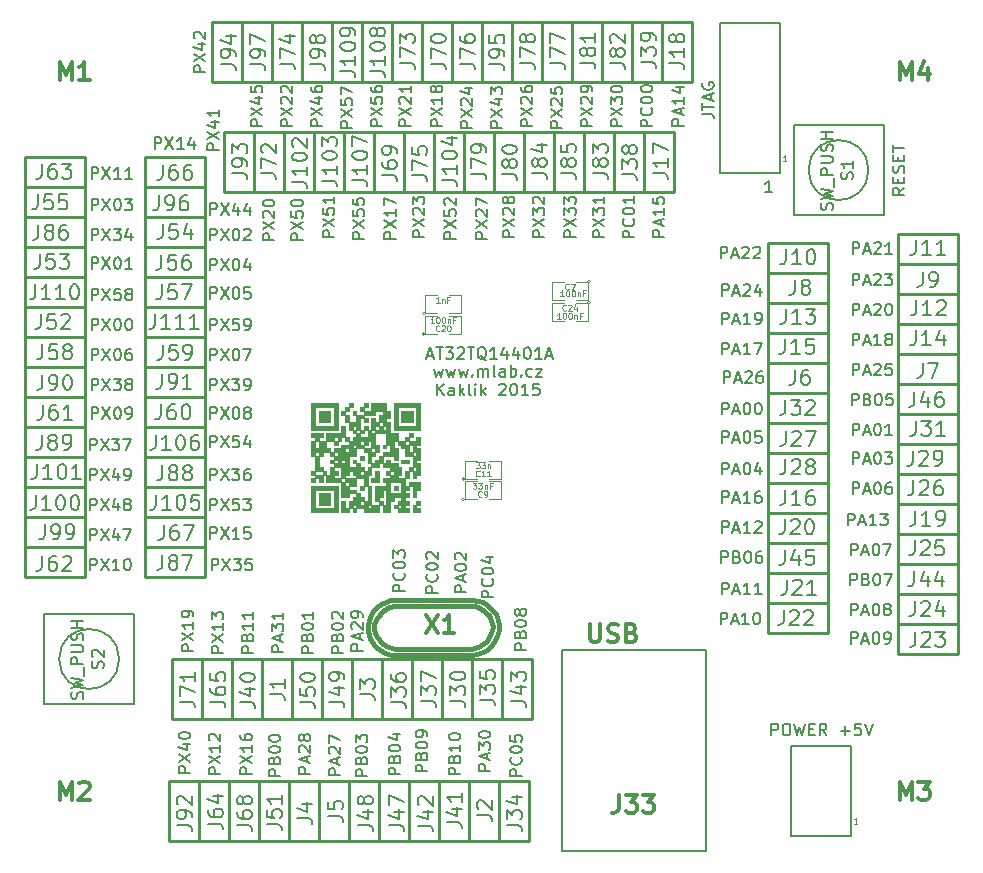
<source format=gto>
G04 #@! TF.FileFunction,Legend,Top*
%FSLAX46Y46*%
G04 Gerber Fmt 4.6, Leading zero omitted, Abs format (unit mm)*
G04 Created by KiCad (PCBNEW 0.201503110816+5502~22~ubuntu14.10.1-product) date St 11. březen 2015, 15:56:56 CET*
%MOMM*%
G01*
G04 APERTURE LIST*
%ADD10C,0.150000*%
%ADD11C,0.200000*%
%ADD12C,0.099060*%
%ADD13C,0.127000*%
%ADD14C,0.381000*%
%ADD15C,0.254000*%
%ADD16C,0.100000*%
%ADD17C,0.109220*%
%ADD18C,0.304800*%
%ADD19C,0.203200*%
%ADD20C,0.050000*%
G04 APERTURE END LIST*
D10*
D11*
X147010381Y-120133857D02*
X146010381Y-120133857D01*
X146010381Y-119752904D01*
X146058000Y-119657666D01*
X146105619Y-119610047D01*
X146200857Y-119562428D01*
X146343714Y-119562428D01*
X146438952Y-119610047D01*
X146486571Y-119657666D01*
X146534190Y-119752904D01*
X146534190Y-120133857D01*
X146724667Y-119181476D02*
X146724667Y-118705285D01*
X147010381Y-119276714D02*
X146010381Y-118943381D01*
X147010381Y-118610047D01*
X146010381Y-118371952D02*
X146010381Y-117752904D01*
X146391333Y-118086238D01*
X146391333Y-117943380D01*
X146438952Y-117848142D01*
X146486571Y-117800523D01*
X146581810Y-117752904D01*
X146819905Y-117752904D01*
X146915143Y-117800523D01*
X146962762Y-117848142D01*
X147010381Y-117943380D01*
X147010381Y-118229095D01*
X146962762Y-118324333D01*
X146915143Y-118371952D01*
X146010381Y-117133857D02*
X146010381Y-117038618D01*
X146058000Y-116943380D01*
X146105619Y-116895761D01*
X146200857Y-116848142D01*
X146391333Y-116800523D01*
X146629429Y-116800523D01*
X146819905Y-116848142D01*
X146915143Y-116895761D01*
X146962762Y-116943380D01*
X147010381Y-117038618D01*
X147010381Y-117133857D01*
X146962762Y-117229095D01*
X146915143Y-117276714D01*
X146819905Y-117324333D01*
X146629429Y-117371952D01*
X146391333Y-117371952D01*
X146200857Y-117324333D01*
X146105619Y-117276714D01*
X146058000Y-117229095D01*
X146010381Y-117133857D01*
X144978381Y-105020857D02*
X143978381Y-105020857D01*
X143978381Y-104639904D01*
X144026000Y-104544666D01*
X144073619Y-104497047D01*
X144168857Y-104449428D01*
X144311714Y-104449428D01*
X144406952Y-104497047D01*
X144454571Y-104544666D01*
X144502190Y-104639904D01*
X144502190Y-105020857D01*
X144692667Y-104068476D02*
X144692667Y-103592285D01*
X144978381Y-104163714D02*
X143978381Y-103830381D01*
X144978381Y-103497047D01*
X143978381Y-102973238D02*
X143978381Y-102877999D01*
X144026000Y-102782761D01*
X144073619Y-102735142D01*
X144168857Y-102687523D01*
X144359333Y-102639904D01*
X144597429Y-102639904D01*
X144787905Y-102687523D01*
X144883143Y-102735142D01*
X144930762Y-102782761D01*
X144978381Y-102877999D01*
X144978381Y-102973238D01*
X144930762Y-103068476D01*
X144883143Y-103116095D01*
X144787905Y-103163714D01*
X144597429Y-103211333D01*
X144359333Y-103211333D01*
X144168857Y-103163714D01*
X144073619Y-103116095D01*
X144026000Y-103068476D01*
X143978381Y-102973238D01*
X144073619Y-102258952D02*
X144026000Y-102211333D01*
X143978381Y-102116095D01*
X143978381Y-101877999D01*
X144026000Y-101782761D01*
X144073619Y-101735142D01*
X144168857Y-101687523D01*
X144264095Y-101687523D01*
X144406952Y-101735142D01*
X144978381Y-102306571D01*
X144978381Y-101687523D01*
X144470381Y-120459286D02*
X143470381Y-120459286D01*
X143470381Y-120078333D01*
X143518000Y-119983095D01*
X143565619Y-119935476D01*
X143660857Y-119887857D01*
X143803714Y-119887857D01*
X143898952Y-119935476D01*
X143946571Y-119983095D01*
X143994190Y-120078333D01*
X143994190Y-120459286D01*
X143946571Y-119125952D02*
X143994190Y-118983095D01*
X144041810Y-118935476D01*
X144137048Y-118887857D01*
X144279905Y-118887857D01*
X144375143Y-118935476D01*
X144422762Y-118983095D01*
X144470381Y-119078333D01*
X144470381Y-119459286D01*
X143470381Y-119459286D01*
X143470381Y-119125952D01*
X143518000Y-119030714D01*
X143565619Y-118983095D01*
X143660857Y-118935476D01*
X143756095Y-118935476D01*
X143851333Y-118983095D01*
X143898952Y-119030714D01*
X143946571Y-119125952D01*
X143946571Y-119459286D01*
X144470381Y-117935476D02*
X144470381Y-118506905D01*
X144470381Y-118221191D02*
X143470381Y-118221191D01*
X143613238Y-118316429D01*
X143708476Y-118411667D01*
X143756095Y-118506905D01*
X143470381Y-117316429D02*
X143470381Y-117221190D01*
X143518000Y-117125952D01*
X143565619Y-117078333D01*
X143660857Y-117030714D01*
X143851333Y-116983095D01*
X144089429Y-116983095D01*
X144279905Y-117030714D01*
X144375143Y-117078333D01*
X144422762Y-117125952D01*
X144470381Y-117221190D01*
X144470381Y-117316429D01*
X144422762Y-117411667D01*
X144375143Y-117459286D01*
X144279905Y-117506905D01*
X144089429Y-117554524D01*
X143851333Y-117554524D01*
X143660857Y-117506905D01*
X143565619Y-117459286D01*
X143518000Y-117411667D01*
X143470381Y-117316429D01*
X141676381Y-120205286D02*
X140676381Y-120205286D01*
X140676381Y-119824333D01*
X140724000Y-119729095D01*
X140771619Y-119681476D01*
X140866857Y-119633857D01*
X141009714Y-119633857D01*
X141104952Y-119681476D01*
X141152571Y-119729095D01*
X141200190Y-119824333D01*
X141200190Y-120205286D01*
X141152571Y-118871952D02*
X141200190Y-118729095D01*
X141247810Y-118681476D01*
X141343048Y-118633857D01*
X141485905Y-118633857D01*
X141581143Y-118681476D01*
X141628762Y-118729095D01*
X141676381Y-118824333D01*
X141676381Y-119205286D01*
X140676381Y-119205286D01*
X140676381Y-118871952D01*
X140724000Y-118776714D01*
X140771619Y-118729095D01*
X140866857Y-118681476D01*
X140962095Y-118681476D01*
X141057333Y-118729095D01*
X141104952Y-118776714D01*
X141152571Y-118871952D01*
X141152571Y-119205286D01*
X140676381Y-118014810D02*
X140676381Y-117919571D01*
X140724000Y-117824333D01*
X140771619Y-117776714D01*
X140866857Y-117729095D01*
X141057333Y-117681476D01*
X141295429Y-117681476D01*
X141485905Y-117729095D01*
X141581143Y-117776714D01*
X141628762Y-117824333D01*
X141676381Y-117919571D01*
X141676381Y-118014810D01*
X141628762Y-118110048D01*
X141581143Y-118157667D01*
X141485905Y-118205286D01*
X141295429Y-118252905D01*
X141057333Y-118252905D01*
X140866857Y-118205286D01*
X140771619Y-118157667D01*
X140724000Y-118110048D01*
X140676381Y-118014810D01*
X141676381Y-117205286D02*
X141676381Y-117014810D01*
X141628762Y-116919571D01*
X141581143Y-116871952D01*
X141438286Y-116776714D01*
X141247810Y-116729095D01*
X140866857Y-116729095D01*
X140771619Y-116776714D01*
X140724000Y-116824333D01*
X140676381Y-116919571D01*
X140676381Y-117110048D01*
X140724000Y-117205286D01*
X140771619Y-117252905D01*
X140866857Y-117300524D01*
X141104952Y-117300524D01*
X141200190Y-117252905D01*
X141247810Y-117205286D01*
X141295429Y-117110048D01*
X141295429Y-116919571D01*
X141247810Y-116824333D01*
X141200190Y-116776714D01*
X141104952Y-116729095D01*
X142565381Y-105092286D02*
X141565381Y-105092286D01*
X141565381Y-104711333D01*
X141613000Y-104616095D01*
X141660619Y-104568476D01*
X141755857Y-104520857D01*
X141898714Y-104520857D01*
X141993952Y-104568476D01*
X142041571Y-104616095D01*
X142089190Y-104711333D01*
X142089190Y-105092286D01*
X142470143Y-103520857D02*
X142517762Y-103568476D01*
X142565381Y-103711333D01*
X142565381Y-103806571D01*
X142517762Y-103949429D01*
X142422524Y-104044667D01*
X142327286Y-104092286D01*
X142136810Y-104139905D01*
X141993952Y-104139905D01*
X141803476Y-104092286D01*
X141708238Y-104044667D01*
X141613000Y-103949429D01*
X141565381Y-103806571D01*
X141565381Y-103711333D01*
X141613000Y-103568476D01*
X141660619Y-103520857D01*
X141565381Y-102901810D02*
X141565381Y-102806571D01*
X141613000Y-102711333D01*
X141660619Y-102663714D01*
X141755857Y-102616095D01*
X141946333Y-102568476D01*
X142184429Y-102568476D01*
X142374905Y-102616095D01*
X142470143Y-102663714D01*
X142517762Y-102711333D01*
X142565381Y-102806571D01*
X142565381Y-102901810D01*
X142517762Y-102997048D01*
X142470143Y-103044667D01*
X142374905Y-103092286D01*
X142184429Y-103139905D01*
X141946333Y-103139905D01*
X141755857Y-103092286D01*
X141660619Y-103044667D01*
X141613000Y-102997048D01*
X141565381Y-102901810D01*
X141660619Y-102187524D02*
X141613000Y-102139905D01*
X141565381Y-102044667D01*
X141565381Y-101806571D01*
X141613000Y-101711333D01*
X141660619Y-101663714D01*
X141755857Y-101616095D01*
X141851095Y-101616095D01*
X141993952Y-101663714D01*
X142565381Y-102235143D01*
X142565381Y-101616095D01*
X139771381Y-104965286D02*
X138771381Y-104965286D01*
X138771381Y-104584333D01*
X138819000Y-104489095D01*
X138866619Y-104441476D01*
X138961857Y-104393857D01*
X139104714Y-104393857D01*
X139199952Y-104441476D01*
X139247571Y-104489095D01*
X139295190Y-104584333D01*
X139295190Y-104965286D01*
X139676143Y-103393857D02*
X139723762Y-103441476D01*
X139771381Y-103584333D01*
X139771381Y-103679571D01*
X139723762Y-103822429D01*
X139628524Y-103917667D01*
X139533286Y-103965286D01*
X139342810Y-104012905D01*
X139199952Y-104012905D01*
X139009476Y-103965286D01*
X138914238Y-103917667D01*
X138819000Y-103822429D01*
X138771381Y-103679571D01*
X138771381Y-103584333D01*
X138819000Y-103441476D01*
X138866619Y-103393857D01*
X138771381Y-102774810D02*
X138771381Y-102679571D01*
X138819000Y-102584333D01*
X138866619Y-102536714D01*
X138961857Y-102489095D01*
X139152333Y-102441476D01*
X139390429Y-102441476D01*
X139580905Y-102489095D01*
X139676143Y-102536714D01*
X139723762Y-102584333D01*
X139771381Y-102679571D01*
X139771381Y-102774810D01*
X139723762Y-102870048D01*
X139676143Y-102917667D01*
X139580905Y-102965286D01*
X139390429Y-103012905D01*
X139152333Y-103012905D01*
X138961857Y-102965286D01*
X138866619Y-102917667D01*
X138819000Y-102870048D01*
X138771381Y-102774810D01*
X138771381Y-102108143D02*
X138771381Y-101489095D01*
X139152333Y-101822429D01*
X139152333Y-101679571D01*
X139199952Y-101584333D01*
X139247571Y-101536714D01*
X139342810Y-101489095D01*
X139580905Y-101489095D01*
X139676143Y-101536714D01*
X139723762Y-101584333D01*
X139771381Y-101679571D01*
X139771381Y-101965286D01*
X139723762Y-102060524D01*
X139676143Y-102108143D01*
X139390381Y-120459286D02*
X138390381Y-120459286D01*
X138390381Y-120078333D01*
X138438000Y-119983095D01*
X138485619Y-119935476D01*
X138580857Y-119887857D01*
X138723714Y-119887857D01*
X138818952Y-119935476D01*
X138866571Y-119983095D01*
X138914190Y-120078333D01*
X138914190Y-120459286D01*
X138866571Y-119125952D02*
X138914190Y-118983095D01*
X138961810Y-118935476D01*
X139057048Y-118887857D01*
X139199905Y-118887857D01*
X139295143Y-118935476D01*
X139342762Y-118983095D01*
X139390381Y-119078333D01*
X139390381Y-119459286D01*
X138390381Y-119459286D01*
X138390381Y-119125952D01*
X138438000Y-119030714D01*
X138485619Y-118983095D01*
X138580857Y-118935476D01*
X138676095Y-118935476D01*
X138771333Y-118983095D01*
X138818952Y-119030714D01*
X138866571Y-119125952D01*
X138866571Y-119459286D01*
X138390381Y-118268810D02*
X138390381Y-118173571D01*
X138438000Y-118078333D01*
X138485619Y-118030714D01*
X138580857Y-117983095D01*
X138771333Y-117935476D01*
X139009429Y-117935476D01*
X139199905Y-117983095D01*
X139295143Y-118030714D01*
X139342762Y-118078333D01*
X139390381Y-118173571D01*
X139390381Y-118268810D01*
X139342762Y-118364048D01*
X139295143Y-118411667D01*
X139199905Y-118459286D01*
X139009429Y-118506905D01*
X138771333Y-118506905D01*
X138580857Y-118459286D01*
X138485619Y-118411667D01*
X138438000Y-118364048D01*
X138390381Y-118268810D01*
X138723714Y-117078333D02*
X139390381Y-117078333D01*
X138342762Y-117316429D02*
X139057048Y-117554524D01*
X139057048Y-116935476D01*
X136215381Y-109973857D02*
X135215381Y-109973857D01*
X135215381Y-109592904D01*
X135263000Y-109497666D01*
X135310619Y-109450047D01*
X135405857Y-109402428D01*
X135548714Y-109402428D01*
X135643952Y-109450047D01*
X135691571Y-109497666D01*
X135739190Y-109592904D01*
X135739190Y-109973857D01*
X135929667Y-109021476D02*
X135929667Y-108545285D01*
X136215381Y-109116714D02*
X135215381Y-108783381D01*
X136215381Y-108450047D01*
X135310619Y-108164333D02*
X135263000Y-108116714D01*
X135215381Y-108021476D01*
X135215381Y-107783380D01*
X135263000Y-107688142D01*
X135310619Y-107640523D01*
X135405857Y-107592904D01*
X135501095Y-107592904D01*
X135643952Y-107640523D01*
X136215381Y-108211952D01*
X136215381Y-107592904D01*
X136215381Y-107116714D02*
X136215381Y-106926238D01*
X136167762Y-106830999D01*
X136120143Y-106783380D01*
X135977286Y-106688142D01*
X135786810Y-106640523D01*
X135405857Y-106640523D01*
X135310619Y-106688142D01*
X135263000Y-106735761D01*
X135215381Y-106830999D01*
X135215381Y-107021476D01*
X135263000Y-107116714D01*
X135310619Y-107164333D01*
X135405857Y-107211952D01*
X135643952Y-107211952D01*
X135739190Y-107164333D01*
X135786810Y-107116714D01*
X135834429Y-107021476D01*
X135834429Y-106830999D01*
X135786810Y-106735761D01*
X135739190Y-106688142D01*
X135643952Y-106640523D01*
X136596381Y-120586286D02*
X135596381Y-120586286D01*
X135596381Y-120205333D01*
X135644000Y-120110095D01*
X135691619Y-120062476D01*
X135786857Y-120014857D01*
X135929714Y-120014857D01*
X136024952Y-120062476D01*
X136072571Y-120110095D01*
X136120190Y-120205333D01*
X136120190Y-120586286D01*
X136072571Y-119252952D02*
X136120190Y-119110095D01*
X136167810Y-119062476D01*
X136263048Y-119014857D01*
X136405905Y-119014857D01*
X136501143Y-119062476D01*
X136548762Y-119110095D01*
X136596381Y-119205333D01*
X136596381Y-119586286D01*
X135596381Y-119586286D01*
X135596381Y-119252952D01*
X135644000Y-119157714D01*
X135691619Y-119110095D01*
X135786857Y-119062476D01*
X135882095Y-119062476D01*
X135977333Y-119110095D01*
X136024952Y-119157714D01*
X136072571Y-119252952D01*
X136072571Y-119586286D01*
X135596381Y-118395810D02*
X135596381Y-118300571D01*
X135644000Y-118205333D01*
X135691619Y-118157714D01*
X135786857Y-118110095D01*
X135977333Y-118062476D01*
X136215429Y-118062476D01*
X136405905Y-118110095D01*
X136501143Y-118157714D01*
X136548762Y-118205333D01*
X136596381Y-118300571D01*
X136596381Y-118395810D01*
X136548762Y-118491048D01*
X136501143Y-118538667D01*
X136405905Y-118586286D01*
X136215429Y-118633905D01*
X135977333Y-118633905D01*
X135786857Y-118586286D01*
X135691619Y-118538667D01*
X135644000Y-118491048D01*
X135596381Y-118395810D01*
X135596381Y-117729143D02*
X135596381Y-117110095D01*
X135977333Y-117443429D01*
X135977333Y-117300571D01*
X136024952Y-117205333D01*
X136072571Y-117157714D01*
X136167810Y-117110095D01*
X136405905Y-117110095D01*
X136501143Y-117157714D01*
X136548762Y-117205333D01*
X136596381Y-117300571D01*
X136596381Y-117586286D01*
X136548762Y-117681524D01*
X136501143Y-117729143D01*
X134564381Y-110172286D02*
X133564381Y-110172286D01*
X133564381Y-109791333D01*
X133612000Y-109696095D01*
X133659619Y-109648476D01*
X133754857Y-109600857D01*
X133897714Y-109600857D01*
X133992952Y-109648476D01*
X134040571Y-109696095D01*
X134088190Y-109791333D01*
X134088190Y-110172286D01*
X134040571Y-108838952D02*
X134088190Y-108696095D01*
X134135810Y-108648476D01*
X134231048Y-108600857D01*
X134373905Y-108600857D01*
X134469143Y-108648476D01*
X134516762Y-108696095D01*
X134564381Y-108791333D01*
X134564381Y-109172286D01*
X133564381Y-109172286D01*
X133564381Y-108838952D01*
X133612000Y-108743714D01*
X133659619Y-108696095D01*
X133754857Y-108648476D01*
X133850095Y-108648476D01*
X133945333Y-108696095D01*
X133992952Y-108743714D01*
X134040571Y-108838952D01*
X134040571Y-109172286D01*
X133564381Y-107981810D02*
X133564381Y-107886571D01*
X133612000Y-107791333D01*
X133659619Y-107743714D01*
X133754857Y-107696095D01*
X133945333Y-107648476D01*
X134183429Y-107648476D01*
X134373905Y-107696095D01*
X134469143Y-107743714D01*
X134516762Y-107791333D01*
X134564381Y-107886571D01*
X134564381Y-107981810D01*
X134516762Y-108077048D01*
X134469143Y-108124667D01*
X134373905Y-108172286D01*
X134183429Y-108219905D01*
X133945333Y-108219905D01*
X133754857Y-108172286D01*
X133659619Y-108124667D01*
X133612000Y-108077048D01*
X133564381Y-107981810D01*
X133659619Y-107267524D02*
X133612000Y-107219905D01*
X133564381Y-107124667D01*
X133564381Y-106886571D01*
X133612000Y-106791333D01*
X133659619Y-106743714D01*
X133754857Y-106696095D01*
X133850095Y-106696095D01*
X133992952Y-106743714D01*
X134564381Y-107315143D01*
X134564381Y-106696095D01*
X134310381Y-120514857D02*
X133310381Y-120514857D01*
X133310381Y-120133904D01*
X133358000Y-120038666D01*
X133405619Y-119991047D01*
X133500857Y-119943428D01*
X133643714Y-119943428D01*
X133738952Y-119991047D01*
X133786571Y-120038666D01*
X133834190Y-120133904D01*
X133834190Y-120514857D01*
X134024667Y-119562476D02*
X134024667Y-119086285D01*
X134310381Y-119657714D02*
X133310381Y-119324381D01*
X134310381Y-118991047D01*
X133405619Y-118705333D02*
X133358000Y-118657714D01*
X133310381Y-118562476D01*
X133310381Y-118324380D01*
X133358000Y-118229142D01*
X133405619Y-118181523D01*
X133500857Y-118133904D01*
X133596095Y-118133904D01*
X133738952Y-118181523D01*
X134310381Y-118752952D01*
X134310381Y-118133904D01*
X133310381Y-117800571D02*
X133310381Y-117133904D01*
X134310381Y-117562476D01*
X132024381Y-110172286D02*
X131024381Y-110172286D01*
X131024381Y-109791333D01*
X131072000Y-109696095D01*
X131119619Y-109648476D01*
X131214857Y-109600857D01*
X131357714Y-109600857D01*
X131452952Y-109648476D01*
X131500571Y-109696095D01*
X131548190Y-109791333D01*
X131548190Y-110172286D01*
X131500571Y-108838952D02*
X131548190Y-108696095D01*
X131595810Y-108648476D01*
X131691048Y-108600857D01*
X131833905Y-108600857D01*
X131929143Y-108648476D01*
X131976762Y-108696095D01*
X132024381Y-108791333D01*
X132024381Y-109172286D01*
X131024381Y-109172286D01*
X131024381Y-108838952D01*
X131072000Y-108743714D01*
X131119619Y-108696095D01*
X131214857Y-108648476D01*
X131310095Y-108648476D01*
X131405333Y-108696095D01*
X131452952Y-108743714D01*
X131500571Y-108838952D01*
X131500571Y-109172286D01*
X131024381Y-107981810D02*
X131024381Y-107886571D01*
X131072000Y-107791333D01*
X131119619Y-107743714D01*
X131214857Y-107696095D01*
X131405333Y-107648476D01*
X131643429Y-107648476D01*
X131833905Y-107696095D01*
X131929143Y-107743714D01*
X131976762Y-107791333D01*
X132024381Y-107886571D01*
X132024381Y-107981810D01*
X131976762Y-108077048D01*
X131929143Y-108124667D01*
X131833905Y-108172286D01*
X131643429Y-108219905D01*
X131405333Y-108219905D01*
X131214857Y-108172286D01*
X131119619Y-108124667D01*
X131072000Y-108077048D01*
X131024381Y-107981810D01*
X132024381Y-106696095D02*
X132024381Y-107267524D01*
X132024381Y-106981810D02*
X131024381Y-106981810D01*
X131167238Y-107077048D01*
X131262476Y-107172286D01*
X131310095Y-107267524D01*
X131770381Y-120387857D02*
X130770381Y-120387857D01*
X130770381Y-120006904D01*
X130818000Y-119911666D01*
X130865619Y-119864047D01*
X130960857Y-119816428D01*
X131103714Y-119816428D01*
X131198952Y-119864047D01*
X131246571Y-119911666D01*
X131294190Y-120006904D01*
X131294190Y-120387857D01*
X131484667Y-119435476D02*
X131484667Y-118959285D01*
X131770381Y-119530714D02*
X130770381Y-119197381D01*
X131770381Y-118864047D01*
X130865619Y-118578333D02*
X130818000Y-118530714D01*
X130770381Y-118435476D01*
X130770381Y-118197380D01*
X130818000Y-118102142D01*
X130865619Y-118054523D01*
X130960857Y-118006904D01*
X131056095Y-118006904D01*
X131198952Y-118054523D01*
X131770381Y-118625952D01*
X131770381Y-118006904D01*
X131198952Y-117435476D02*
X131151333Y-117530714D01*
X131103714Y-117578333D01*
X131008476Y-117625952D01*
X130960857Y-117625952D01*
X130865619Y-117578333D01*
X130818000Y-117530714D01*
X130770381Y-117435476D01*
X130770381Y-117244999D01*
X130818000Y-117149761D01*
X130865619Y-117102142D01*
X130960857Y-117054523D01*
X131008476Y-117054523D01*
X131103714Y-117102142D01*
X131151333Y-117149761D01*
X131198952Y-117244999D01*
X131198952Y-117435476D01*
X131246571Y-117530714D01*
X131294190Y-117578333D01*
X131389429Y-117625952D01*
X131579905Y-117625952D01*
X131675143Y-117578333D01*
X131722762Y-117530714D01*
X131770381Y-117435476D01*
X131770381Y-117244999D01*
X131722762Y-117149761D01*
X131675143Y-117102142D01*
X131579905Y-117054523D01*
X131389429Y-117054523D01*
X131294190Y-117102142D01*
X131246571Y-117149761D01*
X131198952Y-117244999D01*
X129484381Y-110100857D02*
X128484381Y-110100857D01*
X128484381Y-109719904D01*
X128532000Y-109624666D01*
X128579619Y-109577047D01*
X128674857Y-109529428D01*
X128817714Y-109529428D01*
X128912952Y-109577047D01*
X128960571Y-109624666D01*
X129008190Y-109719904D01*
X129008190Y-110100857D01*
X129198667Y-109148476D02*
X129198667Y-108672285D01*
X129484381Y-109243714D02*
X128484381Y-108910381D01*
X129484381Y-108577047D01*
X128484381Y-108338952D02*
X128484381Y-107719904D01*
X128865333Y-108053238D01*
X128865333Y-107910380D01*
X128912952Y-107815142D01*
X128960571Y-107767523D01*
X129055810Y-107719904D01*
X129293905Y-107719904D01*
X129389143Y-107767523D01*
X129436762Y-107815142D01*
X129484381Y-107910380D01*
X129484381Y-108196095D01*
X129436762Y-108291333D01*
X129389143Y-108338952D01*
X129484381Y-106767523D02*
X129484381Y-107338952D01*
X129484381Y-107053238D02*
X128484381Y-107053238D01*
X128627238Y-107148476D01*
X128722476Y-107243714D01*
X128770095Y-107338952D01*
X129230381Y-120586286D02*
X128230381Y-120586286D01*
X128230381Y-120205333D01*
X128278000Y-120110095D01*
X128325619Y-120062476D01*
X128420857Y-120014857D01*
X128563714Y-120014857D01*
X128658952Y-120062476D01*
X128706571Y-120110095D01*
X128754190Y-120205333D01*
X128754190Y-120586286D01*
X128706571Y-119252952D02*
X128754190Y-119110095D01*
X128801810Y-119062476D01*
X128897048Y-119014857D01*
X129039905Y-119014857D01*
X129135143Y-119062476D01*
X129182762Y-119110095D01*
X129230381Y-119205333D01*
X129230381Y-119586286D01*
X128230381Y-119586286D01*
X128230381Y-119252952D01*
X128278000Y-119157714D01*
X128325619Y-119110095D01*
X128420857Y-119062476D01*
X128516095Y-119062476D01*
X128611333Y-119110095D01*
X128658952Y-119157714D01*
X128706571Y-119252952D01*
X128706571Y-119586286D01*
X128230381Y-118395810D02*
X128230381Y-118300571D01*
X128278000Y-118205333D01*
X128325619Y-118157714D01*
X128420857Y-118110095D01*
X128611333Y-118062476D01*
X128849429Y-118062476D01*
X129039905Y-118110095D01*
X129135143Y-118157714D01*
X129182762Y-118205333D01*
X129230381Y-118300571D01*
X129230381Y-118395810D01*
X129182762Y-118491048D01*
X129135143Y-118538667D01*
X129039905Y-118586286D01*
X128849429Y-118633905D01*
X128611333Y-118633905D01*
X128420857Y-118586286D01*
X128325619Y-118538667D01*
X128278000Y-118491048D01*
X128230381Y-118395810D01*
X128230381Y-117443429D02*
X128230381Y-117348190D01*
X128278000Y-117252952D01*
X128325619Y-117205333D01*
X128420857Y-117157714D01*
X128611333Y-117110095D01*
X128849429Y-117110095D01*
X129039905Y-117157714D01*
X129135143Y-117205333D01*
X129182762Y-117252952D01*
X129230381Y-117348190D01*
X129230381Y-117443429D01*
X129182762Y-117538667D01*
X129135143Y-117586286D01*
X129039905Y-117633905D01*
X128849429Y-117681524D01*
X128611333Y-117681524D01*
X128420857Y-117633905D01*
X128325619Y-117586286D01*
X128278000Y-117538667D01*
X128230381Y-117443429D01*
X126944381Y-110172286D02*
X125944381Y-110172286D01*
X125944381Y-109791333D01*
X125992000Y-109696095D01*
X126039619Y-109648476D01*
X126134857Y-109600857D01*
X126277714Y-109600857D01*
X126372952Y-109648476D01*
X126420571Y-109696095D01*
X126468190Y-109791333D01*
X126468190Y-110172286D01*
X126420571Y-108838952D02*
X126468190Y-108696095D01*
X126515810Y-108648476D01*
X126611048Y-108600857D01*
X126753905Y-108600857D01*
X126849143Y-108648476D01*
X126896762Y-108696095D01*
X126944381Y-108791333D01*
X126944381Y-109172286D01*
X125944381Y-109172286D01*
X125944381Y-108838952D01*
X125992000Y-108743714D01*
X126039619Y-108696095D01*
X126134857Y-108648476D01*
X126230095Y-108648476D01*
X126325333Y-108696095D01*
X126372952Y-108743714D01*
X126420571Y-108838952D01*
X126420571Y-109172286D01*
X126944381Y-107648476D02*
X126944381Y-108219905D01*
X126944381Y-107934191D02*
X125944381Y-107934191D01*
X126087238Y-108029429D01*
X126182476Y-108124667D01*
X126230095Y-108219905D01*
X126944381Y-106696095D02*
X126944381Y-107267524D01*
X126944381Y-106981810D02*
X125944381Y-106981810D01*
X126087238Y-107077048D01*
X126182476Y-107172286D01*
X126230095Y-107267524D01*
X126817381Y-120435476D02*
X125817381Y-120435476D01*
X125817381Y-120054523D01*
X125865000Y-119959285D01*
X125912619Y-119911666D01*
X126007857Y-119864047D01*
X126150714Y-119864047D01*
X126245952Y-119911666D01*
X126293571Y-119959285D01*
X126341190Y-120054523D01*
X126341190Y-120435476D01*
X125817381Y-119530714D02*
X126817381Y-118864047D01*
X125817381Y-118864047D02*
X126817381Y-119530714D01*
X126817381Y-117959285D02*
X126817381Y-118530714D01*
X126817381Y-118245000D02*
X125817381Y-118245000D01*
X125960238Y-118340238D01*
X126055476Y-118435476D01*
X126103095Y-118530714D01*
X125817381Y-117102142D02*
X125817381Y-117292619D01*
X125865000Y-117387857D01*
X125912619Y-117435476D01*
X126055476Y-117530714D01*
X126245952Y-117578333D01*
X126626905Y-117578333D01*
X126722143Y-117530714D01*
X126769762Y-117483095D01*
X126817381Y-117387857D01*
X126817381Y-117197380D01*
X126769762Y-117102142D01*
X126722143Y-117054523D01*
X126626905Y-117006904D01*
X126388810Y-117006904D01*
X126293571Y-117054523D01*
X126245952Y-117102142D01*
X126198333Y-117197380D01*
X126198333Y-117387857D01*
X126245952Y-117483095D01*
X126293571Y-117530714D01*
X126388810Y-117578333D01*
X124404381Y-110148476D02*
X123404381Y-110148476D01*
X123404381Y-109767523D01*
X123452000Y-109672285D01*
X123499619Y-109624666D01*
X123594857Y-109577047D01*
X123737714Y-109577047D01*
X123832952Y-109624666D01*
X123880571Y-109672285D01*
X123928190Y-109767523D01*
X123928190Y-110148476D01*
X123404381Y-109243714D02*
X124404381Y-108577047D01*
X123404381Y-108577047D02*
X124404381Y-109243714D01*
X124404381Y-107672285D02*
X124404381Y-108243714D01*
X124404381Y-107958000D02*
X123404381Y-107958000D01*
X123547238Y-108053238D01*
X123642476Y-108148476D01*
X123690095Y-108243714D01*
X123404381Y-107338952D02*
X123404381Y-106719904D01*
X123785333Y-107053238D01*
X123785333Y-106910380D01*
X123832952Y-106815142D01*
X123880571Y-106767523D01*
X123975810Y-106719904D01*
X124213905Y-106719904D01*
X124309143Y-106767523D01*
X124356762Y-106815142D01*
X124404381Y-106910380D01*
X124404381Y-107196095D01*
X124356762Y-107291333D01*
X124309143Y-107338952D01*
X124150381Y-120435476D02*
X123150381Y-120435476D01*
X123150381Y-120054523D01*
X123198000Y-119959285D01*
X123245619Y-119911666D01*
X123340857Y-119864047D01*
X123483714Y-119864047D01*
X123578952Y-119911666D01*
X123626571Y-119959285D01*
X123674190Y-120054523D01*
X123674190Y-120435476D01*
X123150381Y-119530714D02*
X124150381Y-118864047D01*
X123150381Y-118864047D02*
X124150381Y-119530714D01*
X124150381Y-117959285D02*
X124150381Y-118530714D01*
X124150381Y-118245000D02*
X123150381Y-118245000D01*
X123293238Y-118340238D01*
X123388476Y-118435476D01*
X123436095Y-118530714D01*
X123245619Y-117578333D02*
X123198000Y-117530714D01*
X123150381Y-117435476D01*
X123150381Y-117197380D01*
X123198000Y-117102142D01*
X123245619Y-117054523D01*
X123340857Y-117006904D01*
X123436095Y-117006904D01*
X123578952Y-117054523D01*
X124150381Y-117625952D01*
X124150381Y-117006904D01*
X121864381Y-110021476D02*
X120864381Y-110021476D01*
X120864381Y-109640523D01*
X120912000Y-109545285D01*
X120959619Y-109497666D01*
X121054857Y-109450047D01*
X121197714Y-109450047D01*
X121292952Y-109497666D01*
X121340571Y-109545285D01*
X121388190Y-109640523D01*
X121388190Y-110021476D01*
X120864381Y-109116714D02*
X121864381Y-108450047D01*
X120864381Y-108450047D02*
X121864381Y-109116714D01*
X121864381Y-107545285D02*
X121864381Y-108116714D01*
X121864381Y-107831000D02*
X120864381Y-107831000D01*
X121007238Y-107926238D01*
X121102476Y-108021476D01*
X121150095Y-108116714D01*
X121864381Y-107069095D02*
X121864381Y-106878619D01*
X121816762Y-106783380D01*
X121769143Y-106735761D01*
X121626286Y-106640523D01*
X121435810Y-106592904D01*
X121054857Y-106592904D01*
X120959619Y-106640523D01*
X120912000Y-106688142D01*
X120864381Y-106783380D01*
X120864381Y-106973857D01*
X120912000Y-107069095D01*
X120959619Y-107116714D01*
X121054857Y-107164333D01*
X121292952Y-107164333D01*
X121388190Y-107116714D01*
X121435810Y-107069095D01*
X121483429Y-106973857D01*
X121483429Y-106783380D01*
X121435810Y-106688142D01*
X121388190Y-106640523D01*
X121292952Y-106592904D01*
X121610381Y-120308476D02*
X120610381Y-120308476D01*
X120610381Y-119927523D01*
X120658000Y-119832285D01*
X120705619Y-119784666D01*
X120800857Y-119737047D01*
X120943714Y-119737047D01*
X121038952Y-119784666D01*
X121086571Y-119832285D01*
X121134190Y-119927523D01*
X121134190Y-120308476D01*
X120610381Y-119403714D02*
X121610381Y-118737047D01*
X120610381Y-118737047D02*
X121610381Y-119403714D01*
X120943714Y-117927523D02*
X121610381Y-117927523D01*
X120562762Y-118165619D02*
X121277048Y-118403714D01*
X121277048Y-117784666D01*
X120610381Y-117213238D02*
X120610381Y-117117999D01*
X120658000Y-117022761D01*
X120705619Y-116975142D01*
X120800857Y-116927523D01*
X120991333Y-116879904D01*
X121229429Y-116879904D01*
X121419905Y-116927523D01*
X121515143Y-116975142D01*
X121562762Y-117022761D01*
X121610381Y-117117999D01*
X121610381Y-117213238D01*
X121562762Y-117308476D01*
X121515143Y-117356095D01*
X121419905Y-117403714D01*
X121229429Y-117451333D01*
X120991333Y-117451333D01*
X120800857Y-117403714D01*
X120705619Y-117356095D01*
X120658000Y-117308476D01*
X120610381Y-117213238D01*
X161742381Y-74921857D02*
X160742381Y-74921857D01*
X160742381Y-74540904D01*
X160790000Y-74445666D01*
X160837619Y-74398047D01*
X160932857Y-74350428D01*
X161075714Y-74350428D01*
X161170952Y-74398047D01*
X161218571Y-74445666D01*
X161266190Y-74540904D01*
X161266190Y-74921857D01*
X161456667Y-73969476D02*
X161456667Y-73493285D01*
X161742381Y-74064714D02*
X160742381Y-73731381D01*
X161742381Y-73398047D01*
X161742381Y-72540904D02*
X161742381Y-73112333D01*
X161742381Y-72826619D02*
X160742381Y-72826619D01*
X160885238Y-72921857D01*
X160980476Y-73017095D01*
X161028095Y-73112333D01*
X160742381Y-71636142D02*
X160742381Y-72112333D01*
X161218571Y-72159952D01*
X161170952Y-72112333D01*
X161123333Y-72017095D01*
X161123333Y-71778999D01*
X161170952Y-71683761D01*
X161218571Y-71636142D01*
X161313810Y-71588523D01*
X161551905Y-71588523D01*
X161647143Y-71636142D01*
X161694762Y-71683761D01*
X161742381Y-71778999D01*
X161742381Y-72017095D01*
X161694762Y-72112333D01*
X161647143Y-72159952D01*
X163393381Y-65523857D02*
X162393381Y-65523857D01*
X162393381Y-65142904D01*
X162441000Y-65047666D01*
X162488619Y-65000047D01*
X162583857Y-64952428D01*
X162726714Y-64952428D01*
X162821952Y-65000047D01*
X162869571Y-65047666D01*
X162917190Y-65142904D01*
X162917190Y-65523857D01*
X163107667Y-64571476D02*
X163107667Y-64095285D01*
X163393381Y-64666714D02*
X162393381Y-64333381D01*
X163393381Y-64000047D01*
X163393381Y-63142904D02*
X163393381Y-63714333D01*
X163393381Y-63428619D02*
X162393381Y-63428619D01*
X162536238Y-63523857D01*
X162631476Y-63619095D01*
X162679095Y-63714333D01*
X162726714Y-62285761D02*
X163393381Y-62285761D01*
X162345762Y-62523857D02*
X163060048Y-62761952D01*
X163060048Y-62142904D01*
X159202381Y-74993286D02*
X158202381Y-74993286D01*
X158202381Y-74612333D01*
X158250000Y-74517095D01*
X158297619Y-74469476D01*
X158392857Y-74421857D01*
X158535714Y-74421857D01*
X158630952Y-74469476D01*
X158678571Y-74517095D01*
X158726190Y-74612333D01*
X158726190Y-74993286D01*
X159107143Y-73421857D02*
X159154762Y-73469476D01*
X159202381Y-73612333D01*
X159202381Y-73707571D01*
X159154762Y-73850429D01*
X159059524Y-73945667D01*
X158964286Y-73993286D01*
X158773810Y-74040905D01*
X158630952Y-74040905D01*
X158440476Y-73993286D01*
X158345238Y-73945667D01*
X158250000Y-73850429D01*
X158202381Y-73707571D01*
X158202381Y-73612333D01*
X158250000Y-73469476D01*
X158297619Y-73421857D01*
X158202381Y-72802810D02*
X158202381Y-72707571D01*
X158250000Y-72612333D01*
X158297619Y-72564714D01*
X158392857Y-72517095D01*
X158583333Y-72469476D01*
X158821429Y-72469476D01*
X159011905Y-72517095D01*
X159107143Y-72564714D01*
X159154762Y-72612333D01*
X159202381Y-72707571D01*
X159202381Y-72802810D01*
X159154762Y-72898048D01*
X159107143Y-72945667D01*
X159011905Y-72993286D01*
X158821429Y-73040905D01*
X158583333Y-73040905D01*
X158392857Y-72993286D01*
X158297619Y-72945667D01*
X158250000Y-72898048D01*
X158202381Y-72802810D01*
X159202381Y-71517095D02*
X159202381Y-72088524D01*
X159202381Y-71802810D02*
X158202381Y-71802810D01*
X158345238Y-71898048D01*
X158440476Y-71993286D01*
X158488095Y-72088524D01*
X160726381Y-65595286D02*
X159726381Y-65595286D01*
X159726381Y-65214333D01*
X159774000Y-65119095D01*
X159821619Y-65071476D01*
X159916857Y-65023857D01*
X160059714Y-65023857D01*
X160154952Y-65071476D01*
X160202571Y-65119095D01*
X160250190Y-65214333D01*
X160250190Y-65595286D01*
X160631143Y-64023857D02*
X160678762Y-64071476D01*
X160726381Y-64214333D01*
X160726381Y-64309571D01*
X160678762Y-64452429D01*
X160583524Y-64547667D01*
X160488286Y-64595286D01*
X160297810Y-64642905D01*
X160154952Y-64642905D01*
X159964476Y-64595286D01*
X159869238Y-64547667D01*
X159774000Y-64452429D01*
X159726381Y-64309571D01*
X159726381Y-64214333D01*
X159774000Y-64071476D01*
X159821619Y-64023857D01*
X159726381Y-63404810D02*
X159726381Y-63309571D01*
X159774000Y-63214333D01*
X159821619Y-63166714D01*
X159916857Y-63119095D01*
X160107333Y-63071476D01*
X160345429Y-63071476D01*
X160535905Y-63119095D01*
X160631143Y-63166714D01*
X160678762Y-63214333D01*
X160726381Y-63309571D01*
X160726381Y-63404810D01*
X160678762Y-63500048D01*
X160631143Y-63547667D01*
X160535905Y-63595286D01*
X160345429Y-63642905D01*
X160107333Y-63642905D01*
X159916857Y-63595286D01*
X159821619Y-63547667D01*
X159774000Y-63500048D01*
X159726381Y-63404810D01*
X159726381Y-62452429D02*
X159726381Y-62357190D01*
X159774000Y-62261952D01*
X159821619Y-62214333D01*
X159916857Y-62166714D01*
X160107333Y-62119095D01*
X160345429Y-62119095D01*
X160535905Y-62166714D01*
X160631143Y-62214333D01*
X160678762Y-62261952D01*
X160726381Y-62357190D01*
X160726381Y-62452429D01*
X160678762Y-62547667D01*
X160631143Y-62595286D01*
X160535905Y-62642905D01*
X160345429Y-62690524D01*
X160107333Y-62690524D01*
X159916857Y-62642905D01*
X159821619Y-62595286D01*
X159774000Y-62547667D01*
X159726381Y-62452429D01*
X156662381Y-74969476D02*
X155662381Y-74969476D01*
X155662381Y-74588523D01*
X155710000Y-74493285D01*
X155757619Y-74445666D01*
X155852857Y-74398047D01*
X155995714Y-74398047D01*
X156090952Y-74445666D01*
X156138571Y-74493285D01*
X156186190Y-74588523D01*
X156186190Y-74969476D01*
X155662381Y-74064714D02*
X156662381Y-73398047D01*
X155662381Y-73398047D02*
X156662381Y-74064714D01*
X155662381Y-73112333D02*
X155662381Y-72493285D01*
X156043333Y-72826619D01*
X156043333Y-72683761D01*
X156090952Y-72588523D01*
X156138571Y-72540904D01*
X156233810Y-72493285D01*
X156471905Y-72493285D01*
X156567143Y-72540904D01*
X156614762Y-72588523D01*
X156662381Y-72683761D01*
X156662381Y-72969476D01*
X156614762Y-73064714D01*
X156567143Y-73112333D01*
X156662381Y-71540904D02*
X156662381Y-72112333D01*
X156662381Y-71826619D02*
X155662381Y-71826619D01*
X155805238Y-71921857D01*
X155900476Y-72017095D01*
X155948095Y-72112333D01*
X158186381Y-65571476D02*
X157186381Y-65571476D01*
X157186381Y-65190523D01*
X157234000Y-65095285D01*
X157281619Y-65047666D01*
X157376857Y-65000047D01*
X157519714Y-65000047D01*
X157614952Y-65047666D01*
X157662571Y-65095285D01*
X157710190Y-65190523D01*
X157710190Y-65571476D01*
X157186381Y-64666714D02*
X158186381Y-64000047D01*
X157186381Y-64000047D02*
X158186381Y-64666714D01*
X157186381Y-63714333D02*
X157186381Y-63095285D01*
X157567333Y-63428619D01*
X157567333Y-63285761D01*
X157614952Y-63190523D01*
X157662571Y-63142904D01*
X157757810Y-63095285D01*
X157995905Y-63095285D01*
X158091143Y-63142904D01*
X158138762Y-63190523D01*
X158186381Y-63285761D01*
X158186381Y-63571476D01*
X158138762Y-63666714D01*
X158091143Y-63714333D01*
X157186381Y-62476238D02*
X157186381Y-62380999D01*
X157234000Y-62285761D01*
X157281619Y-62238142D01*
X157376857Y-62190523D01*
X157567333Y-62142904D01*
X157805429Y-62142904D01*
X157995905Y-62190523D01*
X158091143Y-62238142D01*
X158138762Y-62285761D01*
X158186381Y-62380999D01*
X158186381Y-62476238D01*
X158138762Y-62571476D01*
X158091143Y-62619095D01*
X157995905Y-62666714D01*
X157805429Y-62714333D01*
X157567333Y-62714333D01*
X157376857Y-62666714D01*
X157281619Y-62619095D01*
X157234000Y-62571476D01*
X157186381Y-62476238D01*
X154249381Y-74969476D02*
X153249381Y-74969476D01*
X153249381Y-74588523D01*
X153297000Y-74493285D01*
X153344619Y-74445666D01*
X153439857Y-74398047D01*
X153582714Y-74398047D01*
X153677952Y-74445666D01*
X153725571Y-74493285D01*
X153773190Y-74588523D01*
X153773190Y-74969476D01*
X153249381Y-74064714D02*
X154249381Y-73398047D01*
X153249381Y-73398047D02*
X154249381Y-74064714D01*
X153249381Y-73112333D02*
X153249381Y-72493285D01*
X153630333Y-72826619D01*
X153630333Y-72683761D01*
X153677952Y-72588523D01*
X153725571Y-72540904D01*
X153820810Y-72493285D01*
X154058905Y-72493285D01*
X154154143Y-72540904D01*
X154201762Y-72588523D01*
X154249381Y-72683761D01*
X154249381Y-72969476D01*
X154201762Y-73064714D01*
X154154143Y-73112333D01*
X153249381Y-72159952D02*
X153249381Y-71540904D01*
X153630333Y-71874238D01*
X153630333Y-71731380D01*
X153677952Y-71636142D01*
X153725571Y-71588523D01*
X153820810Y-71540904D01*
X154058905Y-71540904D01*
X154154143Y-71588523D01*
X154201762Y-71636142D01*
X154249381Y-71731380D01*
X154249381Y-72017095D01*
X154201762Y-72112333D01*
X154154143Y-72159952D01*
X155646381Y-65571476D02*
X154646381Y-65571476D01*
X154646381Y-65190523D01*
X154694000Y-65095285D01*
X154741619Y-65047666D01*
X154836857Y-65000047D01*
X154979714Y-65000047D01*
X155074952Y-65047666D01*
X155122571Y-65095285D01*
X155170190Y-65190523D01*
X155170190Y-65571476D01*
X154646381Y-64666714D02*
X155646381Y-64000047D01*
X154646381Y-64000047D02*
X155646381Y-64666714D01*
X154741619Y-63666714D02*
X154694000Y-63619095D01*
X154646381Y-63523857D01*
X154646381Y-63285761D01*
X154694000Y-63190523D01*
X154741619Y-63142904D01*
X154836857Y-63095285D01*
X154932095Y-63095285D01*
X155074952Y-63142904D01*
X155646381Y-63714333D01*
X155646381Y-63095285D01*
X155646381Y-62619095D02*
X155646381Y-62428619D01*
X155598762Y-62333380D01*
X155551143Y-62285761D01*
X155408286Y-62190523D01*
X155217810Y-62142904D01*
X154836857Y-62142904D01*
X154741619Y-62190523D01*
X154694000Y-62238142D01*
X154646381Y-62333380D01*
X154646381Y-62523857D01*
X154694000Y-62619095D01*
X154741619Y-62666714D01*
X154836857Y-62714333D01*
X155074952Y-62714333D01*
X155170190Y-62666714D01*
X155217810Y-62619095D01*
X155265429Y-62523857D01*
X155265429Y-62333380D01*
X155217810Y-62238142D01*
X155170190Y-62190523D01*
X155074952Y-62142904D01*
X151582381Y-74969476D02*
X150582381Y-74969476D01*
X150582381Y-74588523D01*
X150630000Y-74493285D01*
X150677619Y-74445666D01*
X150772857Y-74398047D01*
X150915714Y-74398047D01*
X151010952Y-74445666D01*
X151058571Y-74493285D01*
X151106190Y-74588523D01*
X151106190Y-74969476D01*
X150582381Y-74064714D02*
X151582381Y-73398047D01*
X150582381Y-73398047D02*
X151582381Y-74064714D01*
X150582381Y-73112333D02*
X150582381Y-72493285D01*
X150963333Y-72826619D01*
X150963333Y-72683761D01*
X151010952Y-72588523D01*
X151058571Y-72540904D01*
X151153810Y-72493285D01*
X151391905Y-72493285D01*
X151487143Y-72540904D01*
X151534762Y-72588523D01*
X151582381Y-72683761D01*
X151582381Y-72969476D01*
X151534762Y-73064714D01*
X151487143Y-73112333D01*
X150677619Y-72112333D02*
X150630000Y-72064714D01*
X150582381Y-71969476D01*
X150582381Y-71731380D01*
X150630000Y-71636142D01*
X150677619Y-71588523D01*
X150772857Y-71540904D01*
X150868095Y-71540904D01*
X151010952Y-71588523D01*
X151582381Y-72159952D01*
X151582381Y-71540904D01*
X153106381Y-65698476D02*
X152106381Y-65698476D01*
X152106381Y-65317523D01*
X152154000Y-65222285D01*
X152201619Y-65174666D01*
X152296857Y-65127047D01*
X152439714Y-65127047D01*
X152534952Y-65174666D01*
X152582571Y-65222285D01*
X152630190Y-65317523D01*
X152630190Y-65698476D01*
X152106381Y-64793714D02*
X153106381Y-64127047D01*
X152106381Y-64127047D02*
X153106381Y-64793714D01*
X152201619Y-63793714D02*
X152154000Y-63746095D01*
X152106381Y-63650857D01*
X152106381Y-63412761D01*
X152154000Y-63317523D01*
X152201619Y-63269904D01*
X152296857Y-63222285D01*
X152392095Y-63222285D01*
X152534952Y-63269904D01*
X153106381Y-63841333D01*
X153106381Y-63222285D01*
X152106381Y-62317523D02*
X152106381Y-62793714D01*
X152582571Y-62841333D01*
X152534952Y-62793714D01*
X152487333Y-62698476D01*
X152487333Y-62460380D01*
X152534952Y-62365142D01*
X152582571Y-62317523D01*
X152677810Y-62269904D01*
X152915905Y-62269904D01*
X153011143Y-62317523D01*
X153058762Y-62365142D01*
X153106381Y-62460380D01*
X153106381Y-62698476D01*
X153058762Y-62793714D01*
X153011143Y-62841333D01*
X149042381Y-74969476D02*
X148042381Y-74969476D01*
X148042381Y-74588523D01*
X148090000Y-74493285D01*
X148137619Y-74445666D01*
X148232857Y-74398047D01*
X148375714Y-74398047D01*
X148470952Y-74445666D01*
X148518571Y-74493285D01*
X148566190Y-74588523D01*
X148566190Y-74969476D01*
X148042381Y-74064714D02*
X149042381Y-73398047D01*
X148042381Y-73398047D02*
X149042381Y-74064714D01*
X148137619Y-73064714D02*
X148090000Y-73017095D01*
X148042381Y-72921857D01*
X148042381Y-72683761D01*
X148090000Y-72588523D01*
X148137619Y-72540904D01*
X148232857Y-72493285D01*
X148328095Y-72493285D01*
X148470952Y-72540904D01*
X149042381Y-73112333D01*
X149042381Y-72493285D01*
X148470952Y-71921857D02*
X148423333Y-72017095D01*
X148375714Y-72064714D01*
X148280476Y-72112333D01*
X148232857Y-72112333D01*
X148137619Y-72064714D01*
X148090000Y-72017095D01*
X148042381Y-71921857D01*
X148042381Y-71731380D01*
X148090000Y-71636142D01*
X148137619Y-71588523D01*
X148232857Y-71540904D01*
X148280476Y-71540904D01*
X148375714Y-71588523D01*
X148423333Y-71636142D01*
X148470952Y-71731380D01*
X148470952Y-71921857D01*
X148518571Y-72017095D01*
X148566190Y-72064714D01*
X148661429Y-72112333D01*
X148851905Y-72112333D01*
X148947143Y-72064714D01*
X148994762Y-72017095D01*
X149042381Y-71921857D01*
X149042381Y-71731380D01*
X148994762Y-71636142D01*
X148947143Y-71588523D01*
X148851905Y-71540904D01*
X148661429Y-71540904D01*
X148566190Y-71588523D01*
X148518571Y-71636142D01*
X148470952Y-71731380D01*
X150566381Y-65571476D02*
X149566381Y-65571476D01*
X149566381Y-65190523D01*
X149614000Y-65095285D01*
X149661619Y-65047666D01*
X149756857Y-65000047D01*
X149899714Y-65000047D01*
X149994952Y-65047666D01*
X150042571Y-65095285D01*
X150090190Y-65190523D01*
X150090190Y-65571476D01*
X149566381Y-64666714D02*
X150566381Y-64000047D01*
X149566381Y-64000047D02*
X150566381Y-64666714D01*
X149661619Y-63666714D02*
X149614000Y-63619095D01*
X149566381Y-63523857D01*
X149566381Y-63285761D01*
X149614000Y-63190523D01*
X149661619Y-63142904D01*
X149756857Y-63095285D01*
X149852095Y-63095285D01*
X149994952Y-63142904D01*
X150566381Y-63714333D01*
X150566381Y-63095285D01*
X149566381Y-62238142D02*
X149566381Y-62428619D01*
X149614000Y-62523857D01*
X149661619Y-62571476D01*
X149804476Y-62666714D01*
X149994952Y-62714333D01*
X150375905Y-62714333D01*
X150471143Y-62666714D01*
X150518762Y-62619095D01*
X150566381Y-62523857D01*
X150566381Y-62333380D01*
X150518762Y-62238142D01*
X150471143Y-62190523D01*
X150375905Y-62142904D01*
X150137810Y-62142904D01*
X150042571Y-62190523D01*
X149994952Y-62238142D01*
X149947333Y-62333380D01*
X149947333Y-62523857D01*
X149994952Y-62619095D01*
X150042571Y-62666714D01*
X150137810Y-62714333D01*
X146756381Y-75096476D02*
X145756381Y-75096476D01*
X145756381Y-74715523D01*
X145804000Y-74620285D01*
X145851619Y-74572666D01*
X145946857Y-74525047D01*
X146089714Y-74525047D01*
X146184952Y-74572666D01*
X146232571Y-74620285D01*
X146280190Y-74715523D01*
X146280190Y-75096476D01*
X145756381Y-74191714D02*
X146756381Y-73525047D01*
X145756381Y-73525047D02*
X146756381Y-74191714D01*
X145851619Y-73191714D02*
X145804000Y-73144095D01*
X145756381Y-73048857D01*
X145756381Y-72810761D01*
X145804000Y-72715523D01*
X145851619Y-72667904D01*
X145946857Y-72620285D01*
X146042095Y-72620285D01*
X146184952Y-72667904D01*
X146756381Y-73239333D01*
X146756381Y-72620285D01*
X145756381Y-72286952D02*
X145756381Y-71620285D01*
X146756381Y-72048857D01*
X148026381Y-65698476D02*
X147026381Y-65698476D01*
X147026381Y-65317523D01*
X147074000Y-65222285D01*
X147121619Y-65174666D01*
X147216857Y-65127047D01*
X147359714Y-65127047D01*
X147454952Y-65174666D01*
X147502571Y-65222285D01*
X147550190Y-65317523D01*
X147550190Y-65698476D01*
X147026381Y-64793714D02*
X148026381Y-64127047D01*
X147026381Y-64127047D02*
X148026381Y-64793714D01*
X147359714Y-63317523D02*
X148026381Y-63317523D01*
X146978762Y-63555619D02*
X147693048Y-63793714D01*
X147693048Y-63174666D01*
X147026381Y-62888952D02*
X147026381Y-62269904D01*
X147407333Y-62603238D01*
X147407333Y-62460380D01*
X147454952Y-62365142D01*
X147502571Y-62317523D01*
X147597810Y-62269904D01*
X147835905Y-62269904D01*
X147931143Y-62317523D01*
X147978762Y-62365142D01*
X148026381Y-62460380D01*
X148026381Y-62746095D01*
X147978762Y-62841333D01*
X147931143Y-62888952D01*
X144089381Y-75096476D02*
X143089381Y-75096476D01*
X143089381Y-74715523D01*
X143137000Y-74620285D01*
X143184619Y-74572666D01*
X143279857Y-74525047D01*
X143422714Y-74525047D01*
X143517952Y-74572666D01*
X143565571Y-74620285D01*
X143613190Y-74715523D01*
X143613190Y-75096476D01*
X143089381Y-74191714D02*
X144089381Y-73525047D01*
X143089381Y-73525047D02*
X144089381Y-74191714D01*
X143089381Y-72667904D02*
X143089381Y-73144095D01*
X143565571Y-73191714D01*
X143517952Y-73144095D01*
X143470333Y-73048857D01*
X143470333Y-72810761D01*
X143517952Y-72715523D01*
X143565571Y-72667904D01*
X143660810Y-72620285D01*
X143898905Y-72620285D01*
X143994143Y-72667904D01*
X144041762Y-72715523D01*
X144089381Y-72810761D01*
X144089381Y-73048857D01*
X144041762Y-73144095D01*
X143994143Y-73191714D01*
X143184619Y-72239333D02*
X143137000Y-72191714D01*
X143089381Y-72096476D01*
X143089381Y-71858380D01*
X143137000Y-71763142D01*
X143184619Y-71715523D01*
X143279857Y-71667904D01*
X143375095Y-71667904D01*
X143517952Y-71715523D01*
X144089381Y-72286952D01*
X144089381Y-71667904D01*
X145486381Y-65698476D02*
X144486381Y-65698476D01*
X144486381Y-65317523D01*
X144534000Y-65222285D01*
X144581619Y-65174666D01*
X144676857Y-65127047D01*
X144819714Y-65127047D01*
X144914952Y-65174666D01*
X144962571Y-65222285D01*
X145010190Y-65317523D01*
X145010190Y-65698476D01*
X144486381Y-64793714D02*
X145486381Y-64127047D01*
X144486381Y-64127047D02*
X145486381Y-64793714D01*
X144581619Y-63793714D02*
X144534000Y-63746095D01*
X144486381Y-63650857D01*
X144486381Y-63412761D01*
X144534000Y-63317523D01*
X144581619Y-63269904D01*
X144676857Y-63222285D01*
X144772095Y-63222285D01*
X144914952Y-63269904D01*
X145486381Y-63841333D01*
X145486381Y-63222285D01*
X144819714Y-62365142D02*
X145486381Y-62365142D01*
X144438762Y-62603238D02*
X145153048Y-62841333D01*
X145153048Y-62222285D01*
X141422381Y-74969476D02*
X140422381Y-74969476D01*
X140422381Y-74588523D01*
X140470000Y-74493285D01*
X140517619Y-74445666D01*
X140612857Y-74398047D01*
X140755714Y-74398047D01*
X140850952Y-74445666D01*
X140898571Y-74493285D01*
X140946190Y-74588523D01*
X140946190Y-74969476D01*
X140422381Y-74064714D02*
X141422381Y-73398047D01*
X140422381Y-73398047D02*
X141422381Y-74064714D01*
X140517619Y-73064714D02*
X140470000Y-73017095D01*
X140422381Y-72921857D01*
X140422381Y-72683761D01*
X140470000Y-72588523D01*
X140517619Y-72540904D01*
X140612857Y-72493285D01*
X140708095Y-72493285D01*
X140850952Y-72540904D01*
X141422381Y-73112333D01*
X141422381Y-72493285D01*
X140422381Y-72159952D02*
X140422381Y-71540904D01*
X140803333Y-71874238D01*
X140803333Y-71731380D01*
X140850952Y-71636142D01*
X140898571Y-71588523D01*
X140993810Y-71540904D01*
X141231905Y-71540904D01*
X141327143Y-71588523D01*
X141374762Y-71636142D01*
X141422381Y-71731380D01*
X141422381Y-72017095D01*
X141374762Y-72112333D01*
X141327143Y-72159952D01*
X142946381Y-65571476D02*
X141946381Y-65571476D01*
X141946381Y-65190523D01*
X141994000Y-65095285D01*
X142041619Y-65047666D01*
X142136857Y-65000047D01*
X142279714Y-65000047D01*
X142374952Y-65047666D01*
X142422571Y-65095285D01*
X142470190Y-65190523D01*
X142470190Y-65571476D01*
X141946381Y-64666714D02*
X142946381Y-64000047D01*
X141946381Y-64000047D02*
X142946381Y-64666714D01*
X142946381Y-63095285D02*
X142946381Y-63666714D01*
X142946381Y-63381000D02*
X141946381Y-63381000D01*
X142089238Y-63476238D01*
X142184476Y-63571476D01*
X142232095Y-63666714D01*
X142374952Y-62523857D02*
X142327333Y-62619095D01*
X142279714Y-62666714D01*
X142184476Y-62714333D01*
X142136857Y-62714333D01*
X142041619Y-62666714D01*
X141994000Y-62619095D01*
X141946381Y-62523857D01*
X141946381Y-62333380D01*
X141994000Y-62238142D01*
X142041619Y-62190523D01*
X142136857Y-62142904D01*
X142184476Y-62142904D01*
X142279714Y-62190523D01*
X142327333Y-62238142D01*
X142374952Y-62333380D01*
X142374952Y-62523857D01*
X142422571Y-62619095D01*
X142470190Y-62666714D01*
X142565429Y-62714333D01*
X142755905Y-62714333D01*
X142851143Y-62666714D01*
X142898762Y-62619095D01*
X142946381Y-62523857D01*
X142946381Y-62333380D01*
X142898762Y-62238142D01*
X142851143Y-62190523D01*
X142755905Y-62142904D01*
X142565429Y-62142904D01*
X142470190Y-62190523D01*
X142422571Y-62238142D01*
X142374952Y-62333380D01*
X177554143Y-109418381D02*
X177554143Y-108418381D01*
X177935096Y-108418381D01*
X178030334Y-108466000D01*
X178077953Y-108513619D01*
X178125572Y-108608857D01*
X178125572Y-108751714D01*
X178077953Y-108846952D01*
X178030334Y-108894571D01*
X177935096Y-108942190D01*
X177554143Y-108942190D01*
X178506524Y-109132667D02*
X178982715Y-109132667D01*
X178411286Y-109418381D02*
X178744619Y-108418381D01*
X179077953Y-109418381D01*
X179601762Y-108418381D02*
X179697001Y-108418381D01*
X179792239Y-108466000D01*
X179839858Y-108513619D01*
X179887477Y-108608857D01*
X179935096Y-108799333D01*
X179935096Y-109037429D01*
X179887477Y-109227905D01*
X179839858Y-109323143D01*
X179792239Y-109370762D01*
X179697001Y-109418381D01*
X179601762Y-109418381D01*
X179506524Y-109370762D01*
X179458905Y-109323143D01*
X179411286Y-109227905D01*
X179363667Y-109037429D01*
X179363667Y-108799333D01*
X179411286Y-108608857D01*
X179458905Y-108513619D01*
X179506524Y-108466000D01*
X179601762Y-108418381D01*
X180411286Y-109418381D02*
X180601762Y-109418381D01*
X180697001Y-109370762D01*
X180744620Y-109323143D01*
X180839858Y-109180286D01*
X180887477Y-108989810D01*
X180887477Y-108608857D01*
X180839858Y-108513619D01*
X180792239Y-108466000D01*
X180697001Y-108418381D01*
X180506524Y-108418381D01*
X180411286Y-108466000D01*
X180363667Y-108513619D01*
X180316048Y-108608857D01*
X180316048Y-108846952D01*
X180363667Y-108942190D01*
X180411286Y-108989810D01*
X180506524Y-109037429D01*
X180697001Y-109037429D01*
X180792239Y-108989810D01*
X180839858Y-108942190D01*
X180887477Y-108846952D01*
X166505143Y-107767381D02*
X166505143Y-106767381D01*
X166886096Y-106767381D01*
X166981334Y-106815000D01*
X167028953Y-106862619D01*
X167076572Y-106957857D01*
X167076572Y-107100714D01*
X167028953Y-107195952D01*
X166981334Y-107243571D01*
X166886096Y-107291190D01*
X166505143Y-107291190D01*
X167457524Y-107481667D02*
X167933715Y-107481667D01*
X167362286Y-107767381D02*
X167695619Y-106767381D01*
X168028953Y-107767381D01*
X168886096Y-107767381D02*
X168314667Y-107767381D01*
X168600381Y-107767381D02*
X168600381Y-106767381D01*
X168505143Y-106910238D01*
X168409905Y-107005476D01*
X168314667Y-107053095D01*
X169505143Y-106767381D02*
X169600382Y-106767381D01*
X169695620Y-106815000D01*
X169743239Y-106862619D01*
X169790858Y-106957857D01*
X169838477Y-107148333D01*
X169838477Y-107386429D01*
X169790858Y-107576905D01*
X169743239Y-107672143D01*
X169695620Y-107719762D01*
X169600382Y-107767381D01*
X169505143Y-107767381D01*
X169409905Y-107719762D01*
X169362286Y-107672143D01*
X169314667Y-107576905D01*
X169267048Y-107386429D01*
X169267048Y-107148333D01*
X169314667Y-106957857D01*
X169362286Y-106862619D01*
X169409905Y-106815000D01*
X169505143Y-106767381D01*
X177554143Y-107005381D02*
X177554143Y-106005381D01*
X177935096Y-106005381D01*
X178030334Y-106053000D01*
X178077953Y-106100619D01*
X178125572Y-106195857D01*
X178125572Y-106338714D01*
X178077953Y-106433952D01*
X178030334Y-106481571D01*
X177935096Y-106529190D01*
X177554143Y-106529190D01*
X178506524Y-106719667D02*
X178982715Y-106719667D01*
X178411286Y-107005381D02*
X178744619Y-106005381D01*
X179077953Y-107005381D01*
X179601762Y-106005381D02*
X179697001Y-106005381D01*
X179792239Y-106053000D01*
X179839858Y-106100619D01*
X179887477Y-106195857D01*
X179935096Y-106386333D01*
X179935096Y-106624429D01*
X179887477Y-106814905D01*
X179839858Y-106910143D01*
X179792239Y-106957762D01*
X179697001Y-107005381D01*
X179601762Y-107005381D01*
X179506524Y-106957762D01*
X179458905Y-106910143D01*
X179411286Y-106814905D01*
X179363667Y-106624429D01*
X179363667Y-106386333D01*
X179411286Y-106195857D01*
X179458905Y-106100619D01*
X179506524Y-106053000D01*
X179601762Y-106005381D01*
X180506524Y-106433952D02*
X180411286Y-106386333D01*
X180363667Y-106338714D01*
X180316048Y-106243476D01*
X180316048Y-106195857D01*
X180363667Y-106100619D01*
X180411286Y-106053000D01*
X180506524Y-106005381D01*
X180697001Y-106005381D01*
X180792239Y-106053000D01*
X180839858Y-106100619D01*
X180887477Y-106195857D01*
X180887477Y-106243476D01*
X180839858Y-106338714D01*
X180792239Y-106386333D01*
X180697001Y-106433952D01*
X180506524Y-106433952D01*
X180411286Y-106481571D01*
X180363667Y-106529190D01*
X180316048Y-106624429D01*
X180316048Y-106814905D01*
X180363667Y-106910143D01*
X180411286Y-106957762D01*
X180506524Y-107005381D01*
X180697001Y-107005381D01*
X180792239Y-106957762D01*
X180839858Y-106910143D01*
X180887477Y-106814905D01*
X180887477Y-106624429D01*
X180839858Y-106529190D01*
X180792239Y-106481571D01*
X180697001Y-106433952D01*
X166632143Y-105227381D02*
X166632143Y-104227381D01*
X167013096Y-104227381D01*
X167108334Y-104275000D01*
X167155953Y-104322619D01*
X167203572Y-104417857D01*
X167203572Y-104560714D01*
X167155953Y-104655952D01*
X167108334Y-104703571D01*
X167013096Y-104751190D01*
X166632143Y-104751190D01*
X167584524Y-104941667D02*
X168060715Y-104941667D01*
X167489286Y-105227381D02*
X167822619Y-104227381D01*
X168155953Y-105227381D01*
X169013096Y-105227381D02*
X168441667Y-105227381D01*
X168727381Y-105227381D02*
X168727381Y-104227381D01*
X168632143Y-104370238D01*
X168536905Y-104465476D01*
X168441667Y-104513095D01*
X169965477Y-105227381D02*
X169394048Y-105227381D01*
X169679762Y-105227381D02*
X169679762Y-104227381D01*
X169584524Y-104370238D01*
X169489286Y-104465476D01*
X169394048Y-104513095D01*
X177482714Y-104465381D02*
X177482714Y-103465381D01*
X177863667Y-103465381D01*
X177958905Y-103513000D01*
X178006524Y-103560619D01*
X178054143Y-103655857D01*
X178054143Y-103798714D01*
X178006524Y-103893952D01*
X177958905Y-103941571D01*
X177863667Y-103989190D01*
X177482714Y-103989190D01*
X178816048Y-103941571D02*
X178958905Y-103989190D01*
X179006524Y-104036810D01*
X179054143Y-104132048D01*
X179054143Y-104274905D01*
X179006524Y-104370143D01*
X178958905Y-104417762D01*
X178863667Y-104465381D01*
X178482714Y-104465381D01*
X178482714Y-103465381D01*
X178816048Y-103465381D01*
X178911286Y-103513000D01*
X178958905Y-103560619D01*
X179006524Y-103655857D01*
X179006524Y-103751095D01*
X178958905Y-103846333D01*
X178911286Y-103893952D01*
X178816048Y-103941571D01*
X178482714Y-103941571D01*
X179673190Y-103465381D02*
X179768429Y-103465381D01*
X179863667Y-103513000D01*
X179911286Y-103560619D01*
X179958905Y-103655857D01*
X180006524Y-103846333D01*
X180006524Y-104084429D01*
X179958905Y-104274905D01*
X179911286Y-104370143D01*
X179863667Y-104417762D01*
X179768429Y-104465381D01*
X179673190Y-104465381D01*
X179577952Y-104417762D01*
X179530333Y-104370143D01*
X179482714Y-104274905D01*
X179435095Y-104084429D01*
X179435095Y-103846333D01*
X179482714Y-103655857D01*
X179530333Y-103560619D01*
X179577952Y-103513000D01*
X179673190Y-103465381D01*
X180339857Y-103465381D02*
X181006524Y-103465381D01*
X180577952Y-104465381D01*
X166560714Y-102560381D02*
X166560714Y-101560381D01*
X166941667Y-101560381D01*
X167036905Y-101608000D01*
X167084524Y-101655619D01*
X167132143Y-101750857D01*
X167132143Y-101893714D01*
X167084524Y-101988952D01*
X167036905Y-102036571D01*
X166941667Y-102084190D01*
X166560714Y-102084190D01*
X167894048Y-102036571D02*
X168036905Y-102084190D01*
X168084524Y-102131810D01*
X168132143Y-102227048D01*
X168132143Y-102369905D01*
X168084524Y-102465143D01*
X168036905Y-102512762D01*
X167941667Y-102560381D01*
X167560714Y-102560381D01*
X167560714Y-101560381D01*
X167894048Y-101560381D01*
X167989286Y-101608000D01*
X168036905Y-101655619D01*
X168084524Y-101750857D01*
X168084524Y-101846095D01*
X168036905Y-101941333D01*
X167989286Y-101988952D01*
X167894048Y-102036571D01*
X167560714Y-102036571D01*
X168751190Y-101560381D02*
X168846429Y-101560381D01*
X168941667Y-101608000D01*
X168989286Y-101655619D01*
X169036905Y-101750857D01*
X169084524Y-101941333D01*
X169084524Y-102179429D01*
X169036905Y-102369905D01*
X168989286Y-102465143D01*
X168941667Y-102512762D01*
X168846429Y-102560381D01*
X168751190Y-102560381D01*
X168655952Y-102512762D01*
X168608333Y-102465143D01*
X168560714Y-102369905D01*
X168513095Y-102179429D01*
X168513095Y-101941333D01*
X168560714Y-101750857D01*
X168608333Y-101655619D01*
X168655952Y-101608000D01*
X168751190Y-101560381D01*
X169941667Y-101560381D02*
X169751190Y-101560381D01*
X169655952Y-101608000D01*
X169608333Y-101655619D01*
X169513095Y-101798476D01*
X169465476Y-101988952D01*
X169465476Y-102369905D01*
X169513095Y-102465143D01*
X169560714Y-102512762D01*
X169655952Y-102560381D01*
X169846429Y-102560381D01*
X169941667Y-102512762D01*
X169989286Y-102465143D01*
X170036905Y-102369905D01*
X170036905Y-102131810D01*
X169989286Y-102036571D01*
X169941667Y-101988952D01*
X169846429Y-101941333D01*
X169655952Y-101941333D01*
X169560714Y-101988952D01*
X169513095Y-102036571D01*
X169465476Y-102131810D01*
X177554143Y-101925381D02*
X177554143Y-100925381D01*
X177935096Y-100925381D01*
X178030334Y-100973000D01*
X178077953Y-101020619D01*
X178125572Y-101115857D01*
X178125572Y-101258714D01*
X178077953Y-101353952D01*
X178030334Y-101401571D01*
X177935096Y-101449190D01*
X177554143Y-101449190D01*
X178506524Y-101639667D02*
X178982715Y-101639667D01*
X178411286Y-101925381D02*
X178744619Y-100925381D01*
X179077953Y-101925381D01*
X179601762Y-100925381D02*
X179697001Y-100925381D01*
X179792239Y-100973000D01*
X179839858Y-101020619D01*
X179887477Y-101115857D01*
X179935096Y-101306333D01*
X179935096Y-101544429D01*
X179887477Y-101734905D01*
X179839858Y-101830143D01*
X179792239Y-101877762D01*
X179697001Y-101925381D01*
X179601762Y-101925381D01*
X179506524Y-101877762D01*
X179458905Y-101830143D01*
X179411286Y-101734905D01*
X179363667Y-101544429D01*
X179363667Y-101306333D01*
X179411286Y-101115857D01*
X179458905Y-101020619D01*
X179506524Y-100973000D01*
X179601762Y-100925381D01*
X180268429Y-100925381D02*
X180935096Y-100925381D01*
X180506524Y-101925381D01*
X166632143Y-100020381D02*
X166632143Y-99020381D01*
X167013096Y-99020381D01*
X167108334Y-99068000D01*
X167155953Y-99115619D01*
X167203572Y-99210857D01*
X167203572Y-99353714D01*
X167155953Y-99448952D01*
X167108334Y-99496571D01*
X167013096Y-99544190D01*
X166632143Y-99544190D01*
X167584524Y-99734667D02*
X168060715Y-99734667D01*
X167489286Y-100020381D02*
X167822619Y-99020381D01*
X168155953Y-100020381D01*
X169013096Y-100020381D02*
X168441667Y-100020381D01*
X168727381Y-100020381D02*
X168727381Y-99020381D01*
X168632143Y-99163238D01*
X168536905Y-99258476D01*
X168441667Y-99306095D01*
X169394048Y-99115619D02*
X169441667Y-99068000D01*
X169536905Y-99020381D01*
X169775001Y-99020381D01*
X169870239Y-99068000D01*
X169917858Y-99115619D01*
X169965477Y-99210857D01*
X169965477Y-99306095D01*
X169917858Y-99448952D01*
X169346429Y-100020381D01*
X169965477Y-100020381D01*
X177300143Y-99385381D02*
X177300143Y-98385381D01*
X177681096Y-98385381D01*
X177776334Y-98433000D01*
X177823953Y-98480619D01*
X177871572Y-98575857D01*
X177871572Y-98718714D01*
X177823953Y-98813952D01*
X177776334Y-98861571D01*
X177681096Y-98909190D01*
X177300143Y-98909190D01*
X178252524Y-99099667D02*
X178728715Y-99099667D01*
X178157286Y-99385381D02*
X178490619Y-98385381D01*
X178823953Y-99385381D01*
X179681096Y-99385381D02*
X179109667Y-99385381D01*
X179395381Y-99385381D02*
X179395381Y-98385381D01*
X179300143Y-98528238D01*
X179204905Y-98623476D01*
X179109667Y-98671095D01*
X180014429Y-98385381D02*
X180633477Y-98385381D01*
X180300143Y-98766333D01*
X180443001Y-98766333D01*
X180538239Y-98813952D01*
X180585858Y-98861571D01*
X180633477Y-98956810D01*
X180633477Y-99194905D01*
X180585858Y-99290143D01*
X180538239Y-99337762D01*
X180443001Y-99385381D01*
X180157286Y-99385381D01*
X180062048Y-99337762D01*
X180014429Y-99290143D01*
X166632143Y-97480381D02*
X166632143Y-96480381D01*
X167013096Y-96480381D01*
X167108334Y-96528000D01*
X167155953Y-96575619D01*
X167203572Y-96670857D01*
X167203572Y-96813714D01*
X167155953Y-96908952D01*
X167108334Y-96956571D01*
X167013096Y-97004190D01*
X166632143Y-97004190D01*
X167584524Y-97194667D02*
X168060715Y-97194667D01*
X167489286Y-97480381D02*
X167822619Y-96480381D01*
X168155953Y-97480381D01*
X169013096Y-97480381D02*
X168441667Y-97480381D01*
X168727381Y-97480381D02*
X168727381Y-96480381D01*
X168632143Y-96623238D01*
X168536905Y-96718476D01*
X168441667Y-96766095D01*
X169870239Y-96480381D02*
X169679762Y-96480381D01*
X169584524Y-96528000D01*
X169536905Y-96575619D01*
X169441667Y-96718476D01*
X169394048Y-96908952D01*
X169394048Y-97289905D01*
X169441667Y-97385143D01*
X169489286Y-97432762D01*
X169584524Y-97480381D01*
X169775001Y-97480381D01*
X169870239Y-97432762D01*
X169917858Y-97385143D01*
X169965477Y-97289905D01*
X169965477Y-97051810D01*
X169917858Y-96956571D01*
X169870239Y-96908952D01*
X169775001Y-96861333D01*
X169584524Y-96861333D01*
X169489286Y-96908952D01*
X169441667Y-96956571D01*
X169394048Y-97051810D01*
X177681143Y-96718381D02*
X177681143Y-95718381D01*
X178062096Y-95718381D01*
X178157334Y-95766000D01*
X178204953Y-95813619D01*
X178252572Y-95908857D01*
X178252572Y-96051714D01*
X178204953Y-96146952D01*
X178157334Y-96194571D01*
X178062096Y-96242190D01*
X177681143Y-96242190D01*
X178633524Y-96432667D02*
X179109715Y-96432667D01*
X178538286Y-96718381D02*
X178871619Y-95718381D01*
X179204953Y-96718381D01*
X179728762Y-95718381D02*
X179824001Y-95718381D01*
X179919239Y-95766000D01*
X179966858Y-95813619D01*
X180014477Y-95908857D01*
X180062096Y-96099333D01*
X180062096Y-96337429D01*
X180014477Y-96527905D01*
X179966858Y-96623143D01*
X179919239Y-96670762D01*
X179824001Y-96718381D01*
X179728762Y-96718381D01*
X179633524Y-96670762D01*
X179585905Y-96623143D01*
X179538286Y-96527905D01*
X179490667Y-96337429D01*
X179490667Y-96099333D01*
X179538286Y-95908857D01*
X179585905Y-95813619D01*
X179633524Y-95766000D01*
X179728762Y-95718381D01*
X180919239Y-95718381D02*
X180728762Y-95718381D01*
X180633524Y-95766000D01*
X180585905Y-95813619D01*
X180490667Y-95956476D01*
X180443048Y-96146952D01*
X180443048Y-96527905D01*
X180490667Y-96623143D01*
X180538286Y-96670762D01*
X180633524Y-96718381D01*
X180824001Y-96718381D01*
X180919239Y-96670762D01*
X180966858Y-96623143D01*
X181014477Y-96527905D01*
X181014477Y-96289810D01*
X180966858Y-96194571D01*
X180919239Y-96146952D01*
X180824001Y-96099333D01*
X180633524Y-96099333D01*
X180538286Y-96146952D01*
X180490667Y-96194571D01*
X180443048Y-96289810D01*
X166632143Y-95067381D02*
X166632143Y-94067381D01*
X167013096Y-94067381D01*
X167108334Y-94115000D01*
X167155953Y-94162619D01*
X167203572Y-94257857D01*
X167203572Y-94400714D01*
X167155953Y-94495952D01*
X167108334Y-94543571D01*
X167013096Y-94591190D01*
X166632143Y-94591190D01*
X167584524Y-94781667D02*
X168060715Y-94781667D01*
X167489286Y-95067381D02*
X167822619Y-94067381D01*
X168155953Y-95067381D01*
X168679762Y-94067381D02*
X168775001Y-94067381D01*
X168870239Y-94115000D01*
X168917858Y-94162619D01*
X168965477Y-94257857D01*
X169013096Y-94448333D01*
X169013096Y-94686429D01*
X168965477Y-94876905D01*
X168917858Y-94972143D01*
X168870239Y-95019762D01*
X168775001Y-95067381D01*
X168679762Y-95067381D01*
X168584524Y-95019762D01*
X168536905Y-94972143D01*
X168489286Y-94876905D01*
X168441667Y-94686429D01*
X168441667Y-94448333D01*
X168489286Y-94257857D01*
X168536905Y-94162619D01*
X168584524Y-94115000D01*
X168679762Y-94067381D01*
X169870239Y-94400714D02*
X169870239Y-95067381D01*
X169632143Y-94019762D02*
X169394048Y-94734048D01*
X170013096Y-94734048D01*
X177681143Y-94178381D02*
X177681143Y-93178381D01*
X178062096Y-93178381D01*
X178157334Y-93226000D01*
X178204953Y-93273619D01*
X178252572Y-93368857D01*
X178252572Y-93511714D01*
X178204953Y-93606952D01*
X178157334Y-93654571D01*
X178062096Y-93702190D01*
X177681143Y-93702190D01*
X178633524Y-93892667D02*
X179109715Y-93892667D01*
X178538286Y-94178381D02*
X178871619Y-93178381D01*
X179204953Y-94178381D01*
X179728762Y-93178381D02*
X179824001Y-93178381D01*
X179919239Y-93226000D01*
X179966858Y-93273619D01*
X180014477Y-93368857D01*
X180062096Y-93559333D01*
X180062096Y-93797429D01*
X180014477Y-93987905D01*
X179966858Y-94083143D01*
X179919239Y-94130762D01*
X179824001Y-94178381D01*
X179728762Y-94178381D01*
X179633524Y-94130762D01*
X179585905Y-94083143D01*
X179538286Y-93987905D01*
X179490667Y-93797429D01*
X179490667Y-93559333D01*
X179538286Y-93368857D01*
X179585905Y-93273619D01*
X179633524Y-93226000D01*
X179728762Y-93178381D01*
X180395429Y-93178381D02*
X181014477Y-93178381D01*
X180681143Y-93559333D01*
X180824001Y-93559333D01*
X180919239Y-93606952D01*
X180966858Y-93654571D01*
X181014477Y-93749810D01*
X181014477Y-93987905D01*
X180966858Y-94083143D01*
X180919239Y-94130762D01*
X180824001Y-94178381D01*
X180538286Y-94178381D01*
X180443048Y-94130762D01*
X180395429Y-94083143D01*
X166632143Y-92400381D02*
X166632143Y-91400381D01*
X167013096Y-91400381D01*
X167108334Y-91448000D01*
X167155953Y-91495619D01*
X167203572Y-91590857D01*
X167203572Y-91733714D01*
X167155953Y-91828952D01*
X167108334Y-91876571D01*
X167013096Y-91924190D01*
X166632143Y-91924190D01*
X167584524Y-92114667D02*
X168060715Y-92114667D01*
X167489286Y-92400381D02*
X167822619Y-91400381D01*
X168155953Y-92400381D01*
X168679762Y-91400381D02*
X168775001Y-91400381D01*
X168870239Y-91448000D01*
X168917858Y-91495619D01*
X168965477Y-91590857D01*
X169013096Y-91781333D01*
X169013096Y-92019429D01*
X168965477Y-92209905D01*
X168917858Y-92305143D01*
X168870239Y-92352762D01*
X168775001Y-92400381D01*
X168679762Y-92400381D01*
X168584524Y-92352762D01*
X168536905Y-92305143D01*
X168489286Y-92209905D01*
X168441667Y-92019429D01*
X168441667Y-91781333D01*
X168489286Y-91590857D01*
X168536905Y-91495619D01*
X168584524Y-91448000D01*
X168679762Y-91400381D01*
X169917858Y-91400381D02*
X169441667Y-91400381D01*
X169394048Y-91876571D01*
X169441667Y-91828952D01*
X169536905Y-91781333D01*
X169775001Y-91781333D01*
X169870239Y-91828952D01*
X169917858Y-91876571D01*
X169965477Y-91971810D01*
X169965477Y-92209905D01*
X169917858Y-92305143D01*
X169870239Y-92352762D01*
X169775001Y-92400381D01*
X169536905Y-92400381D01*
X169441667Y-92352762D01*
X169394048Y-92305143D01*
X170846715Y-71191381D02*
X170275286Y-71191381D01*
X170561000Y-71191381D02*
X170561000Y-70191381D01*
X170465762Y-70334238D01*
X170370524Y-70429476D01*
X170275286Y-70477095D01*
X164933381Y-64539666D02*
X165647667Y-64539666D01*
X165790524Y-64587286D01*
X165885762Y-64682524D01*
X165933381Y-64825381D01*
X165933381Y-64920619D01*
X164933381Y-64206333D02*
X164933381Y-63634904D01*
X165933381Y-63920619D02*
X164933381Y-63920619D01*
X165647667Y-63349190D02*
X165647667Y-62872999D01*
X165933381Y-63444428D02*
X164933381Y-63111095D01*
X165933381Y-62777761D01*
X164981000Y-61920618D02*
X164933381Y-62015856D01*
X164933381Y-62158713D01*
X164981000Y-62301571D01*
X165076238Y-62396809D01*
X165171476Y-62444428D01*
X165361952Y-62492047D01*
X165504810Y-62492047D01*
X165695286Y-62444428D01*
X165790524Y-62396809D01*
X165885762Y-62301571D01*
X165933381Y-62158713D01*
X165933381Y-62063475D01*
X165885762Y-61920618D01*
X165838143Y-61872999D01*
X165504810Y-61872999D01*
X165504810Y-62063475D01*
X177681143Y-91765381D02*
X177681143Y-90765381D01*
X178062096Y-90765381D01*
X178157334Y-90813000D01*
X178204953Y-90860619D01*
X178252572Y-90955857D01*
X178252572Y-91098714D01*
X178204953Y-91193952D01*
X178157334Y-91241571D01*
X178062096Y-91289190D01*
X177681143Y-91289190D01*
X178633524Y-91479667D02*
X179109715Y-91479667D01*
X178538286Y-91765381D02*
X178871619Y-90765381D01*
X179204953Y-91765381D01*
X179728762Y-90765381D02*
X179824001Y-90765381D01*
X179919239Y-90813000D01*
X179966858Y-90860619D01*
X180014477Y-90955857D01*
X180062096Y-91146333D01*
X180062096Y-91384429D01*
X180014477Y-91574905D01*
X179966858Y-91670143D01*
X179919239Y-91717762D01*
X179824001Y-91765381D01*
X179728762Y-91765381D01*
X179633524Y-91717762D01*
X179585905Y-91670143D01*
X179538286Y-91574905D01*
X179490667Y-91384429D01*
X179490667Y-91146333D01*
X179538286Y-90955857D01*
X179585905Y-90860619D01*
X179633524Y-90813000D01*
X179728762Y-90765381D01*
X181014477Y-91765381D02*
X180443048Y-91765381D01*
X180728762Y-91765381D02*
X180728762Y-90765381D01*
X180633524Y-90908238D01*
X180538286Y-91003476D01*
X180443048Y-91051095D01*
X166632143Y-89987381D02*
X166632143Y-88987381D01*
X167013096Y-88987381D01*
X167108334Y-89035000D01*
X167155953Y-89082619D01*
X167203572Y-89177857D01*
X167203572Y-89320714D01*
X167155953Y-89415952D01*
X167108334Y-89463571D01*
X167013096Y-89511190D01*
X166632143Y-89511190D01*
X167584524Y-89701667D02*
X168060715Y-89701667D01*
X167489286Y-89987381D02*
X167822619Y-88987381D01*
X168155953Y-89987381D01*
X168679762Y-88987381D02*
X168775001Y-88987381D01*
X168870239Y-89035000D01*
X168917858Y-89082619D01*
X168965477Y-89177857D01*
X169013096Y-89368333D01*
X169013096Y-89606429D01*
X168965477Y-89796905D01*
X168917858Y-89892143D01*
X168870239Y-89939762D01*
X168775001Y-89987381D01*
X168679762Y-89987381D01*
X168584524Y-89939762D01*
X168536905Y-89892143D01*
X168489286Y-89796905D01*
X168441667Y-89606429D01*
X168441667Y-89368333D01*
X168489286Y-89177857D01*
X168536905Y-89082619D01*
X168584524Y-89035000D01*
X168679762Y-88987381D01*
X169632143Y-88987381D02*
X169727382Y-88987381D01*
X169822620Y-89035000D01*
X169870239Y-89082619D01*
X169917858Y-89177857D01*
X169965477Y-89368333D01*
X169965477Y-89606429D01*
X169917858Y-89796905D01*
X169870239Y-89892143D01*
X169822620Y-89939762D01*
X169727382Y-89987381D01*
X169632143Y-89987381D01*
X169536905Y-89939762D01*
X169489286Y-89892143D01*
X169441667Y-89796905D01*
X169394048Y-89606429D01*
X169394048Y-89368333D01*
X169441667Y-89177857D01*
X169489286Y-89082619D01*
X169536905Y-89035000D01*
X169632143Y-88987381D01*
X177609714Y-89225381D02*
X177609714Y-88225381D01*
X177990667Y-88225381D01*
X178085905Y-88273000D01*
X178133524Y-88320619D01*
X178181143Y-88415857D01*
X178181143Y-88558714D01*
X178133524Y-88653952D01*
X178085905Y-88701571D01*
X177990667Y-88749190D01*
X177609714Y-88749190D01*
X178943048Y-88701571D02*
X179085905Y-88749190D01*
X179133524Y-88796810D01*
X179181143Y-88892048D01*
X179181143Y-89034905D01*
X179133524Y-89130143D01*
X179085905Y-89177762D01*
X178990667Y-89225381D01*
X178609714Y-89225381D01*
X178609714Y-88225381D01*
X178943048Y-88225381D01*
X179038286Y-88273000D01*
X179085905Y-88320619D01*
X179133524Y-88415857D01*
X179133524Y-88511095D01*
X179085905Y-88606333D01*
X179038286Y-88653952D01*
X178943048Y-88701571D01*
X178609714Y-88701571D01*
X179800190Y-88225381D02*
X179895429Y-88225381D01*
X179990667Y-88273000D01*
X180038286Y-88320619D01*
X180085905Y-88415857D01*
X180133524Y-88606333D01*
X180133524Y-88844429D01*
X180085905Y-89034905D01*
X180038286Y-89130143D01*
X179990667Y-89177762D01*
X179895429Y-89225381D01*
X179800190Y-89225381D01*
X179704952Y-89177762D01*
X179657333Y-89130143D01*
X179609714Y-89034905D01*
X179562095Y-88844429D01*
X179562095Y-88606333D01*
X179609714Y-88415857D01*
X179657333Y-88320619D01*
X179704952Y-88273000D01*
X179800190Y-88225381D01*
X181038286Y-88225381D02*
X180562095Y-88225381D01*
X180514476Y-88701571D01*
X180562095Y-88653952D01*
X180657333Y-88606333D01*
X180895429Y-88606333D01*
X180990667Y-88653952D01*
X181038286Y-88701571D01*
X181085905Y-88796810D01*
X181085905Y-89034905D01*
X181038286Y-89130143D01*
X180990667Y-89177762D01*
X180895429Y-89225381D01*
X180657333Y-89225381D01*
X180562095Y-89177762D01*
X180514476Y-89130143D01*
X166759143Y-87320381D02*
X166759143Y-86320381D01*
X167140096Y-86320381D01*
X167235334Y-86368000D01*
X167282953Y-86415619D01*
X167330572Y-86510857D01*
X167330572Y-86653714D01*
X167282953Y-86748952D01*
X167235334Y-86796571D01*
X167140096Y-86844190D01*
X166759143Y-86844190D01*
X167711524Y-87034667D02*
X168187715Y-87034667D01*
X167616286Y-87320381D02*
X167949619Y-86320381D01*
X168282953Y-87320381D01*
X168568667Y-86415619D02*
X168616286Y-86368000D01*
X168711524Y-86320381D01*
X168949620Y-86320381D01*
X169044858Y-86368000D01*
X169092477Y-86415619D01*
X169140096Y-86510857D01*
X169140096Y-86606095D01*
X169092477Y-86748952D01*
X168521048Y-87320381D01*
X169140096Y-87320381D01*
X169997239Y-86320381D02*
X169806762Y-86320381D01*
X169711524Y-86368000D01*
X169663905Y-86415619D01*
X169568667Y-86558476D01*
X169521048Y-86748952D01*
X169521048Y-87129905D01*
X169568667Y-87225143D01*
X169616286Y-87272762D01*
X169711524Y-87320381D01*
X169902001Y-87320381D01*
X169997239Y-87272762D01*
X170044858Y-87225143D01*
X170092477Y-87129905D01*
X170092477Y-86891810D01*
X170044858Y-86796571D01*
X169997239Y-86748952D01*
X169902001Y-86701333D01*
X169711524Y-86701333D01*
X169616286Y-86748952D01*
X169568667Y-86796571D01*
X169521048Y-86891810D01*
X177681143Y-86685381D02*
X177681143Y-85685381D01*
X178062096Y-85685381D01*
X178157334Y-85733000D01*
X178204953Y-85780619D01*
X178252572Y-85875857D01*
X178252572Y-86018714D01*
X178204953Y-86113952D01*
X178157334Y-86161571D01*
X178062096Y-86209190D01*
X177681143Y-86209190D01*
X178633524Y-86399667D02*
X179109715Y-86399667D01*
X178538286Y-86685381D02*
X178871619Y-85685381D01*
X179204953Y-86685381D01*
X179490667Y-85780619D02*
X179538286Y-85733000D01*
X179633524Y-85685381D01*
X179871620Y-85685381D01*
X179966858Y-85733000D01*
X180014477Y-85780619D01*
X180062096Y-85875857D01*
X180062096Y-85971095D01*
X180014477Y-86113952D01*
X179443048Y-86685381D01*
X180062096Y-86685381D01*
X180966858Y-85685381D02*
X180490667Y-85685381D01*
X180443048Y-86161571D01*
X180490667Y-86113952D01*
X180585905Y-86066333D01*
X180824001Y-86066333D01*
X180919239Y-86113952D01*
X180966858Y-86161571D01*
X181014477Y-86256810D01*
X181014477Y-86494905D01*
X180966858Y-86590143D01*
X180919239Y-86637762D01*
X180824001Y-86685381D01*
X180585905Y-86685381D01*
X180490667Y-86637762D01*
X180443048Y-86590143D01*
X166632143Y-84907381D02*
X166632143Y-83907381D01*
X167013096Y-83907381D01*
X167108334Y-83955000D01*
X167155953Y-84002619D01*
X167203572Y-84097857D01*
X167203572Y-84240714D01*
X167155953Y-84335952D01*
X167108334Y-84383571D01*
X167013096Y-84431190D01*
X166632143Y-84431190D01*
X167584524Y-84621667D02*
X168060715Y-84621667D01*
X167489286Y-84907381D02*
X167822619Y-83907381D01*
X168155953Y-84907381D01*
X169013096Y-84907381D02*
X168441667Y-84907381D01*
X168727381Y-84907381D02*
X168727381Y-83907381D01*
X168632143Y-84050238D01*
X168536905Y-84145476D01*
X168441667Y-84193095D01*
X169346429Y-83907381D02*
X170013096Y-83907381D01*
X169584524Y-84907381D01*
X177681143Y-84145381D02*
X177681143Y-83145381D01*
X178062096Y-83145381D01*
X178157334Y-83193000D01*
X178204953Y-83240619D01*
X178252572Y-83335857D01*
X178252572Y-83478714D01*
X178204953Y-83573952D01*
X178157334Y-83621571D01*
X178062096Y-83669190D01*
X177681143Y-83669190D01*
X178633524Y-83859667D02*
X179109715Y-83859667D01*
X178538286Y-84145381D02*
X178871619Y-83145381D01*
X179204953Y-84145381D01*
X180062096Y-84145381D02*
X179490667Y-84145381D01*
X179776381Y-84145381D02*
X179776381Y-83145381D01*
X179681143Y-83288238D01*
X179585905Y-83383476D01*
X179490667Y-83431095D01*
X180633524Y-83573952D02*
X180538286Y-83526333D01*
X180490667Y-83478714D01*
X180443048Y-83383476D01*
X180443048Y-83335857D01*
X180490667Y-83240619D01*
X180538286Y-83193000D01*
X180633524Y-83145381D01*
X180824001Y-83145381D01*
X180919239Y-83193000D01*
X180966858Y-83240619D01*
X181014477Y-83335857D01*
X181014477Y-83383476D01*
X180966858Y-83478714D01*
X180919239Y-83526333D01*
X180824001Y-83573952D01*
X180633524Y-83573952D01*
X180538286Y-83621571D01*
X180490667Y-83669190D01*
X180443048Y-83764429D01*
X180443048Y-83954905D01*
X180490667Y-84050143D01*
X180538286Y-84097762D01*
X180633524Y-84145381D01*
X180824001Y-84145381D01*
X180919239Y-84097762D01*
X180966858Y-84050143D01*
X181014477Y-83954905D01*
X181014477Y-83764429D01*
X180966858Y-83669190D01*
X180919239Y-83621571D01*
X180824001Y-83573952D01*
X166632143Y-82367381D02*
X166632143Y-81367381D01*
X167013096Y-81367381D01*
X167108334Y-81415000D01*
X167155953Y-81462619D01*
X167203572Y-81557857D01*
X167203572Y-81700714D01*
X167155953Y-81795952D01*
X167108334Y-81843571D01*
X167013096Y-81891190D01*
X166632143Y-81891190D01*
X167584524Y-82081667D02*
X168060715Y-82081667D01*
X167489286Y-82367381D02*
X167822619Y-81367381D01*
X168155953Y-82367381D01*
X169013096Y-82367381D02*
X168441667Y-82367381D01*
X168727381Y-82367381D02*
X168727381Y-81367381D01*
X168632143Y-81510238D01*
X168536905Y-81605476D01*
X168441667Y-81653095D01*
X169489286Y-82367381D02*
X169679762Y-82367381D01*
X169775001Y-82319762D01*
X169822620Y-82272143D01*
X169917858Y-82129286D01*
X169965477Y-81938810D01*
X169965477Y-81557857D01*
X169917858Y-81462619D01*
X169870239Y-81415000D01*
X169775001Y-81367381D01*
X169584524Y-81367381D01*
X169489286Y-81415000D01*
X169441667Y-81462619D01*
X169394048Y-81557857D01*
X169394048Y-81795952D01*
X169441667Y-81891190D01*
X169489286Y-81938810D01*
X169584524Y-81986429D01*
X169775001Y-81986429D01*
X169870239Y-81938810D01*
X169917858Y-81891190D01*
X169965477Y-81795952D01*
X177681143Y-81605381D02*
X177681143Y-80605381D01*
X178062096Y-80605381D01*
X178157334Y-80653000D01*
X178204953Y-80700619D01*
X178252572Y-80795857D01*
X178252572Y-80938714D01*
X178204953Y-81033952D01*
X178157334Y-81081571D01*
X178062096Y-81129190D01*
X177681143Y-81129190D01*
X178633524Y-81319667D02*
X179109715Y-81319667D01*
X178538286Y-81605381D02*
X178871619Y-80605381D01*
X179204953Y-81605381D01*
X179490667Y-80700619D02*
X179538286Y-80653000D01*
X179633524Y-80605381D01*
X179871620Y-80605381D01*
X179966858Y-80653000D01*
X180014477Y-80700619D01*
X180062096Y-80795857D01*
X180062096Y-80891095D01*
X180014477Y-81033952D01*
X179443048Y-81605381D01*
X180062096Y-81605381D01*
X180681143Y-80605381D02*
X180776382Y-80605381D01*
X180871620Y-80653000D01*
X180919239Y-80700619D01*
X180966858Y-80795857D01*
X181014477Y-80986333D01*
X181014477Y-81224429D01*
X180966858Y-81414905D01*
X180919239Y-81510143D01*
X180871620Y-81557762D01*
X180776382Y-81605381D01*
X180681143Y-81605381D01*
X180585905Y-81557762D01*
X180538286Y-81510143D01*
X180490667Y-81414905D01*
X180443048Y-81224429D01*
X180443048Y-80986333D01*
X180490667Y-80795857D01*
X180538286Y-80700619D01*
X180585905Y-80653000D01*
X180681143Y-80605381D01*
X166632143Y-79954381D02*
X166632143Y-78954381D01*
X167013096Y-78954381D01*
X167108334Y-79002000D01*
X167155953Y-79049619D01*
X167203572Y-79144857D01*
X167203572Y-79287714D01*
X167155953Y-79382952D01*
X167108334Y-79430571D01*
X167013096Y-79478190D01*
X166632143Y-79478190D01*
X167584524Y-79668667D02*
X168060715Y-79668667D01*
X167489286Y-79954381D02*
X167822619Y-78954381D01*
X168155953Y-79954381D01*
X168441667Y-79049619D02*
X168489286Y-79002000D01*
X168584524Y-78954381D01*
X168822620Y-78954381D01*
X168917858Y-79002000D01*
X168965477Y-79049619D01*
X169013096Y-79144857D01*
X169013096Y-79240095D01*
X168965477Y-79382952D01*
X168394048Y-79954381D01*
X169013096Y-79954381D01*
X169870239Y-79287714D02*
X169870239Y-79954381D01*
X169632143Y-78906762D02*
X169394048Y-79621048D01*
X170013096Y-79621048D01*
X177681143Y-79065381D02*
X177681143Y-78065381D01*
X178062096Y-78065381D01*
X178157334Y-78113000D01*
X178204953Y-78160619D01*
X178252572Y-78255857D01*
X178252572Y-78398714D01*
X178204953Y-78493952D01*
X178157334Y-78541571D01*
X178062096Y-78589190D01*
X177681143Y-78589190D01*
X178633524Y-78779667D02*
X179109715Y-78779667D01*
X178538286Y-79065381D02*
X178871619Y-78065381D01*
X179204953Y-79065381D01*
X179490667Y-78160619D02*
X179538286Y-78113000D01*
X179633524Y-78065381D01*
X179871620Y-78065381D01*
X179966858Y-78113000D01*
X180014477Y-78160619D01*
X180062096Y-78255857D01*
X180062096Y-78351095D01*
X180014477Y-78493952D01*
X179443048Y-79065381D01*
X180062096Y-79065381D01*
X180395429Y-78065381D02*
X181014477Y-78065381D01*
X180681143Y-78446333D01*
X180824001Y-78446333D01*
X180919239Y-78493952D01*
X180966858Y-78541571D01*
X181014477Y-78636810D01*
X181014477Y-78874905D01*
X180966858Y-78970143D01*
X180919239Y-79017762D01*
X180824001Y-79065381D01*
X180538286Y-79065381D01*
X180443048Y-79017762D01*
X180395429Y-78970143D01*
X166505143Y-76779381D02*
X166505143Y-75779381D01*
X166886096Y-75779381D01*
X166981334Y-75827000D01*
X167028953Y-75874619D01*
X167076572Y-75969857D01*
X167076572Y-76112714D01*
X167028953Y-76207952D01*
X166981334Y-76255571D01*
X166886096Y-76303190D01*
X166505143Y-76303190D01*
X167457524Y-76493667D02*
X167933715Y-76493667D01*
X167362286Y-76779381D02*
X167695619Y-75779381D01*
X168028953Y-76779381D01*
X168314667Y-75874619D02*
X168362286Y-75827000D01*
X168457524Y-75779381D01*
X168695620Y-75779381D01*
X168790858Y-75827000D01*
X168838477Y-75874619D01*
X168886096Y-75969857D01*
X168886096Y-76065095D01*
X168838477Y-76207952D01*
X168267048Y-76779381D01*
X168886096Y-76779381D01*
X169267048Y-75874619D02*
X169314667Y-75827000D01*
X169409905Y-75779381D01*
X169648001Y-75779381D01*
X169743239Y-75827000D01*
X169790858Y-75874619D01*
X169838477Y-75969857D01*
X169838477Y-76065095D01*
X169790858Y-76207952D01*
X169219429Y-76779381D01*
X169838477Y-76779381D01*
X177681143Y-76398381D02*
X177681143Y-75398381D01*
X178062096Y-75398381D01*
X178157334Y-75446000D01*
X178204953Y-75493619D01*
X178252572Y-75588857D01*
X178252572Y-75731714D01*
X178204953Y-75826952D01*
X178157334Y-75874571D01*
X178062096Y-75922190D01*
X177681143Y-75922190D01*
X178633524Y-76112667D02*
X179109715Y-76112667D01*
X178538286Y-76398381D02*
X178871619Y-75398381D01*
X179204953Y-76398381D01*
X179490667Y-75493619D02*
X179538286Y-75446000D01*
X179633524Y-75398381D01*
X179871620Y-75398381D01*
X179966858Y-75446000D01*
X180014477Y-75493619D01*
X180062096Y-75588857D01*
X180062096Y-75684095D01*
X180014477Y-75826952D01*
X179443048Y-76398381D01*
X180062096Y-76398381D01*
X181014477Y-76398381D02*
X180443048Y-76398381D01*
X180728762Y-76398381D02*
X180728762Y-75398381D01*
X180633524Y-75541238D01*
X180538286Y-75636476D01*
X180443048Y-75684095D01*
X139009381Y-75096476D02*
X138009381Y-75096476D01*
X138009381Y-74715523D01*
X138057000Y-74620285D01*
X138104619Y-74572666D01*
X138199857Y-74525047D01*
X138342714Y-74525047D01*
X138437952Y-74572666D01*
X138485571Y-74620285D01*
X138533190Y-74715523D01*
X138533190Y-75096476D01*
X138009381Y-74191714D02*
X139009381Y-73525047D01*
X138009381Y-73525047D02*
X139009381Y-74191714D01*
X139009381Y-72620285D02*
X139009381Y-73191714D01*
X139009381Y-72906000D02*
X138009381Y-72906000D01*
X138152238Y-73001238D01*
X138247476Y-73096476D01*
X138295095Y-73191714D01*
X138009381Y-72286952D02*
X138009381Y-71620285D01*
X139009381Y-72048857D01*
X140279381Y-65571476D02*
X139279381Y-65571476D01*
X139279381Y-65190523D01*
X139327000Y-65095285D01*
X139374619Y-65047666D01*
X139469857Y-65000047D01*
X139612714Y-65000047D01*
X139707952Y-65047666D01*
X139755571Y-65095285D01*
X139803190Y-65190523D01*
X139803190Y-65571476D01*
X139279381Y-64666714D02*
X140279381Y-64000047D01*
X139279381Y-64000047D02*
X140279381Y-64666714D01*
X139374619Y-63666714D02*
X139327000Y-63619095D01*
X139279381Y-63523857D01*
X139279381Y-63285761D01*
X139327000Y-63190523D01*
X139374619Y-63142904D01*
X139469857Y-63095285D01*
X139565095Y-63095285D01*
X139707952Y-63142904D01*
X140279381Y-63714333D01*
X140279381Y-63095285D01*
X140279381Y-62142904D02*
X140279381Y-62714333D01*
X140279381Y-62428619D02*
X139279381Y-62428619D01*
X139422238Y-62523857D01*
X139517476Y-62619095D01*
X139565095Y-62714333D01*
X136342381Y-75096476D02*
X135342381Y-75096476D01*
X135342381Y-74715523D01*
X135390000Y-74620285D01*
X135437619Y-74572666D01*
X135532857Y-74525047D01*
X135675714Y-74525047D01*
X135770952Y-74572666D01*
X135818571Y-74620285D01*
X135866190Y-74715523D01*
X135866190Y-75096476D01*
X135342381Y-74191714D02*
X136342381Y-73525047D01*
X135342381Y-73525047D02*
X136342381Y-74191714D01*
X135342381Y-72667904D02*
X135342381Y-73144095D01*
X135818571Y-73191714D01*
X135770952Y-73144095D01*
X135723333Y-73048857D01*
X135723333Y-72810761D01*
X135770952Y-72715523D01*
X135818571Y-72667904D01*
X135913810Y-72620285D01*
X136151905Y-72620285D01*
X136247143Y-72667904D01*
X136294762Y-72715523D01*
X136342381Y-72810761D01*
X136342381Y-73048857D01*
X136294762Y-73144095D01*
X136247143Y-73191714D01*
X135342381Y-71715523D02*
X135342381Y-72191714D01*
X135818571Y-72239333D01*
X135770952Y-72191714D01*
X135723333Y-72096476D01*
X135723333Y-71858380D01*
X135770952Y-71763142D01*
X135818571Y-71715523D01*
X135913810Y-71667904D01*
X136151905Y-71667904D01*
X136247143Y-71715523D01*
X136294762Y-71763142D01*
X136342381Y-71858380D01*
X136342381Y-72096476D01*
X136294762Y-72191714D01*
X136247143Y-72239333D01*
X137866381Y-65571476D02*
X136866381Y-65571476D01*
X136866381Y-65190523D01*
X136914000Y-65095285D01*
X136961619Y-65047666D01*
X137056857Y-65000047D01*
X137199714Y-65000047D01*
X137294952Y-65047666D01*
X137342571Y-65095285D01*
X137390190Y-65190523D01*
X137390190Y-65571476D01*
X136866381Y-64666714D02*
X137866381Y-64000047D01*
X136866381Y-64000047D02*
X137866381Y-64666714D01*
X136866381Y-63142904D02*
X136866381Y-63619095D01*
X137342571Y-63666714D01*
X137294952Y-63619095D01*
X137247333Y-63523857D01*
X137247333Y-63285761D01*
X137294952Y-63190523D01*
X137342571Y-63142904D01*
X137437810Y-63095285D01*
X137675905Y-63095285D01*
X137771143Y-63142904D01*
X137818762Y-63190523D01*
X137866381Y-63285761D01*
X137866381Y-63523857D01*
X137818762Y-63619095D01*
X137771143Y-63666714D01*
X136866381Y-62238142D02*
X136866381Y-62428619D01*
X136914000Y-62523857D01*
X136961619Y-62571476D01*
X137104476Y-62666714D01*
X137294952Y-62714333D01*
X137675905Y-62714333D01*
X137771143Y-62666714D01*
X137818762Y-62619095D01*
X137866381Y-62523857D01*
X137866381Y-62333380D01*
X137818762Y-62238142D01*
X137771143Y-62190523D01*
X137675905Y-62142904D01*
X137437810Y-62142904D01*
X137342571Y-62190523D01*
X137294952Y-62238142D01*
X137247333Y-62333380D01*
X137247333Y-62523857D01*
X137294952Y-62619095D01*
X137342571Y-62666714D01*
X137437810Y-62714333D01*
X133802381Y-74969476D02*
X132802381Y-74969476D01*
X132802381Y-74588523D01*
X132850000Y-74493285D01*
X132897619Y-74445666D01*
X132992857Y-74398047D01*
X133135714Y-74398047D01*
X133230952Y-74445666D01*
X133278571Y-74493285D01*
X133326190Y-74588523D01*
X133326190Y-74969476D01*
X132802381Y-74064714D02*
X133802381Y-73398047D01*
X132802381Y-73398047D02*
X133802381Y-74064714D01*
X132802381Y-72540904D02*
X132802381Y-73017095D01*
X133278571Y-73064714D01*
X133230952Y-73017095D01*
X133183333Y-72921857D01*
X133183333Y-72683761D01*
X133230952Y-72588523D01*
X133278571Y-72540904D01*
X133373810Y-72493285D01*
X133611905Y-72493285D01*
X133707143Y-72540904D01*
X133754762Y-72588523D01*
X133802381Y-72683761D01*
X133802381Y-72921857D01*
X133754762Y-73017095D01*
X133707143Y-73064714D01*
X133802381Y-71540904D02*
X133802381Y-72112333D01*
X133802381Y-71826619D02*
X132802381Y-71826619D01*
X132945238Y-71921857D01*
X133040476Y-72017095D01*
X133088095Y-72112333D01*
X135326381Y-65698476D02*
X134326381Y-65698476D01*
X134326381Y-65317523D01*
X134374000Y-65222285D01*
X134421619Y-65174666D01*
X134516857Y-65127047D01*
X134659714Y-65127047D01*
X134754952Y-65174666D01*
X134802571Y-65222285D01*
X134850190Y-65317523D01*
X134850190Y-65698476D01*
X134326381Y-64793714D02*
X135326381Y-64127047D01*
X134326381Y-64127047D02*
X135326381Y-64793714D01*
X134326381Y-63269904D02*
X134326381Y-63746095D01*
X134802571Y-63793714D01*
X134754952Y-63746095D01*
X134707333Y-63650857D01*
X134707333Y-63412761D01*
X134754952Y-63317523D01*
X134802571Y-63269904D01*
X134897810Y-63222285D01*
X135135905Y-63222285D01*
X135231143Y-63269904D01*
X135278762Y-63317523D01*
X135326381Y-63412761D01*
X135326381Y-63650857D01*
X135278762Y-63746095D01*
X135231143Y-63793714D01*
X134326381Y-62888952D02*
X134326381Y-62222285D01*
X135326381Y-62650857D01*
X131135381Y-75223476D02*
X130135381Y-75223476D01*
X130135381Y-74842523D01*
X130183000Y-74747285D01*
X130230619Y-74699666D01*
X130325857Y-74652047D01*
X130468714Y-74652047D01*
X130563952Y-74699666D01*
X130611571Y-74747285D01*
X130659190Y-74842523D01*
X130659190Y-75223476D01*
X130135381Y-74318714D02*
X131135381Y-73652047D01*
X130135381Y-73652047D02*
X131135381Y-74318714D01*
X130135381Y-72794904D02*
X130135381Y-73271095D01*
X130611571Y-73318714D01*
X130563952Y-73271095D01*
X130516333Y-73175857D01*
X130516333Y-72937761D01*
X130563952Y-72842523D01*
X130611571Y-72794904D01*
X130706810Y-72747285D01*
X130944905Y-72747285D01*
X131040143Y-72794904D01*
X131087762Y-72842523D01*
X131135381Y-72937761D01*
X131135381Y-73175857D01*
X131087762Y-73271095D01*
X131040143Y-73318714D01*
X130135381Y-72128238D02*
X130135381Y-72032999D01*
X130183000Y-71937761D01*
X130230619Y-71890142D01*
X130325857Y-71842523D01*
X130516333Y-71794904D01*
X130754429Y-71794904D01*
X130944905Y-71842523D01*
X131040143Y-71890142D01*
X131087762Y-71937761D01*
X131135381Y-72032999D01*
X131135381Y-72128238D01*
X131087762Y-72223476D01*
X131040143Y-72271095D01*
X130944905Y-72318714D01*
X130754429Y-72366333D01*
X130516333Y-72366333D01*
X130325857Y-72318714D01*
X130230619Y-72271095D01*
X130183000Y-72223476D01*
X130135381Y-72128238D01*
X132786381Y-65571476D02*
X131786381Y-65571476D01*
X131786381Y-65190523D01*
X131834000Y-65095285D01*
X131881619Y-65047666D01*
X131976857Y-65000047D01*
X132119714Y-65000047D01*
X132214952Y-65047666D01*
X132262571Y-65095285D01*
X132310190Y-65190523D01*
X132310190Y-65571476D01*
X131786381Y-64666714D02*
X132786381Y-64000047D01*
X131786381Y-64000047D02*
X132786381Y-64666714D01*
X132119714Y-63190523D02*
X132786381Y-63190523D01*
X131738762Y-63428619D02*
X132453048Y-63666714D01*
X132453048Y-63047666D01*
X131786381Y-62238142D02*
X131786381Y-62428619D01*
X131834000Y-62523857D01*
X131881619Y-62571476D01*
X132024476Y-62666714D01*
X132214952Y-62714333D01*
X132595905Y-62714333D01*
X132691143Y-62666714D01*
X132738762Y-62619095D01*
X132786381Y-62523857D01*
X132786381Y-62333380D01*
X132738762Y-62238142D01*
X132691143Y-62190523D01*
X132595905Y-62142904D01*
X132357810Y-62142904D01*
X132262571Y-62190523D01*
X132214952Y-62238142D01*
X132167333Y-62333380D01*
X132167333Y-62523857D01*
X132214952Y-62619095D01*
X132262571Y-62666714D01*
X132357810Y-62714333D01*
X128722381Y-75223476D02*
X127722381Y-75223476D01*
X127722381Y-74842523D01*
X127770000Y-74747285D01*
X127817619Y-74699666D01*
X127912857Y-74652047D01*
X128055714Y-74652047D01*
X128150952Y-74699666D01*
X128198571Y-74747285D01*
X128246190Y-74842523D01*
X128246190Y-75223476D01*
X127722381Y-74318714D02*
X128722381Y-73652047D01*
X127722381Y-73652047D02*
X128722381Y-74318714D01*
X127817619Y-73318714D02*
X127770000Y-73271095D01*
X127722381Y-73175857D01*
X127722381Y-72937761D01*
X127770000Y-72842523D01*
X127817619Y-72794904D01*
X127912857Y-72747285D01*
X128008095Y-72747285D01*
X128150952Y-72794904D01*
X128722381Y-73366333D01*
X128722381Y-72747285D01*
X127722381Y-72128238D02*
X127722381Y-72032999D01*
X127770000Y-71937761D01*
X127817619Y-71890142D01*
X127912857Y-71842523D01*
X128103333Y-71794904D01*
X128341429Y-71794904D01*
X128531905Y-71842523D01*
X128627143Y-71890142D01*
X128674762Y-71937761D01*
X128722381Y-72032999D01*
X128722381Y-72128238D01*
X128674762Y-72223476D01*
X128627143Y-72271095D01*
X128531905Y-72318714D01*
X128341429Y-72366333D01*
X128103333Y-72366333D01*
X127912857Y-72318714D01*
X127817619Y-72271095D01*
X127770000Y-72223476D01*
X127722381Y-72128238D01*
X130246381Y-65571476D02*
X129246381Y-65571476D01*
X129246381Y-65190523D01*
X129294000Y-65095285D01*
X129341619Y-65047666D01*
X129436857Y-65000047D01*
X129579714Y-65000047D01*
X129674952Y-65047666D01*
X129722571Y-65095285D01*
X129770190Y-65190523D01*
X129770190Y-65571476D01*
X129246381Y-64666714D02*
X130246381Y-64000047D01*
X129246381Y-64000047D02*
X130246381Y-64666714D01*
X129341619Y-63666714D02*
X129294000Y-63619095D01*
X129246381Y-63523857D01*
X129246381Y-63285761D01*
X129294000Y-63190523D01*
X129341619Y-63142904D01*
X129436857Y-63095285D01*
X129532095Y-63095285D01*
X129674952Y-63142904D01*
X130246381Y-63714333D01*
X130246381Y-63095285D01*
X129341619Y-62714333D02*
X129294000Y-62666714D01*
X129246381Y-62571476D01*
X129246381Y-62333380D01*
X129294000Y-62238142D01*
X129341619Y-62190523D01*
X129436857Y-62142904D01*
X129532095Y-62142904D01*
X129674952Y-62190523D01*
X130246381Y-62761952D01*
X130246381Y-62142904D01*
X124023381Y-67603476D02*
X123023381Y-67603476D01*
X123023381Y-67222523D01*
X123071000Y-67127285D01*
X123118619Y-67079666D01*
X123213857Y-67032047D01*
X123356714Y-67032047D01*
X123451952Y-67079666D01*
X123499571Y-67127285D01*
X123547190Y-67222523D01*
X123547190Y-67603476D01*
X123023381Y-66698714D02*
X124023381Y-66032047D01*
X123023381Y-66032047D02*
X124023381Y-66698714D01*
X123356714Y-65222523D02*
X124023381Y-65222523D01*
X122975762Y-65460619D02*
X123690048Y-65698714D01*
X123690048Y-65079666D01*
X124023381Y-64174904D02*
X124023381Y-64746333D01*
X124023381Y-64460619D02*
X123023381Y-64460619D01*
X123166238Y-64555857D01*
X123261476Y-64651095D01*
X123309095Y-64746333D01*
X127706381Y-65571476D02*
X126706381Y-65571476D01*
X126706381Y-65190523D01*
X126754000Y-65095285D01*
X126801619Y-65047666D01*
X126896857Y-65000047D01*
X127039714Y-65000047D01*
X127134952Y-65047666D01*
X127182571Y-65095285D01*
X127230190Y-65190523D01*
X127230190Y-65571476D01*
X126706381Y-64666714D02*
X127706381Y-64000047D01*
X126706381Y-64000047D02*
X127706381Y-64666714D01*
X127039714Y-63190523D02*
X127706381Y-63190523D01*
X126658762Y-63428619D02*
X127373048Y-63666714D01*
X127373048Y-63047666D01*
X126706381Y-62190523D02*
X126706381Y-62666714D01*
X127182571Y-62714333D01*
X127134952Y-62666714D01*
X127087333Y-62571476D01*
X127087333Y-62333380D01*
X127134952Y-62238142D01*
X127182571Y-62190523D01*
X127277810Y-62142904D01*
X127515905Y-62142904D01*
X127611143Y-62190523D01*
X127658762Y-62238142D01*
X127706381Y-62333380D01*
X127706381Y-62571476D01*
X127658762Y-62666714D01*
X127611143Y-62714333D01*
X122880381Y-60999476D02*
X121880381Y-60999476D01*
X121880381Y-60618523D01*
X121928000Y-60523285D01*
X121975619Y-60475666D01*
X122070857Y-60428047D01*
X122213714Y-60428047D01*
X122308952Y-60475666D01*
X122356571Y-60523285D01*
X122404190Y-60618523D01*
X122404190Y-60999476D01*
X121880381Y-60094714D02*
X122880381Y-59428047D01*
X121880381Y-59428047D02*
X122880381Y-60094714D01*
X122213714Y-58618523D02*
X122880381Y-58618523D01*
X121832762Y-58856619D02*
X122547048Y-59094714D01*
X122547048Y-58475666D01*
X121975619Y-58142333D02*
X121928000Y-58094714D01*
X121880381Y-57999476D01*
X121880381Y-57761380D01*
X121928000Y-57666142D01*
X121975619Y-57618523D01*
X122070857Y-57570904D01*
X122166095Y-57570904D01*
X122308952Y-57618523D01*
X122880381Y-58189952D01*
X122880381Y-57570904D01*
X118578524Y-67508381D02*
X118578524Y-66508381D01*
X118959477Y-66508381D01*
X119054715Y-66556000D01*
X119102334Y-66603619D01*
X119149953Y-66698857D01*
X119149953Y-66841714D01*
X119102334Y-66936952D01*
X119054715Y-66984571D01*
X118959477Y-67032190D01*
X118578524Y-67032190D01*
X119483286Y-66508381D02*
X120149953Y-67508381D01*
X120149953Y-66508381D02*
X119483286Y-67508381D01*
X121054715Y-67508381D02*
X120483286Y-67508381D01*
X120769000Y-67508381D02*
X120769000Y-66508381D01*
X120673762Y-66651238D01*
X120578524Y-66746476D01*
X120483286Y-66794095D01*
X121911858Y-66841714D02*
X121911858Y-67508381D01*
X121673762Y-66460762D02*
X121435667Y-67175048D01*
X122054715Y-67175048D01*
X113244524Y-70048381D02*
X113244524Y-69048381D01*
X113625477Y-69048381D01*
X113720715Y-69096000D01*
X113768334Y-69143619D01*
X113815953Y-69238857D01*
X113815953Y-69381714D01*
X113768334Y-69476952D01*
X113720715Y-69524571D01*
X113625477Y-69572190D01*
X113244524Y-69572190D01*
X114149286Y-69048381D02*
X114815953Y-70048381D01*
X114815953Y-69048381D02*
X114149286Y-70048381D01*
X115720715Y-70048381D02*
X115149286Y-70048381D01*
X115435000Y-70048381D02*
X115435000Y-69048381D01*
X115339762Y-69191238D01*
X115244524Y-69286476D01*
X115149286Y-69334095D01*
X116673096Y-70048381D02*
X116101667Y-70048381D01*
X116387381Y-70048381D02*
X116387381Y-69048381D01*
X116292143Y-69191238D01*
X116196905Y-69286476D01*
X116101667Y-69334095D01*
X123277524Y-73096381D02*
X123277524Y-72096381D01*
X123658477Y-72096381D01*
X123753715Y-72144000D01*
X123801334Y-72191619D01*
X123848953Y-72286857D01*
X123848953Y-72429714D01*
X123801334Y-72524952D01*
X123753715Y-72572571D01*
X123658477Y-72620190D01*
X123277524Y-72620190D01*
X124182286Y-72096381D02*
X124848953Y-73096381D01*
X124848953Y-72096381D02*
X124182286Y-73096381D01*
X125658477Y-72429714D02*
X125658477Y-73096381D01*
X125420381Y-72048762D02*
X125182286Y-72763048D01*
X125801334Y-72763048D01*
X126610858Y-72429714D02*
X126610858Y-73096381D01*
X126372762Y-72048762D02*
X126134667Y-72763048D01*
X126753715Y-72763048D01*
X113244524Y-72715381D02*
X113244524Y-71715381D01*
X113625477Y-71715381D01*
X113720715Y-71763000D01*
X113768334Y-71810619D01*
X113815953Y-71905857D01*
X113815953Y-72048714D01*
X113768334Y-72143952D01*
X113720715Y-72191571D01*
X113625477Y-72239190D01*
X113244524Y-72239190D01*
X114149286Y-71715381D02*
X114815953Y-72715381D01*
X114815953Y-71715381D02*
X114149286Y-72715381D01*
X115387381Y-71715381D02*
X115482620Y-71715381D01*
X115577858Y-71763000D01*
X115625477Y-71810619D01*
X115673096Y-71905857D01*
X115720715Y-72096333D01*
X115720715Y-72334429D01*
X115673096Y-72524905D01*
X115625477Y-72620143D01*
X115577858Y-72667762D01*
X115482620Y-72715381D01*
X115387381Y-72715381D01*
X115292143Y-72667762D01*
X115244524Y-72620143D01*
X115196905Y-72524905D01*
X115149286Y-72334429D01*
X115149286Y-72096333D01*
X115196905Y-71905857D01*
X115244524Y-71810619D01*
X115292143Y-71763000D01*
X115387381Y-71715381D01*
X116054048Y-71715381D02*
X116673096Y-71715381D01*
X116339762Y-72096333D01*
X116482620Y-72096333D01*
X116577858Y-72143952D01*
X116625477Y-72191571D01*
X116673096Y-72286810D01*
X116673096Y-72524905D01*
X116625477Y-72620143D01*
X116577858Y-72667762D01*
X116482620Y-72715381D01*
X116196905Y-72715381D01*
X116101667Y-72667762D01*
X116054048Y-72620143D01*
X123277524Y-75255381D02*
X123277524Y-74255381D01*
X123658477Y-74255381D01*
X123753715Y-74303000D01*
X123801334Y-74350619D01*
X123848953Y-74445857D01*
X123848953Y-74588714D01*
X123801334Y-74683952D01*
X123753715Y-74731571D01*
X123658477Y-74779190D01*
X123277524Y-74779190D01*
X124182286Y-74255381D02*
X124848953Y-75255381D01*
X124848953Y-74255381D02*
X124182286Y-75255381D01*
X125420381Y-74255381D02*
X125515620Y-74255381D01*
X125610858Y-74303000D01*
X125658477Y-74350619D01*
X125706096Y-74445857D01*
X125753715Y-74636333D01*
X125753715Y-74874429D01*
X125706096Y-75064905D01*
X125658477Y-75160143D01*
X125610858Y-75207762D01*
X125515620Y-75255381D01*
X125420381Y-75255381D01*
X125325143Y-75207762D01*
X125277524Y-75160143D01*
X125229905Y-75064905D01*
X125182286Y-74874429D01*
X125182286Y-74636333D01*
X125229905Y-74445857D01*
X125277524Y-74350619D01*
X125325143Y-74303000D01*
X125420381Y-74255381D01*
X126134667Y-74350619D02*
X126182286Y-74303000D01*
X126277524Y-74255381D01*
X126515620Y-74255381D01*
X126610858Y-74303000D01*
X126658477Y-74350619D01*
X126706096Y-74445857D01*
X126706096Y-74541095D01*
X126658477Y-74683952D01*
X126087048Y-75255381D01*
X126706096Y-75255381D01*
X113244524Y-75255381D02*
X113244524Y-74255381D01*
X113625477Y-74255381D01*
X113720715Y-74303000D01*
X113768334Y-74350619D01*
X113815953Y-74445857D01*
X113815953Y-74588714D01*
X113768334Y-74683952D01*
X113720715Y-74731571D01*
X113625477Y-74779190D01*
X113244524Y-74779190D01*
X114149286Y-74255381D02*
X114815953Y-75255381D01*
X114815953Y-74255381D02*
X114149286Y-75255381D01*
X115101667Y-74255381D02*
X115720715Y-74255381D01*
X115387381Y-74636333D01*
X115530239Y-74636333D01*
X115625477Y-74683952D01*
X115673096Y-74731571D01*
X115720715Y-74826810D01*
X115720715Y-75064905D01*
X115673096Y-75160143D01*
X115625477Y-75207762D01*
X115530239Y-75255381D01*
X115244524Y-75255381D01*
X115149286Y-75207762D01*
X115101667Y-75160143D01*
X116577858Y-74588714D02*
X116577858Y-75255381D01*
X116339762Y-74207762D02*
X116101667Y-74922048D01*
X116720715Y-74922048D01*
X123277524Y-77795381D02*
X123277524Y-76795381D01*
X123658477Y-76795381D01*
X123753715Y-76843000D01*
X123801334Y-76890619D01*
X123848953Y-76985857D01*
X123848953Y-77128714D01*
X123801334Y-77223952D01*
X123753715Y-77271571D01*
X123658477Y-77319190D01*
X123277524Y-77319190D01*
X124182286Y-76795381D02*
X124848953Y-77795381D01*
X124848953Y-76795381D02*
X124182286Y-77795381D01*
X125420381Y-76795381D02*
X125515620Y-76795381D01*
X125610858Y-76843000D01*
X125658477Y-76890619D01*
X125706096Y-76985857D01*
X125753715Y-77176333D01*
X125753715Y-77414429D01*
X125706096Y-77604905D01*
X125658477Y-77700143D01*
X125610858Y-77747762D01*
X125515620Y-77795381D01*
X125420381Y-77795381D01*
X125325143Y-77747762D01*
X125277524Y-77700143D01*
X125229905Y-77604905D01*
X125182286Y-77414429D01*
X125182286Y-77176333D01*
X125229905Y-76985857D01*
X125277524Y-76890619D01*
X125325143Y-76843000D01*
X125420381Y-76795381D01*
X126610858Y-77128714D02*
X126610858Y-77795381D01*
X126372762Y-76747762D02*
X126134667Y-77462048D01*
X126753715Y-77462048D01*
X113244524Y-77668381D02*
X113244524Y-76668381D01*
X113625477Y-76668381D01*
X113720715Y-76716000D01*
X113768334Y-76763619D01*
X113815953Y-76858857D01*
X113815953Y-77001714D01*
X113768334Y-77096952D01*
X113720715Y-77144571D01*
X113625477Y-77192190D01*
X113244524Y-77192190D01*
X114149286Y-76668381D02*
X114815953Y-77668381D01*
X114815953Y-76668381D02*
X114149286Y-77668381D01*
X115387381Y-76668381D02*
X115482620Y-76668381D01*
X115577858Y-76716000D01*
X115625477Y-76763619D01*
X115673096Y-76858857D01*
X115720715Y-77049333D01*
X115720715Y-77287429D01*
X115673096Y-77477905D01*
X115625477Y-77573143D01*
X115577858Y-77620762D01*
X115482620Y-77668381D01*
X115387381Y-77668381D01*
X115292143Y-77620762D01*
X115244524Y-77573143D01*
X115196905Y-77477905D01*
X115149286Y-77287429D01*
X115149286Y-77049333D01*
X115196905Y-76858857D01*
X115244524Y-76763619D01*
X115292143Y-76716000D01*
X115387381Y-76668381D01*
X116673096Y-77668381D02*
X116101667Y-77668381D01*
X116387381Y-77668381D02*
X116387381Y-76668381D01*
X116292143Y-76811238D01*
X116196905Y-76906476D01*
X116101667Y-76954095D01*
X123277524Y-80208381D02*
X123277524Y-79208381D01*
X123658477Y-79208381D01*
X123753715Y-79256000D01*
X123801334Y-79303619D01*
X123848953Y-79398857D01*
X123848953Y-79541714D01*
X123801334Y-79636952D01*
X123753715Y-79684571D01*
X123658477Y-79732190D01*
X123277524Y-79732190D01*
X124182286Y-79208381D02*
X124848953Y-80208381D01*
X124848953Y-79208381D02*
X124182286Y-80208381D01*
X125420381Y-79208381D02*
X125515620Y-79208381D01*
X125610858Y-79256000D01*
X125658477Y-79303619D01*
X125706096Y-79398857D01*
X125753715Y-79589333D01*
X125753715Y-79827429D01*
X125706096Y-80017905D01*
X125658477Y-80113143D01*
X125610858Y-80160762D01*
X125515620Y-80208381D01*
X125420381Y-80208381D01*
X125325143Y-80160762D01*
X125277524Y-80113143D01*
X125229905Y-80017905D01*
X125182286Y-79827429D01*
X125182286Y-79589333D01*
X125229905Y-79398857D01*
X125277524Y-79303619D01*
X125325143Y-79256000D01*
X125420381Y-79208381D01*
X126658477Y-79208381D02*
X126182286Y-79208381D01*
X126134667Y-79684571D01*
X126182286Y-79636952D01*
X126277524Y-79589333D01*
X126515620Y-79589333D01*
X126610858Y-79636952D01*
X126658477Y-79684571D01*
X126706096Y-79779810D01*
X126706096Y-80017905D01*
X126658477Y-80113143D01*
X126610858Y-80160762D01*
X126515620Y-80208381D01*
X126277524Y-80208381D01*
X126182286Y-80160762D01*
X126134667Y-80113143D01*
X113244524Y-80335381D02*
X113244524Y-79335381D01*
X113625477Y-79335381D01*
X113720715Y-79383000D01*
X113768334Y-79430619D01*
X113815953Y-79525857D01*
X113815953Y-79668714D01*
X113768334Y-79763952D01*
X113720715Y-79811571D01*
X113625477Y-79859190D01*
X113244524Y-79859190D01*
X114149286Y-79335381D02*
X114815953Y-80335381D01*
X114815953Y-79335381D02*
X114149286Y-80335381D01*
X115673096Y-79335381D02*
X115196905Y-79335381D01*
X115149286Y-79811571D01*
X115196905Y-79763952D01*
X115292143Y-79716333D01*
X115530239Y-79716333D01*
X115625477Y-79763952D01*
X115673096Y-79811571D01*
X115720715Y-79906810D01*
X115720715Y-80144905D01*
X115673096Y-80240143D01*
X115625477Y-80287762D01*
X115530239Y-80335381D01*
X115292143Y-80335381D01*
X115196905Y-80287762D01*
X115149286Y-80240143D01*
X116292143Y-79763952D02*
X116196905Y-79716333D01*
X116149286Y-79668714D01*
X116101667Y-79573476D01*
X116101667Y-79525857D01*
X116149286Y-79430619D01*
X116196905Y-79383000D01*
X116292143Y-79335381D01*
X116482620Y-79335381D01*
X116577858Y-79383000D01*
X116625477Y-79430619D01*
X116673096Y-79525857D01*
X116673096Y-79573476D01*
X116625477Y-79668714D01*
X116577858Y-79716333D01*
X116482620Y-79763952D01*
X116292143Y-79763952D01*
X116196905Y-79811571D01*
X116149286Y-79859190D01*
X116101667Y-79954429D01*
X116101667Y-80144905D01*
X116149286Y-80240143D01*
X116196905Y-80287762D01*
X116292143Y-80335381D01*
X116482620Y-80335381D01*
X116577858Y-80287762D01*
X116625477Y-80240143D01*
X116673096Y-80144905D01*
X116673096Y-79954429D01*
X116625477Y-79859190D01*
X116577858Y-79811571D01*
X116482620Y-79763952D01*
X123277524Y-82875381D02*
X123277524Y-81875381D01*
X123658477Y-81875381D01*
X123753715Y-81923000D01*
X123801334Y-81970619D01*
X123848953Y-82065857D01*
X123848953Y-82208714D01*
X123801334Y-82303952D01*
X123753715Y-82351571D01*
X123658477Y-82399190D01*
X123277524Y-82399190D01*
X124182286Y-81875381D02*
X124848953Y-82875381D01*
X124848953Y-81875381D02*
X124182286Y-82875381D01*
X125706096Y-81875381D02*
X125229905Y-81875381D01*
X125182286Y-82351571D01*
X125229905Y-82303952D01*
X125325143Y-82256333D01*
X125563239Y-82256333D01*
X125658477Y-82303952D01*
X125706096Y-82351571D01*
X125753715Y-82446810D01*
X125753715Y-82684905D01*
X125706096Y-82780143D01*
X125658477Y-82827762D01*
X125563239Y-82875381D01*
X125325143Y-82875381D01*
X125229905Y-82827762D01*
X125182286Y-82780143D01*
X126229905Y-82875381D02*
X126420381Y-82875381D01*
X126515620Y-82827762D01*
X126563239Y-82780143D01*
X126658477Y-82637286D01*
X126706096Y-82446810D01*
X126706096Y-82065857D01*
X126658477Y-81970619D01*
X126610858Y-81923000D01*
X126515620Y-81875381D01*
X126325143Y-81875381D01*
X126229905Y-81923000D01*
X126182286Y-81970619D01*
X126134667Y-82065857D01*
X126134667Y-82303952D01*
X126182286Y-82399190D01*
X126229905Y-82446810D01*
X126325143Y-82494429D01*
X126515620Y-82494429D01*
X126610858Y-82446810D01*
X126658477Y-82399190D01*
X126706096Y-82303952D01*
X113244524Y-82875381D02*
X113244524Y-81875381D01*
X113625477Y-81875381D01*
X113720715Y-81923000D01*
X113768334Y-81970619D01*
X113815953Y-82065857D01*
X113815953Y-82208714D01*
X113768334Y-82303952D01*
X113720715Y-82351571D01*
X113625477Y-82399190D01*
X113244524Y-82399190D01*
X114149286Y-81875381D02*
X114815953Y-82875381D01*
X114815953Y-81875381D02*
X114149286Y-82875381D01*
X115387381Y-81875381D02*
X115482620Y-81875381D01*
X115577858Y-81923000D01*
X115625477Y-81970619D01*
X115673096Y-82065857D01*
X115720715Y-82256333D01*
X115720715Y-82494429D01*
X115673096Y-82684905D01*
X115625477Y-82780143D01*
X115577858Y-82827762D01*
X115482620Y-82875381D01*
X115387381Y-82875381D01*
X115292143Y-82827762D01*
X115244524Y-82780143D01*
X115196905Y-82684905D01*
X115149286Y-82494429D01*
X115149286Y-82256333D01*
X115196905Y-82065857D01*
X115244524Y-81970619D01*
X115292143Y-81923000D01*
X115387381Y-81875381D01*
X116339762Y-81875381D02*
X116435001Y-81875381D01*
X116530239Y-81923000D01*
X116577858Y-81970619D01*
X116625477Y-82065857D01*
X116673096Y-82256333D01*
X116673096Y-82494429D01*
X116625477Y-82684905D01*
X116577858Y-82780143D01*
X116530239Y-82827762D01*
X116435001Y-82875381D01*
X116339762Y-82875381D01*
X116244524Y-82827762D01*
X116196905Y-82780143D01*
X116149286Y-82684905D01*
X116101667Y-82494429D01*
X116101667Y-82256333D01*
X116149286Y-82065857D01*
X116196905Y-81970619D01*
X116244524Y-81923000D01*
X116339762Y-81875381D01*
X123277524Y-85415381D02*
X123277524Y-84415381D01*
X123658477Y-84415381D01*
X123753715Y-84463000D01*
X123801334Y-84510619D01*
X123848953Y-84605857D01*
X123848953Y-84748714D01*
X123801334Y-84843952D01*
X123753715Y-84891571D01*
X123658477Y-84939190D01*
X123277524Y-84939190D01*
X124182286Y-84415381D02*
X124848953Y-85415381D01*
X124848953Y-84415381D02*
X124182286Y-85415381D01*
X125420381Y-84415381D02*
X125515620Y-84415381D01*
X125610858Y-84463000D01*
X125658477Y-84510619D01*
X125706096Y-84605857D01*
X125753715Y-84796333D01*
X125753715Y-85034429D01*
X125706096Y-85224905D01*
X125658477Y-85320143D01*
X125610858Y-85367762D01*
X125515620Y-85415381D01*
X125420381Y-85415381D01*
X125325143Y-85367762D01*
X125277524Y-85320143D01*
X125229905Y-85224905D01*
X125182286Y-85034429D01*
X125182286Y-84796333D01*
X125229905Y-84605857D01*
X125277524Y-84510619D01*
X125325143Y-84463000D01*
X125420381Y-84415381D01*
X126087048Y-84415381D02*
X126753715Y-84415381D01*
X126325143Y-85415381D01*
X113244524Y-85415381D02*
X113244524Y-84415381D01*
X113625477Y-84415381D01*
X113720715Y-84463000D01*
X113768334Y-84510619D01*
X113815953Y-84605857D01*
X113815953Y-84748714D01*
X113768334Y-84843952D01*
X113720715Y-84891571D01*
X113625477Y-84939190D01*
X113244524Y-84939190D01*
X114149286Y-84415381D02*
X114815953Y-85415381D01*
X114815953Y-84415381D02*
X114149286Y-85415381D01*
X115387381Y-84415381D02*
X115482620Y-84415381D01*
X115577858Y-84463000D01*
X115625477Y-84510619D01*
X115673096Y-84605857D01*
X115720715Y-84796333D01*
X115720715Y-85034429D01*
X115673096Y-85224905D01*
X115625477Y-85320143D01*
X115577858Y-85367762D01*
X115482620Y-85415381D01*
X115387381Y-85415381D01*
X115292143Y-85367762D01*
X115244524Y-85320143D01*
X115196905Y-85224905D01*
X115149286Y-85034429D01*
X115149286Y-84796333D01*
X115196905Y-84605857D01*
X115244524Y-84510619D01*
X115292143Y-84463000D01*
X115387381Y-84415381D01*
X116577858Y-84415381D02*
X116387381Y-84415381D01*
X116292143Y-84463000D01*
X116244524Y-84510619D01*
X116149286Y-84653476D01*
X116101667Y-84843952D01*
X116101667Y-85224905D01*
X116149286Y-85320143D01*
X116196905Y-85367762D01*
X116292143Y-85415381D01*
X116482620Y-85415381D01*
X116577858Y-85367762D01*
X116625477Y-85320143D01*
X116673096Y-85224905D01*
X116673096Y-84986810D01*
X116625477Y-84891571D01*
X116577858Y-84843952D01*
X116482620Y-84796333D01*
X116292143Y-84796333D01*
X116196905Y-84843952D01*
X116149286Y-84891571D01*
X116101667Y-84986810D01*
X123277524Y-87955381D02*
X123277524Y-86955381D01*
X123658477Y-86955381D01*
X123753715Y-87003000D01*
X123801334Y-87050619D01*
X123848953Y-87145857D01*
X123848953Y-87288714D01*
X123801334Y-87383952D01*
X123753715Y-87431571D01*
X123658477Y-87479190D01*
X123277524Y-87479190D01*
X124182286Y-86955381D02*
X124848953Y-87955381D01*
X124848953Y-86955381D02*
X124182286Y-87955381D01*
X125134667Y-86955381D02*
X125753715Y-86955381D01*
X125420381Y-87336333D01*
X125563239Y-87336333D01*
X125658477Y-87383952D01*
X125706096Y-87431571D01*
X125753715Y-87526810D01*
X125753715Y-87764905D01*
X125706096Y-87860143D01*
X125658477Y-87907762D01*
X125563239Y-87955381D01*
X125277524Y-87955381D01*
X125182286Y-87907762D01*
X125134667Y-87860143D01*
X126229905Y-87955381D02*
X126420381Y-87955381D01*
X126515620Y-87907762D01*
X126563239Y-87860143D01*
X126658477Y-87717286D01*
X126706096Y-87526810D01*
X126706096Y-87145857D01*
X126658477Y-87050619D01*
X126610858Y-87003000D01*
X126515620Y-86955381D01*
X126325143Y-86955381D01*
X126229905Y-87003000D01*
X126182286Y-87050619D01*
X126134667Y-87145857D01*
X126134667Y-87383952D01*
X126182286Y-87479190D01*
X126229905Y-87526810D01*
X126325143Y-87574429D01*
X126515620Y-87574429D01*
X126610858Y-87526810D01*
X126658477Y-87479190D01*
X126706096Y-87383952D01*
X113244524Y-87955381D02*
X113244524Y-86955381D01*
X113625477Y-86955381D01*
X113720715Y-87003000D01*
X113768334Y-87050619D01*
X113815953Y-87145857D01*
X113815953Y-87288714D01*
X113768334Y-87383952D01*
X113720715Y-87431571D01*
X113625477Y-87479190D01*
X113244524Y-87479190D01*
X114149286Y-86955381D02*
X114815953Y-87955381D01*
X114815953Y-86955381D02*
X114149286Y-87955381D01*
X115101667Y-86955381D02*
X115720715Y-86955381D01*
X115387381Y-87336333D01*
X115530239Y-87336333D01*
X115625477Y-87383952D01*
X115673096Y-87431571D01*
X115720715Y-87526810D01*
X115720715Y-87764905D01*
X115673096Y-87860143D01*
X115625477Y-87907762D01*
X115530239Y-87955381D01*
X115244524Y-87955381D01*
X115149286Y-87907762D01*
X115101667Y-87860143D01*
X116292143Y-87383952D02*
X116196905Y-87336333D01*
X116149286Y-87288714D01*
X116101667Y-87193476D01*
X116101667Y-87145857D01*
X116149286Y-87050619D01*
X116196905Y-87003000D01*
X116292143Y-86955381D01*
X116482620Y-86955381D01*
X116577858Y-87003000D01*
X116625477Y-87050619D01*
X116673096Y-87145857D01*
X116673096Y-87193476D01*
X116625477Y-87288714D01*
X116577858Y-87336333D01*
X116482620Y-87383952D01*
X116292143Y-87383952D01*
X116196905Y-87431571D01*
X116149286Y-87479190D01*
X116101667Y-87574429D01*
X116101667Y-87764905D01*
X116149286Y-87860143D01*
X116196905Y-87907762D01*
X116292143Y-87955381D01*
X116482620Y-87955381D01*
X116577858Y-87907762D01*
X116625477Y-87860143D01*
X116673096Y-87764905D01*
X116673096Y-87574429D01*
X116625477Y-87479190D01*
X116577858Y-87431571D01*
X116482620Y-87383952D01*
X123277524Y-90368381D02*
X123277524Y-89368381D01*
X123658477Y-89368381D01*
X123753715Y-89416000D01*
X123801334Y-89463619D01*
X123848953Y-89558857D01*
X123848953Y-89701714D01*
X123801334Y-89796952D01*
X123753715Y-89844571D01*
X123658477Y-89892190D01*
X123277524Y-89892190D01*
X124182286Y-89368381D02*
X124848953Y-90368381D01*
X124848953Y-89368381D02*
X124182286Y-90368381D01*
X125420381Y-89368381D02*
X125515620Y-89368381D01*
X125610858Y-89416000D01*
X125658477Y-89463619D01*
X125706096Y-89558857D01*
X125753715Y-89749333D01*
X125753715Y-89987429D01*
X125706096Y-90177905D01*
X125658477Y-90273143D01*
X125610858Y-90320762D01*
X125515620Y-90368381D01*
X125420381Y-90368381D01*
X125325143Y-90320762D01*
X125277524Y-90273143D01*
X125229905Y-90177905D01*
X125182286Y-89987429D01*
X125182286Y-89749333D01*
X125229905Y-89558857D01*
X125277524Y-89463619D01*
X125325143Y-89416000D01*
X125420381Y-89368381D01*
X126325143Y-89796952D02*
X126229905Y-89749333D01*
X126182286Y-89701714D01*
X126134667Y-89606476D01*
X126134667Y-89558857D01*
X126182286Y-89463619D01*
X126229905Y-89416000D01*
X126325143Y-89368381D01*
X126515620Y-89368381D01*
X126610858Y-89416000D01*
X126658477Y-89463619D01*
X126706096Y-89558857D01*
X126706096Y-89606476D01*
X126658477Y-89701714D01*
X126610858Y-89749333D01*
X126515620Y-89796952D01*
X126325143Y-89796952D01*
X126229905Y-89844571D01*
X126182286Y-89892190D01*
X126134667Y-89987429D01*
X126134667Y-90177905D01*
X126182286Y-90273143D01*
X126229905Y-90320762D01*
X126325143Y-90368381D01*
X126515620Y-90368381D01*
X126610858Y-90320762D01*
X126658477Y-90273143D01*
X126706096Y-90177905D01*
X126706096Y-89987429D01*
X126658477Y-89892190D01*
X126610858Y-89844571D01*
X126515620Y-89796952D01*
X113244524Y-90368381D02*
X113244524Y-89368381D01*
X113625477Y-89368381D01*
X113720715Y-89416000D01*
X113768334Y-89463619D01*
X113815953Y-89558857D01*
X113815953Y-89701714D01*
X113768334Y-89796952D01*
X113720715Y-89844571D01*
X113625477Y-89892190D01*
X113244524Y-89892190D01*
X114149286Y-89368381D02*
X114815953Y-90368381D01*
X114815953Y-89368381D02*
X114149286Y-90368381D01*
X115387381Y-89368381D02*
X115482620Y-89368381D01*
X115577858Y-89416000D01*
X115625477Y-89463619D01*
X115673096Y-89558857D01*
X115720715Y-89749333D01*
X115720715Y-89987429D01*
X115673096Y-90177905D01*
X115625477Y-90273143D01*
X115577858Y-90320762D01*
X115482620Y-90368381D01*
X115387381Y-90368381D01*
X115292143Y-90320762D01*
X115244524Y-90273143D01*
X115196905Y-90177905D01*
X115149286Y-89987429D01*
X115149286Y-89749333D01*
X115196905Y-89558857D01*
X115244524Y-89463619D01*
X115292143Y-89416000D01*
X115387381Y-89368381D01*
X116196905Y-90368381D02*
X116387381Y-90368381D01*
X116482620Y-90320762D01*
X116530239Y-90273143D01*
X116625477Y-90130286D01*
X116673096Y-89939810D01*
X116673096Y-89558857D01*
X116625477Y-89463619D01*
X116577858Y-89416000D01*
X116482620Y-89368381D01*
X116292143Y-89368381D01*
X116196905Y-89416000D01*
X116149286Y-89463619D01*
X116101667Y-89558857D01*
X116101667Y-89796952D01*
X116149286Y-89892190D01*
X116196905Y-89939810D01*
X116292143Y-89987429D01*
X116482620Y-89987429D01*
X116577858Y-89939810D01*
X116625477Y-89892190D01*
X116673096Y-89796952D01*
X123277524Y-92781381D02*
X123277524Y-91781381D01*
X123658477Y-91781381D01*
X123753715Y-91829000D01*
X123801334Y-91876619D01*
X123848953Y-91971857D01*
X123848953Y-92114714D01*
X123801334Y-92209952D01*
X123753715Y-92257571D01*
X123658477Y-92305190D01*
X123277524Y-92305190D01*
X124182286Y-91781381D02*
X124848953Y-92781381D01*
X124848953Y-91781381D02*
X124182286Y-92781381D01*
X125706096Y-91781381D02*
X125229905Y-91781381D01*
X125182286Y-92257571D01*
X125229905Y-92209952D01*
X125325143Y-92162333D01*
X125563239Y-92162333D01*
X125658477Y-92209952D01*
X125706096Y-92257571D01*
X125753715Y-92352810D01*
X125753715Y-92590905D01*
X125706096Y-92686143D01*
X125658477Y-92733762D01*
X125563239Y-92781381D01*
X125325143Y-92781381D01*
X125229905Y-92733762D01*
X125182286Y-92686143D01*
X126610858Y-92114714D02*
X126610858Y-92781381D01*
X126372762Y-91733762D02*
X126134667Y-92448048D01*
X126753715Y-92448048D01*
X113117524Y-93035381D02*
X113117524Y-92035381D01*
X113498477Y-92035381D01*
X113593715Y-92083000D01*
X113641334Y-92130619D01*
X113688953Y-92225857D01*
X113688953Y-92368714D01*
X113641334Y-92463952D01*
X113593715Y-92511571D01*
X113498477Y-92559190D01*
X113117524Y-92559190D01*
X114022286Y-92035381D02*
X114688953Y-93035381D01*
X114688953Y-92035381D02*
X114022286Y-93035381D01*
X114974667Y-92035381D02*
X115593715Y-92035381D01*
X115260381Y-92416333D01*
X115403239Y-92416333D01*
X115498477Y-92463952D01*
X115546096Y-92511571D01*
X115593715Y-92606810D01*
X115593715Y-92844905D01*
X115546096Y-92940143D01*
X115498477Y-92987762D01*
X115403239Y-93035381D01*
X115117524Y-93035381D01*
X115022286Y-92987762D01*
X114974667Y-92940143D01*
X115927048Y-92035381D02*
X116593715Y-92035381D01*
X116165143Y-93035381D01*
X123277524Y-95575381D02*
X123277524Y-94575381D01*
X123658477Y-94575381D01*
X123753715Y-94623000D01*
X123801334Y-94670619D01*
X123848953Y-94765857D01*
X123848953Y-94908714D01*
X123801334Y-95003952D01*
X123753715Y-95051571D01*
X123658477Y-95099190D01*
X123277524Y-95099190D01*
X124182286Y-94575381D02*
X124848953Y-95575381D01*
X124848953Y-94575381D02*
X124182286Y-95575381D01*
X125134667Y-94575381D02*
X125753715Y-94575381D01*
X125420381Y-94956333D01*
X125563239Y-94956333D01*
X125658477Y-95003952D01*
X125706096Y-95051571D01*
X125753715Y-95146810D01*
X125753715Y-95384905D01*
X125706096Y-95480143D01*
X125658477Y-95527762D01*
X125563239Y-95575381D01*
X125277524Y-95575381D01*
X125182286Y-95527762D01*
X125134667Y-95480143D01*
X126610858Y-94575381D02*
X126420381Y-94575381D01*
X126325143Y-94623000D01*
X126277524Y-94670619D01*
X126182286Y-94813476D01*
X126134667Y-95003952D01*
X126134667Y-95384905D01*
X126182286Y-95480143D01*
X126229905Y-95527762D01*
X126325143Y-95575381D01*
X126515620Y-95575381D01*
X126610858Y-95527762D01*
X126658477Y-95480143D01*
X126706096Y-95384905D01*
X126706096Y-95146810D01*
X126658477Y-95051571D01*
X126610858Y-95003952D01*
X126515620Y-94956333D01*
X126325143Y-94956333D01*
X126229905Y-95003952D01*
X126182286Y-95051571D01*
X126134667Y-95146810D01*
X113117524Y-95575381D02*
X113117524Y-94575381D01*
X113498477Y-94575381D01*
X113593715Y-94623000D01*
X113641334Y-94670619D01*
X113688953Y-94765857D01*
X113688953Y-94908714D01*
X113641334Y-95003952D01*
X113593715Y-95051571D01*
X113498477Y-95099190D01*
X113117524Y-95099190D01*
X114022286Y-94575381D02*
X114688953Y-95575381D01*
X114688953Y-94575381D02*
X114022286Y-95575381D01*
X115498477Y-94908714D02*
X115498477Y-95575381D01*
X115260381Y-94527762D02*
X115022286Y-95242048D01*
X115641334Y-95242048D01*
X116069905Y-95575381D02*
X116260381Y-95575381D01*
X116355620Y-95527762D01*
X116403239Y-95480143D01*
X116498477Y-95337286D01*
X116546096Y-95146810D01*
X116546096Y-94765857D01*
X116498477Y-94670619D01*
X116450858Y-94623000D01*
X116355620Y-94575381D01*
X116165143Y-94575381D01*
X116069905Y-94623000D01*
X116022286Y-94670619D01*
X115974667Y-94765857D01*
X115974667Y-95003952D01*
X116022286Y-95099190D01*
X116069905Y-95146810D01*
X116165143Y-95194429D01*
X116355620Y-95194429D01*
X116450858Y-95146810D01*
X116498477Y-95099190D01*
X116546096Y-95003952D01*
X123277524Y-98115381D02*
X123277524Y-97115381D01*
X123658477Y-97115381D01*
X123753715Y-97163000D01*
X123801334Y-97210619D01*
X123848953Y-97305857D01*
X123848953Y-97448714D01*
X123801334Y-97543952D01*
X123753715Y-97591571D01*
X123658477Y-97639190D01*
X123277524Y-97639190D01*
X124182286Y-97115381D02*
X124848953Y-98115381D01*
X124848953Y-97115381D02*
X124182286Y-98115381D01*
X125706096Y-97115381D02*
X125229905Y-97115381D01*
X125182286Y-97591571D01*
X125229905Y-97543952D01*
X125325143Y-97496333D01*
X125563239Y-97496333D01*
X125658477Y-97543952D01*
X125706096Y-97591571D01*
X125753715Y-97686810D01*
X125753715Y-97924905D01*
X125706096Y-98020143D01*
X125658477Y-98067762D01*
X125563239Y-98115381D01*
X125325143Y-98115381D01*
X125229905Y-98067762D01*
X125182286Y-98020143D01*
X126087048Y-97115381D02*
X126706096Y-97115381D01*
X126372762Y-97496333D01*
X126515620Y-97496333D01*
X126610858Y-97543952D01*
X126658477Y-97591571D01*
X126706096Y-97686810D01*
X126706096Y-97924905D01*
X126658477Y-98020143D01*
X126610858Y-98067762D01*
X126515620Y-98115381D01*
X126229905Y-98115381D01*
X126134667Y-98067762D01*
X126087048Y-98020143D01*
X113117524Y-98115381D02*
X113117524Y-97115381D01*
X113498477Y-97115381D01*
X113593715Y-97163000D01*
X113641334Y-97210619D01*
X113688953Y-97305857D01*
X113688953Y-97448714D01*
X113641334Y-97543952D01*
X113593715Y-97591571D01*
X113498477Y-97639190D01*
X113117524Y-97639190D01*
X114022286Y-97115381D02*
X114688953Y-98115381D01*
X114688953Y-97115381D02*
X114022286Y-98115381D01*
X115498477Y-97448714D02*
X115498477Y-98115381D01*
X115260381Y-97067762D02*
X115022286Y-97782048D01*
X115641334Y-97782048D01*
X116165143Y-97543952D02*
X116069905Y-97496333D01*
X116022286Y-97448714D01*
X115974667Y-97353476D01*
X115974667Y-97305857D01*
X116022286Y-97210619D01*
X116069905Y-97163000D01*
X116165143Y-97115381D01*
X116355620Y-97115381D01*
X116450858Y-97163000D01*
X116498477Y-97210619D01*
X116546096Y-97305857D01*
X116546096Y-97353476D01*
X116498477Y-97448714D01*
X116450858Y-97496333D01*
X116355620Y-97543952D01*
X116165143Y-97543952D01*
X116069905Y-97591571D01*
X116022286Y-97639190D01*
X115974667Y-97734429D01*
X115974667Y-97924905D01*
X116022286Y-98020143D01*
X116069905Y-98067762D01*
X116165143Y-98115381D01*
X116355620Y-98115381D01*
X116450858Y-98067762D01*
X116498477Y-98020143D01*
X116546096Y-97924905D01*
X116546096Y-97734429D01*
X116498477Y-97639190D01*
X116450858Y-97591571D01*
X116355620Y-97543952D01*
X123277524Y-100528381D02*
X123277524Y-99528381D01*
X123658477Y-99528381D01*
X123753715Y-99576000D01*
X123801334Y-99623619D01*
X123848953Y-99718857D01*
X123848953Y-99861714D01*
X123801334Y-99956952D01*
X123753715Y-100004571D01*
X123658477Y-100052190D01*
X123277524Y-100052190D01*
X124182286Y-99528381D02*
X124848953Y-100528381D01*
X124848953Y-99528381D02*
X124182286Y-100528381D01*
X125753715Y-100528381D02*
X125182286Y-100528381D01*
X125468000Y-100528381D02*
X125468000Y-99528381D01*
X125372762Y-99671238D01*
X125277524Y-99766476D01*
X125182286Y-99814095D01*
X126658477Y-99528381D02*
X126182286Y-99528381D01*
X126134667Y-100004571D01*
X126182286Y-99956952D01*
X126277524Y-99909333D01*
X126515620Y-99909333D01*
X126610858Y-99956952D01*
X126658477Y-100004571D01*
X126706096Y-100099810D01*
X126706096Y-100337905D01*
X126658477Y-100433143D01*
X126610858Y-100480762D01*
X126515620Y-100528381D01*
X126277524Y-100528381D01*
X126182286Y-100480762D01*
X126134667Y-100433143D01*
X113117524Y-100655381D02*
X113117524Y-99655381D01*
X113498477Y-99655381D01*
X113593715Y-99703000D01*
X113641334Y-99750619D01*
X113688953Y-99845857D01*
X113688953Y-99988714D01*
X113641334Y-100083952D01*
X113593715Y-100131571D01*
X113498477Y-100179190D01*
X113117524Y-100179190D01*
X114022286Y-99655381D02*
X114688953Y-100655381D01*
X114688953Y-99655381D02*
X114022286Y-100655381D01*
X115498477Y-99988714D02*
X115498477Y-100655381D01*
X115260381Y-99607762D02*
X115022286Y-100322048D01*
X115641334Y-100322048D01*
X115927048Y-99655381D02*
X116593715Y-99655381D01*
X116165143Y-100655381D01*
X123404524Y-103195381D02*
X123404524Y-102195381D01*
X123785477Y-102195381D01*
X123880715Y-102243000D01*
X123928334Y-102290619D01*
X123975953Y-102385857D01*
X123975953Y-102528714D01*
X123928334Y-102623952D01*
X123880715Y-102671571D01*
X123785477Y-102719190D01*
X123404524Y-102719190D01*
X124309286Y-102195381D02*
X124975953Y-103195381D01*
X124975953Y-102195381D02*
X124309286Y-103195381D01*
X125261667Y-102195381D02*
X125880715Y-102195381D01*
X125547381Y-102576333D01*
X125690239Y-102576333D01*
X125785477Y-102623952D01*
X125833096Y-102671571D01*
X125880715Y-102766810D01*
X125880715Y-103004905D01*
X125833096Y-103100143D01*
X125785477Y-103147762D01*
X125690239Y-103195381D01*
X125404524Y-103195381D01*
X125309286Y-103147762D01*
X125261667Y-103100143D01*
X126785477Y-102195381D02*
X126309286Y-102195381D01*
X126261667Y-102671571D01*
X126309286Y-102623952D01*
X126404524Y-102576333D01*
X126642620Y-102576333D01*
X126737858Y-102623952D01*
X126785477Y-102671571D01*
X126833096Y-102766810D01*
X126833096Y-103004905D01*
X126785477Y-103100143D01*
X126737858Y-103147762D01*
X126642620Y-103195381D01*
X126404524Y-103195381D01*
X126309286Y-103147762D01*
X126261667Y-103100143D01*
X113117524Y-103195381D02*
X113117524Y-102195381D01*
X113498477Y-102195381D01*
X113593715Y-102243000D01*
X113641334Y-102290619D01*
X113688953Y-102385857D01*
X113688953Y-102528714D01*
X113641334Y-102623952D01*
X113593715Y-102671571D01*
X113498477Y-102719190D01*
X113117524Y-102719190D01*
X114022286Y-102195381D02*
X114688953Y-103195381D01*
X114688953Y-102195381D02*
X114022286Y-103195381D01*
X115593715Y-103195381D02*
X115022286Y-103195381D01*
X115308000Y-103195381D02*
X115308000Y-102195381D01*
X115212762Y-102338238D01*
X115117524Y-102433476D01*
X115022286Y-102481095D01*
X116212762Y-102195381D02*
X116308001Y-102195381D01*
X116403239Y-102243000D01*
X116450858Y-102290619D01*
X116498477Y-102385857D01*
X116546096Y-102576333D01*
X116546096Y-102814429D01*
X116498477Y-103004905D01*
X116450858Y-103100143D01*
X116403239Y-103147762D01*
X116308001Y-103195381D01*
X116212762Y-103195381D01*
X116117524Y-103147762D01*
X116069905Y-103100143D01*
X116022286Y-103004905D01*
X115974667Y-102814429D01*
X115974667Y-102576333D01*
X116022286Y-102385857D01*
X116069905Y-102290619D01*
X116117524Y-102243000D01*
X116212762Y-102195381D01*
X147264381Y-105473286D02*
X146264381Y-105473286D01*
X146264381Y-105092333D01*
X146312000Y-104997095D01*
X146359619Y-104949476D01*
X146454857Y-104901857D01*
X146597714Y-104901857D01*
X146692952Y-104949476D01*
X146740571Y-104997095D01*
X146788190Y-105092333D01*
X146788190Y-105473286D01*
X147169143Y-103901857D02*
X147216762Y-103949476D01*
X147264381Y-104092333D01*
X147264381Y-104187571D01*
X147216762Y-104330429D01*
X147121524Y-104425667D01*
X147026286Y-104473286D01*
X146835810Y-104520905D01*
X146692952Y-104520905D01*
X146502476Y-104473286D01*
X146407238Y-104425667D01*
X146312000Y-104330429D01*
X146264381Y-104187571D01*
X146264381Y-104092333D01*
X146312000Y-103949476D01*
X146359619Y-103901857D01*
X146264381Y-103282810D02*
X146264381Y-103187571D01*
X146312000Y-103092333D01*
X146359619Y-103044714D01*
X146454857Y-102997095D01*
X146645333Y-102949476D01*
X146883429Y-102949476D01*
X147073905Y-102997095D01*
X147169143Y-103044714D01*
X147216762Y-103092333D01*
X147264381Y-103187571D01*
X147264381Y-103282810D01*
X147216762Y-103378048D01*
X147169143Y-103425667D01*
X147073905Y-103473286D01*
X146883429Y-103520905D01*
X146645333Y-103520905D01*
X146454857Y-103473286D01*
X146359619Y-103425667D01*
X146312000Y-103378048D01*
X146264381Y-103282810D01*
X146597714Y-102092333D02*
X147264381Y-102092333D01*
X146216762Y-102330429D02*
X146931048Y-102568524D01*
X146931048Y-101949476D01*
X149677381Y-120586286D02*
X148677381Y-120586286D01*
X148677381Y-120205333D01*
X148725000Y-120110095D01*
X148772619Y-120062476D01*
X148867857Y-120014857D01*
X149010714Y-120014857D01*
X149105952Y-120062476D01*
X149153571Y-120110095D01*
X149201190Y-120205333D01*
X149201190Y-120586286D01*
X149582143Y-119014857D02*
X149629762Y-119062476D01*
X149677381Y-119205333D01*
X149677381Y-119300571D01*
X149629762Y-119443429D01*
X149534524Y-119538667D01*
X149439286Y-119586286D01*
X149248810Y-119633905D01*
X149105952Y-119633905D01*
X148915476Y-119586286D01*
X148820238Y-119538667D01*
X148725000Y-119443429D01*
X148677381Y-119300571D01*
X148677381Y-119205333D01*
X148725000Y-119062476D01*
X148772619Y-119014857D01*
X148677381Y-118395810D02*
X148677381Y-118300571D01*
X148725000Y-118205333D01*
X148772619Y-118157714D01*
X148867857Y-118110095D01*
X149058333Y-118062476D01*
X149296429Y-118062476D01*
X149486905Y-118110095D01*
X149582143Y-118157714D01*
X149629762Y-118205333D01*
X149677381Y-118300571D01*
X149677381Y-118395810D01*
X149629762Y-118491048D01*
X149582143Y-118538667D01*
X149486905Y-118586286D01*
X149296429Y-118633905D01*
X149058333Y-118633905D01*
X148867857Y-118586286D01*
X148772619Y-118538667D01*
X148725000Y-118491048D01*
X148677381Y-118395810D01*
X148677381Y-117157714D02*
X148677381Y-117633905D01*
X149153571Y-117681524D01*
X149105952Y-117633905D01*
X149058333Y-117538667D01*
X149058333Y-117300571D01*
X149105952Y-117205333D01*
X149153571Y-117157714D01*
X149248810Y-117110095D01*
X149486905Y-117110095D01*
X149582143Y-117157714D01*
X149629762Y-117205333D01*
X149677381Y-117300571D01*
X149677381Y-117538667D01*
X149629762Y-117633905D01*
X149582143Y-117681524D01*
X150058381Y-109918286D02*
X149058381Y-109918286D01*
X149058381Y-109537333D01*
X149106000Y-109442095D01*
X149153619Y-109394476D01*
X149248857Y-109346857D01*
X149391714Y-109346857D01*
X149486952Y-109394476D01*
X149534571Y-109442095D01*
X149582190Y-109537333D01*
X149582190Y-109918286D01*
X149534571Y-108584952D02*
X149582190Y-108442095D01*
X149629810Y-108394476D01*
X149725048Y-108346857D01*
X149867905Y-108346857D01*
X149963143Y-108394476D01*
X150010762Y-108442095D01*
X150058381Y-108537333D01*
X150058381Y-108918286D01*
X149058381Y-108918286D01*
X149058381Y-108584952D01*
X149106000Y-108489714D01*
X149153619Y-108442095D01*
X149248857Y-108394476D01*
X149344095Y-108394476D01*
X149439333Y-108442095D01*
X149486952Y-108489714D01*
X149534571Y-108584952D01*
X149534571Y-108918286D01*
X149058381Y-107727810D02*
X149058381Y-107632571D01*
X149106000Y-107537333D01*
X149153619Y-107489714D01*
X149248857Y-107442095D01*
X149439333Y-107394476D01*
X149677429Y-107394476D01*
X149867905Y-107442095D01*
X149963143Y-107489714D01*
X150010762Y-107537333D01*
X150058381Y-107632571D01*
X150058381Y-107727810D01*
X150010762Y-107823048D01*
X149963143Y-107870667D01*
X149867905Y-107918286D01*
X149677429Y-107965905D01*
X149439333Y-107965905D01*
X149248857Y-107918286D01*
X149153619Y-107870667D01*
X149106000Y-107823048D01*
X149058381Y-107727810D01*
X149486952Y-106823048D02*
X149439333Y-106918286D01*
X149391714Y-106965905D01*
X149296476Y-107013524D01*
X149248857Y-107013524D01*
X149153619Y-106965905D01*
X149106000Y-106918286D01*
X149058381Y-106823048D01*
X149058381Y-106632571D01*
X149106000Y-106537333D01*
X149153619Y-106489714D01*
X149248857Y-106442095D01*
X149296476Y-106442095D01*
X149391714Y-106489714D01*
X149439333Y-106537333D01*
X149486952Y-106632571D01*
X149486952Y-106823048D01*
X149534571Y-106918286D01*
X149582190Y-106965905D01*
X149677429Y-107013524D01*
X149867905Y-107013524D01*
X149963143Y-106965905D01*
X150010762Y-106918286D01*
X150058381Y-106823048D01*
X150058381Y-106632571D01*
X150010762Y-106537333D01*
X149963143Y-106489714D01*
X149867905Y-106442095D01*
X149677429Y-106442095D01*
X149582190Y-106489714D01*
X149534571Y-106537333D01*
X149486952Y-106632571D01*
X182062381Y-70794381D02*
X181586190Y-71127715D01*
X182062381Y-71365810D02*
X181062381Y-71365810D01*
X181062381Y-70984857D01*
X181110000Y-70889619D01*
X181157619Y-70842000D01*
X181252857Y-70794381D01*
X181395714Y-70794381D01*
X181490952Y-70842000D01*
X181538571Y-70889619D01*
X181586190Y-70984857D01*
X181586190Y-71365810D01*
X181538571Y-70365810D02*
X181538571Y-70032476D01*
X182062381Y-69889619D02*
X182062381Y-70365810D01*
X181062381Y-70365810D01*
X181062381Y-69889619D01*
X182014762Y-69508667D02*
X182062381Y-69365810D01*
X182062381Y-69127714D01*
X182014762Y-69032476D01*
X181967143Y-68984857D01*
X181871905Y-68937238D01*
X181776667Y-68937238D01*
X181681429Y-68984857D01*
X181633810Y-69032476D01*
X181586190Y-69127714D01*
X181538571Y-69318191D01*
X181490952Y-69413429D01*
X181443333Y-69461048D01*
X181348095Y-69508667D01*
X181252857Y-69508667D01*
X181157619Y-69461048D01*
X181110000Y-69413429D01*
X181062381Y-69318191D01*
X181062381Y-69080095D01*
X181110000Y-68937238D01*
X181538571Y-68508667D02*
X181538571Y-68175333D01*
X182062381Y-68032476D02*
X182062381Y-68508667D01*
X181062381Y-68508667D01*
X181062381Y-68032476D01*
X181062381Y-67746762D02*
X181062381Y-67175333D01*
X182062381Y-67461048D02*
X181062381Y-67461048D01*
X170791714Y-117165381D02*
X170791714Y-116165381D01*
X171172667Y-116165381D01*
X171267905Y-116213000D01*
X171315524Y-116260619D01*
X171363143Y-116355857D01*
X171363143Y-116498714D01*
X171315524Y-116593952D01*
X171267905Y-116641571D01*
X171172667Y-116689190D01*
X170791714Y-116689190D01*
X171982190Y-116165381D02*
X172172667Y-116165381D01*
X172267905Y-116213000D01*
X172363143Y-116308238D01*
X172410762Y-116498714D01*
X172410762Y-116832048D01*
X172363143Y-117022524D01*
X172267905Y-117117762D01*
X172172667Y-117165381D01*
X171982190Y-117165381D01*
X171886952Y-117117762D01*
X171791714Y-117022524D01*
X171744095Y-116832048D01*
X171744095Y-116498714D01*
X171791714Y-116308238D01*
X171886952Y-116213000D01*
X171982190Y-116165381D01*
X172744095Y-116165381D02*
X172982190Y-117165381D01*
X173172667Y-116451095D01*
X173363143Y-117165381D01*
X173601238Y-116165381D01*
X173982190Y-116641571D02*
X174315524Y-116641571D01*
X174458381Y-117165381D02*
X173982190Y-117165381D01*
X173982190Y-116165381D01*
X174458381Y-116165381D01*
X175458381Y-117165381D02*
X175125047Y-116689190D01*
X174886952Y-117165381D02*
X174886952Y-116165381D01*
X175267905Y-116165381D01*
X175363143Y-116213000D01*
X175410762Y-116260619D01*
X175458381Y-116355857D01*
X175458381Y-116498714D01*
X175410762Y-116593952D01*
X175363143Y-116641571D01*
X175267905Y-116689190D01*
X174886952Y-116689190D01*
X176648857Y-116784429D02*
X177410762Y-116784429D01*
X177029810Y-117165381D02*
X177029810Y-116403476D01*
X178363143Y-116165381D02*
X177886952Y-116165381D01*
X177839333Y-116641571D01*
X177886952Y-116593952D01*
X177982190Y-116546333D01*
X178220286Y-116546333D01*
X178315524Y-116593952D01*
X178363143Y-116641571D01*
X178410762Y-116736810D01*
X178410762Y-116974905D01*
X178363143Y-117070143D01*
X178315524Y-117117762D01*
X178220286Y-117165381D01*
X177982190Y-117165381D01*
X177886952Y-117117762D01*
X177839333Y-117070143D01*
X178696476Y-116165381D02*
X179029809Y-117165381D01*
X179363143Y-116165381D01*
X142240572Y-86107714D02*
X142431048Y-86774381D01*
X142621525Y-86298190D01*
X142812001Y-86774381D01*
X143002477Y-86107714D01*
X143288191Y-86107714D02*
X143478667Y-86774381D01*
X143669144Y-86298190D01*
X143859620Y-86774381D01*
X144050096Y-86107714D01*
X144335810Y-86107714D02*
X144526286Y-86774381D01*
X144716763Y-86298190D01*
X144907239Y-86774381D01*
X145097715Y-86107714D01*
X145478667Y-86679143D02*
X145526286Y-86726762D01*
X145478667Y-86774381D01*
X145431048Y-86726762D01*
X145478667Y-86679143D01*
X145478667Y-86774381D01*
X145954857Y-86774381D02*
X145954857Y-86107714D01*
X145954857Y-86202952D02*
X146002476Y-86155333D01*
X146097714Y-86107714D01*
X146240572Y-86107714D01*
X146335810Y-86155333D01*
X146383429Y-86250571D01*
X146383429Y-86774381D01*
X146383429Y-86250571D02*
X146431048Y-86155333D01*
X146526286Y-86107714D01*
X146669143Y-86107714D01*
X146764381Y-86155333D01*
X146812000Y-86250571D01*
X146812000Y-86774381D01*
X147431047Y-86774381D02*
X147335809Y-86726762D01*
X147288190Y-86631524D01*
X147288190Y-85774381D01*
X148240572Y-86774381D02*
X148240572Y-86250571D01*
X148192953Y-86155333D01*
X148097715Y-86107714D01*
X147907238Y-86107714D01*
X147812000Y-86155333D01*
X148240572Y-86726762D02*
X148145334Y-86774381D01*
X147907238Y-86774381D01*
X147812000Y-86726762D01*
X147764381Y-86631524D01*
X147764381Y-86536286D01*
X147812000Y-86441048D01*
X147907238Y-86393429D01*
X148145334Y-86393429D01*
X148240572Y-86345810D01*
X148716762Y-86774381D02*
X148716762Y-85774381D01*
X148716762Y-86155333D02*
X148812000Y-86107714D01*
X149002477Y-86107714D01*
X149097715Y-86155333D01*
X149145334Y-86202952D01*
X149192953Y-86298190D01*
X149192953Y-86583905D01*
X149145334Y-86679143D01*
X149097715Y-86726762D01*
X149002477Y-86774381D01*
X148812000Y-86774381D01*
X148716762Y-86726762D01*
X149621524Y-86679143D02*
X149669143Y-86726762D01*
X149621524Y-86774381D01*
X149573905Y-86726762D01*
X149621524Y-86679143D01*
X149621524Y-86774381D01*
X150526286Y-86726762D02*
X150431048Y-86774381D01*
X150240571Y-86774381D01*
X150145333Y-86726762D01*
X150097714Y-86679143D01*
X150050095Y-86583905D01*
X150050095Y-86298190D01*
X150097714Y-86202952D01*
X150145333Y-86155333D01*
X150240571Y-86107714D01*
X150431048Y-86107714D01*
X150526286Y-86155333D01*
X150859619Y-86107714D02*
X151383429Y-86107714D01*
X150859619Y-86774381D01*
X151383429Y-86774381D01*
X142502476Y-88374381D02*
X142502476Y-87374381D01*
X143073905Y-88374381D02*
X142645333Y-87802952D01*
X143073905Y-87374381D02*
X142502476Y-87945810D01*
X143931048Y-88374381D02*
X143931048Y-87850571D01*
X143883429Y-87755333D01*
X143788191Y-87707714D01*
X143597714Y-87707714D01*
X143502476Y-87755333D01*
X143931048Y-88326762D02*
X143835810Y-88374381D01*
X143597714Y-88374381D01*
X143502476Y-88326762D01*
X143454857Y-88231524D01*
X143454857Y-88136286D01*
X143502476Y-88041048D01*
X143597714Y-87993429D01*
X143835810Y-87993429D01*
X143931048Y-87945810D01*
X144407238Y-88374381D02*
X144407238Y-87374381D01*
X144502476Y-87993429D02*
X144788191Y-88374381D01*
X144788191Y-87707714D02*
X144407238Y-88088667D01*
X145359619Y-88374381D02*
X145264381Y-88326762D01*
X145216762Y-88231524D01*
X145216762Y-87374381D01*
X145740572Y-88374381D02*
X145740572Y-87707714D01*
X145740572Y-87374381D02*
X145692953Y-87422000D01*
X145740572Y-87469619D01*
X145788191Y-87422000D01*
X145740572Y-87374381D01*
X145740572Y-87469619D01*
X146216762Y-88374381D02*
X146216762Y-87374381D01*
X146312000Y-87993429D02*
X146597715Y-88374381D01*
X146597715Y-87707714D02*
X146216762Y-88088667D01*
X147740572Y-87469619D02*
X147788191Y-87422000D01*
X147883429Y-87374381D01*
X148121525Y-87374381D01*
X148216763Y-87422000D01*
X148264382Y-87469619D01*
X148312001Y-87564857D01*
X148312001Y-87660095D01*
X148264382Y-87802952D01*
X147692953Y-88374381D01*
X148312001Y-88374381D01*
X148931048Y-87374381D02*
X149026287Y-87374381D01*
X149121525Y-87422000D01*
X149169144Y-87469619D01*
X149216763Y-87564857D01*
X149264382Y-87755333D01*
X149264382Y-87993429D01*
X149216763Y-88183905D01*
X149169144Y-88279143D01*
X149121525Y-88326762D01*
X149026287Y-88374381D01*
X148931048Y-88374381D01*
X148835810Y-88326762D01*
X148788191Y-88279143D01*
X148740572Y-88183905D01*
X148692953Y-87993429D01*
X148692953Y-87755333D01*
X148740572Y-87564857D01*
X148788191Y-87469619D01*
X148835810Y-87422000D01*
X148931048Y-87374381D01*
X150216763Y-88374381D02*
X149645334Y-88374381D01*
X149931048Y-88374381D02*
X149931048Y-87374381D01*
X149835810Y-87517238D01*
X149740572Y-87612476D01*
X149645334Y-87660095D01*
X151121525Y-87374381D02*
X150645334Y-87374381D01*
X150597715Y-87850571D01*
X150645334Y-87802952D01*
X150740572Y-87755333D01*
X150978668Y-87755333D01*
X151073906Y-87802952D01*
X151121525Y-87850571D01*
X151169144Y-87945810D01*
X151169144Y-88183905D01*
X151121525Y-88279143D01*
X151073906Y-88326762D01*
X150978668Y-88374381D01*
X150740572Y-88374381D01*
X150645334Y-88326762D01*
X150597715Y-88279143D01*
X141653285Y-85002667D02*
X142129476Y-85002667D01*
X141558047Y-85288381D02*
X141891380Y-84288381D01*
X142224714Y-85288381D01*
X142415190Y-84288381D02*
X142986619Y-84288381D01*
X142700904Y-85288381D02*
X142700904Y-84288381D01*
X143224714Y-84288381D02*
X143843762Y-84288381D01*
X143510428Y-84669333D01*
X143653286Y-84669333D01*
X143748524Y-84716952D01*
X143796143Y-84764571D01*
X143843762Y-84859810D01*
X143843762Y-85097905D01*
X143796143Y-85193143D01*
X143748524Y-85240762D01*
X143653286Y-85288381D01*
X143367571Y-85288381D01*
X143272333Y-85240762D01*
X143224714Y-85193143D01*
X144224714Y-84383619D02*
X144272333Y-84336000D01*
X144367571Y-84288381D01*
X144605667Y-84288381D01*
X144700905Y-84336000D01*
X144748524Y-84383619D01*
X144796143Y-84478857D01*
X144796143Y-84574095D01*
X144748524Y-84716952D01*
X144177095Y-85288381D01*
X144796143Y-85288381D01*
X145081857Y-84288381D02*
X145653286Y-84288381D01*
X145367571Y-85288381D02*
X145367571Y-84288381D01*
X146653286Y-85383619D02*
X146558048Y-85336000D01*
X146462810Y-85240762D01*
X146319953Y-85097905D01*
X146224714Y-85050286D01*
X146129476Y-85050286D01*
X146177095Y-85288381D02*
X146081857Y-85240762D01*
X145986619Y-85145524D01*
X145939000Y-84955048D01*
X145939000Y-84621714D01*
X145986619Y-84431238D01*
X146081857Y-84336000D01*
X146177095Y-84288381D01*
X146367572Y-84288381D01*
X146462810Y-84336000D01*
X146558048Y-84431238D01*
X146605667Y-84621714D01*
X146605667Y-84955048D01*
X146558048Y-85145524D01*
X146462810Y-85240762D01*
X146367572Y-85288381D01*
X146177095Y-85288381D01*
X147558048Y-85288381D02*
X146986619Y-85288381D01*
X147272333Y-85288381D02*
X147272333Y-84288381D01*
X147177095Y-84431238D01*
X147081857Y-84526476D01*
X146986619Y-84574095D01*
X148415191Y-84621714D02*
X148415191Y-85288381D01*
X148177095Y-84240762D02*
X147939000Y-84955048D01*
X148558048Y-84955048D01*
X149367572Y-84621714D02*
X149367572Y-85288381D01*
X149129476Y-84240762D02*
X148891381Y-84955048D01*
X149510429Y-84955048D01*
X150081857Y-84288381D02*
X150177096Y-84288381D01*
X150272334Y-84336000D01*
X150319953Y-84383619D01*
X150367572Y-84478857D01*
X150415191Y-84669333D01*
X150415191Y-84907429D01*
X150367572Y-85097905D01*
X150319953Y-85193143D01*
X150272334Y-85240762D01*
X150177096Y-85288381D01*
X150081857Y-85288381D01*
X149986619Y-85240762D01*
X149939000Y-85193143D01*
X149891381Y-85097905D01*
X149843762Y-84907429D01*
X149843762Y-84669333D01*
X149891381Y-84478857D01*
X149939000Y-84383619D01*
X149986619Y-84336000D01*
X150081857Y-84288381D01*
X151367572Y-85288381D02*
X150796143Y-85288381D01*
X151081857Y-85288381D02*
X151081857Y-84288381D01*
X150986619Y-84431238D01*
X150891381Y-84526476D01*
X150796143Y-84574095D01*
X151748524Y-85002667D02*
X152224715Y-85002667D01*
X151653286Y-85288381D02*
X151986619Y-84288381D01*
X152319953Y-85288381D01*
D12*
X141478000Y-81432400D02*
G75*
G03X141478000Y-81432400I-127000J0D01*
G01*
X142494000Y-81432400D02*
X141478000Y-81432400D01*
X141478000Y-81432400D02*
X141478000Y-79908400D01*
X141478000Y-79908400D02*
X142494000Y-79908400D01*
X143510000Y-79908400D02*
X144526000Y-79908400D01*
X144526000Y-79908400D02*
X144526000Y-81432400D01*
X144526000Y-81432400D02*
X143510000Y-81432400D01*
X155498800Y-78740000D02*
G75*
G03X155498800Y-78740000I-127000J0D01*
G01*
X154228800Y-78740000D02*
X155244800Y-78740000D01*
X155244800Y-78740000D02*
X155244800Y-80264000D01*
X155244800Y-80264000D02*
X154228800Y-80264000D01*
X153212800Y-80264000D02*
X152196800Y-80264000D01*
X152196800Y-80264000D02*
X152196800Y-78740000D01*
X152196800Y-78740000D02*
X153212800Y-78740000D01*
X144830800Y-97180400D02*
G75*
G03X144830800Y-97180400I-127000J0D01*
G01*
X145846800Y-97180400D02*
X144830800Y-97180400D01*
X144830800Y-97180400D02*
X144830800Y-95656400D01*
X144830800Y-95656400D02*
X145846800Y-95656400D01*
X146862800Y-95656400D02*
X147878800Y-95656400D01*
X147878800Y-95656400D02*
X147878800Y-97180400D01*
X147878800Y-97180400D02*
X146862800Y-97180400D01*
X144881600Y-95453200D02*
G75*
G03X144881600Y-95453200I-127000J0D01*
G01*
X145897600Y-95453200D02*
X144881600Y-95453200D01*
X144881600Y-95453200D02*
X144881600Y-93929200D01*
X144881600Y-93929200D02*
X145897600Y-93929200D01*
X146913600Y-93929200D02*
X147929600Y-93929200D01*
X147929600Y-93929200D02*
X147929600Y-95453200D01*
X147929600Y-95453200D02*
X146913600Y-95453200D01*
X141478000Y-83159600D02*
G75*
G03X141478000Y-83159600I-127000J0D01*
G01*
X142494000Y-83159600D02*
X141478000Y-83159600D01*
X141478000Y-83159600D02*
X141478000Y-81635600D01*
X141478000Y-81635600D02*
X142494000Y-81635600D01*
X143510000Y-81635600D02*
X144526000Y-81635600D01*
X144526000Y-81635600D02*
X144526000Y-83159600D01*
X144526000Y-83159600D02*
X143510000Y-83159600D01*
X155498800Y-80518000D02*
G75*
G03X155498800Y-80518000I-127000J0D01*
G01*
X154228800Y-80518000D02*
X155244800Y-80518000D01*
X155244800Y-80518000D02*
X155244800Y-82042000D01*
X155244800Y-82042000D02*
X154228800Y-82042000D01*
X153212800Y-82042000D02*
X152196800Y-82042000D01*
X152196800Y-82042000D02*
X152196800Y-80518000D01*
X152196800Y-80518000D02*
X153212800Y-80518000D01*
D13*
X153029920Y-126984760D02*
X165221920Y-126984760D01*
X165221920Y-126984760D02*
X165221920Y-109966760D01*
X165221920Y-109966760D02*
X153029920Y-109966760D01*
X153029920Y-109966760D02*
X153029920Y-126984760D01*
D14*
X146888200Y-107000040D02*
X147088860Y-107401360D01*
X147088860Y-107401360D02*
X147190460Y-108000800D01*
X147190460Y-108000800D02*
X147088860Y-108501180D01*
X147088860Y-108501180D02*
X146690080Y-109199680D01*
X146690080Y-109199680D02*
X146088100Y-109601000D01*
X146088100Y-109601000D02*
X145488660Y-109801660D01*
X145488660Y-109801660D02*
X138889740Y-109801660D01*
X138889740Y-109801660D02*
X138188700Y-109601000D01*
X138188700Y-109601000D02*
X137789920Y-109301280D01*
X137789920Y-109301280D02*
X137388600Y-108800900D01*
X137388600Y-108800900D02*
X137187940Y-108201460D01*
X137187940Y-108201460D02*
X137187940Y-107701080D01*
X137187940Y-107701080D02*
X137388600Y-107200700D01*
X137388600Y-107200700D02*
X137888980Y-106601260D01*
X137888980Y-106601260D02*
X138389360Y-106301540D01*
X138389360Y-106301540D02*
X138889740Y-106199940D01*
X138988800Y-106199940D02*
X145590260Y-106199940D01*
X145590260Y-106199940D02*
X145989040Y-106301540D01*
X145989040Y-106301540D02*
X146489420Y-106601260D01*
X146489420Y-106601260D02*
X146989800Y-107101640D01*
X138998960Y-105671620D02*
X138539220Y-105719880D01*
X138539220Y-105719880D02*
X138140440Y-105831640D01*
X138140440Y-105831640D02*
X137708640Y-106050080D01*
X137708640Y-106050080D02*
X137419080Y-106281220D01*
X137419080Y-106281220D02*
X137088880Y-106631740D01*
X137088880Y-106631740D02*
X136799320Y-107170220D01*
X136799320Y-107170220D02*
X136669780Y-107769660D01*
X136669780Y-107769660D02*
X136669780Y-108280200D01*
X136669780Y-108280200D02*
X136839960Y-108981240D01*
X136839960Y-108981240D02*
X137238740Y-109570520D01*
X137238740Y-109570520D02*
X137698480Y-109941360D01*
X137698480Y-109941360D02*
X138120120Y-110149640D01*
X138120120Y-110149640D02*
X138569700Y-110309660D01*
X138569700Y-110309660D02*
X139009120Y-110340140D01*
X146349720Y-110121700D02*
X146728180Y-109900720D01*
X146728180Y-109900720D02*
X147048220Y-109621320D01*
X147048220Y-109621320D02*
X147299680Y-109291120D01*
X147299680Y-109291120D02*
X147599400Y-108739940D01*
X147599400Y-108739940D02*
X147708620Y-108270040D01*
X147708620Y-108270040D02*
X147728940Y-107810300D01*
X147728940Y-107810300D02*
X147640040Y-107350560D01*
X147640040Y-107350560D02*
X147449540Y-106900980D01*
X147449540Y-106900980D02*
X147088860Y-106431080D01*
X147088860Y-106431080D02*
X146738340Y-106111040D01*
X146738340Y-106111040D02*
X146349720Y-105879900D01*
X146349720Y-105879900D02*
X145920460Y-105740200D01*
X145920460Y-105740200D02*
X145478500Y-105671620D01*
X138988800Y-110329980D02*
X145440400Y-110329980D01*
X145440400Y-110329980D02*
X145859500Y-110291880D01*
X145859500Y-110291880D02*
X146349720Y-110121700D01*
X138988800Y-105671620D02*
X145440400Y-105671620D01*
D15*
X127685800Y-110667800D02*
X130225800Y-110667800D01*
X130225800Y-110667800D02*
X130225800Y-115747800D01*
X130225800Y-115747800D02*
X127685800Y-115747800D01*
X127685800Y-115747800D02*
X127685800Y-110667800D01*
X145211800Y-121031000D02*
X147751800Y-121031000D01*
X147751800Y-121031000D02*
X147751800Y-126111000D01*
X147751800Y-126111000D02*
X145211800Y-126111000D01*
X145211800Y-126111000D02*
X145211800Y-121031000D01*
X135305800Y-110667800D02*
X137845800Y-110667800D01*
X137845800Y-110667800D02*
X137845800Y-115747800D01*
X137845800Y-115747800D02*
X135305800Y-115747800D01*
X135305800Y-115747800D02*
X135305800Y-110667800D01*
X129971800Y-121031000D02*
X132511800Y-121031000D01*
X132511800Y-121031000D02*
X132511800Y-126111000D01*
X132511800Y-126111000D02*
X129971800Y-126111000D01*
X129971800Y-126111000D02*
X129971800Y-121031000D01*
X132511800Y-121031000D02*
X135051800Y-121031000D01*
X135051800Y-121031000D02*
X135051800Y-126111000D01*
X135051800Y-126111000D02*
X132511800Y-126111000D01*
X132511800Y-126111000D02*
X132511800Y-121031000D01*
X170535600Y-88138000D02*
X170535600Y-85598000D01*
X170535600Y-85598000D02*
X175615600Y-85598000D01*
X175615600Y-85598000D02*
X175615600Y-88138000D01*
X175615600Y-88138000D02*
X170535600Y-88138000D01*
X181508400Y-87376000D02*
X181508400Y-84836000D01*
X181508400Y-84836000D02*
X186588400Y-84836000D01*
X186588400Y-84836000D02*
X186588400Y-87376000D01*
X186588400Y-87376000D02*
X181508400Y-87376000D01*
X170535600Y-80518000D02*
X170535600Y-77978000D01*
X170535600Y-77978000D02*
X175615600Y-77978000D01*
X175615600Y-77978000D02*
X175615600Y-80518000D01*
X175615600Y-80518000D02*
X170535600Y-80518000D01*
X181508400Y-79756000D02*
X181508400Y-77216000D01*
X181508400Y-77216000D02*
X186588400Y-77216000D01*
X186588400Y-77216000D02*
X186588400Y-79756000D01*
X186588400Y-79756000D02*
X181508400Y-79756000D01*
X170535600Y-77978000D02*
X170535600Y-75438000D01*
X170535600Y-75438000D02*
X175615600Y-75438000D01*
X175615600Y-75438000D02*
X175615600Y-77978000D01*
X175615600Y-77978000D02*
X170535600Y-77978000D01*
X181508400Y-77216000D02*
X181508400Y-74676000D01*
X181508400Y-74676000D02*
X186588400Y-74676000D01*
X186588400Y-74676000D02*
X186588400Y-77216000D01*
X186588400Y-77216000D02*
X181508400Y-77216000D01*
X181508400Y-82296000D02*
X181508400Y-79756000D01*
X181508400Y-79756000D02*
X186588400Y-79756000D01*
X186588400Y-79756000D02*
X186588400Y-82296000D01*
X186588400Y-82296000D02*
X181508400Y-82296000D01*
X170535600Y-83058000D02*
X170535600Y-80518000D01*
X170535600Y-80518000D02*
X175615600Y-80518000D01*
X175615600Y-80518000D02*
X175615600Y-83058000D01*
X175615600Y-83058000D02*
X170535600Y-83058000D01*
X181508400Y-84836000D02*
X181508400Y-82296000D01*
X181508400Y-82296000D02*
X186588400Y-82296000D01*
X186588400Y-82296000D02*
X186588400Y-84836000D01*
X186588400Y-84836000D02*
X181508400Y-84836000D01*
X170535600Y-85598000D02*
X170535600Y-83058000D01*
X170535600Y-83058000D02*
X175615600Y-83058000D01*
X175615600Y-83058000D02*
X175615600Y-85598000D01*
X175615600Y-85598000D02*
X170535600Y-85598000D01*
X170535600Y-98298000D02*
X170535600Y-95758000D01*
X170535600Y-95758000D02*
X175615600Y-95758000D01*
X175615600Y-95758000D02*
X175615600Y-98298000D01*
X175615600Y-98298000D02*
X170535600Y-98298000D01*
X160020000Y-66040000D02*
X162560000Y-66040000D01*
X162560000Y-66040000D02*
X162560000Y-71120000D01*
X162560000Y-71120000D02*
X160020000Y-71120000D01*
X160020000Y-71120000D02*
X160020000Y-66040000D01*
X164084000Y-61849000D02*
X161544000Y-61849000D01*
X161544000Y-61849000D02*
X161544000Y-56769000D01*
X161544000Y-56769000D02*
X164084000Y-56769000D01*
X164084000Y-56769000D02*
X164084000Y-61849000D01*
X181508400Y-100076000D02*
X181508400Y-97536000D01*
X181508400Y-97536000D02*
X186588400Y-97536000D01*
X186588400Y-97536000D02*
X186588400Y-100076000D01*
X186588400Y-100076000D02*
X181508400Y-100076000D01*
X170535600Y-100838000D02*
X170535600Y-98298000D01*
X170535600Y-98298000D02*
X175615600Y-98298000D01*
X175615600Y-98298000D02*
X175615600Y-100838000D01*
X175615600Y-100838000D02*
X170535600Y-100838000D01*
X170535600Y-105918000D02*
X170535600Y-103378000D01*
X170535600Y-103378000D02*
X175615600Y-103378000D01*
X175615600Y-103378000D02*
X175615600Y-105918000D01*
X175615600Y-105918000D02*
X170535600Y-105918000D01*
X170535600Y-108458000D02*
X170535600Y-105918000D01*
X170535600Y-105918000D02*
X175615600Y-105918000D01*
X175615600Y-105918000D02*
X175615600Y-108458000D01*
X175615600Y-108458000D02*
X170535600Y-108458000D01*
X181508400Y-110236000D02*
X181508400Y-107696000D01*
X181508400Y-107696000D02*
X186588400Y-107696000D01*
X186588400Y-107696000D02*
X186588400Y-110236000D01*
X186588400Y-110236000D02*
X181508400Y-110236000D01*
X181508400Y-107696000D02*
X181508400Y-105156000D01*
X181508400Y-105156000D02*
X186588400Y-105156000D01*
X186588400Y-105156000D02*
X186588400Y-107696000D01*
X186588400Y-107696000D02*
X181508400Y-107696000D01*
X181508400Y-102616000D02*
X181508400Y-100076000D01*
X181508400Y-100076000D02*
X186588400Y-100076000D01*
X186588400Y-100076000D02*
X186588400Y-102616000D01*
X186588400Y-102616000D02*
X181508400Y-102616000D01*
X186588400Y-94996000D02*
X186588400Y-97536000D01*
X186588400Y-97536000D02*
X181508400Y-97536000D01*
X181508400Y-97536000D02*
X181508400Y-94996000D01*
X181508400Y-94996000D02*
X186588400Y-94996000D01*
X170535600Y-93218000D02*
X170535600Y-90678000D01*
X170535600Y-90678000D02*
X175615600Y-90678000D01*
X175615600Y-90678000D02*
X175615600Y-93218000D01*
X175615600Y-93218000D02*
X170535600Y-93218000D01*
X170535600Y-95758000D02*
X170535600Y-93218000D01*
X170535600Y-93218000D02*
X175615600Y-93218000D01*
X175615600Y-93218000D02*
X175615600Y-95758000D01*
X175615600Y-95758000D02*
X170535600Y-95758000D01*
X181508400Y-94996000D02*
X181508400Y-92456000D01*
X181508400Y-92456000D02*
X186588400Y-92456000D01*
X186588400Y-92456000D02*
X186588400Y-94996000D01*
X186588400Y-94996000D02*
X181508400Y-94996000D01*
X142925800Y-110667800D02*
X145465800Y-110667800D01*
X145465800Y-110667800D02*
X145465800Y-115747800D01*
X145465800Y-115747800D02*
X142925800Y-115747800D01*
X142925800Y-115747800D02*
X142925800Y-110667800D01*
X181508400Y-92456000D02*
X181508400Y-89916000D01*
X181508400Y-89916000D02*
X186588400Y-89916000D01*
X186588400Y-89916000D02*
X186588400Y-92456000D01*
X186588400Y-92456000D02*
X181508400Y-92456000D01*
X170535600Y-90678000D02*
X170535600Y-88138000D01*
X170535600Y-88138000D02*
X175615600Y-88138000D01*
X175615600Y-88138000D02*
X175615600Y-90678000D01*
X175615600Y-90678000D02*
X170535600Y-90678000D01*
X147751800Y-121031000D02*
X150291800Y-121031000D01*
X150291800Y-121031000D02*
X150291800Y-126111000D01*
X150291800Y-126111000D02*
X147751800Y-126111000D01*
X147751800Y-126111000D02*
X147751800Y-121031000D01*
X145465800Y-110667800D02*
X148005800Y-110667800D01*
X148005800Y-110667800D02*
X148005800Y-115747800D01*
X148005800Y-115747800D02*
X145465800Y-115747800D01*
X145465800Y-115747800D02*
X145465800Y-110667800D01*
X137845800Y-110667800D02*
X140385800Y-110667800D01*
X140385800Y-110667800D02*
X140385800Y-115747800D01*
X140385800Y-115747800D02*
X137845800Y-115747800D01*
X137845800Y-115747800D02*
X137845800Y-110667800D01*
X140385800Y-110667800D02*
X142925800Y-110667800D01*
X142925800Y-110667800D02*
X142925800Y-115747800D01*
X142925800Y-115747800D02*
X140385800Y-115747800D01*
X140385800Y-115747800D02*
X140385800Y-110667800D01*
X160020000Y-71120000D02*
X157480000Y-71120000D01*
X157480000Y-71120000D02*
X157480000Y-66040000D01*
X157480000Y-66040000D02*
X160020000Y-66040000D01*
X160020000Y-66040000D02*
X160020000Y-71120000D01*
X159004000Y-56769000D02*
X161544000Y-56769000D01*
X161544000Y-56769000D02*
X161544000Y-61849000D01*
X161544000Y-61849000D02*
X159004000Y-61849000D01*
X159004000Y-61849000D02*
X159004000Y-56769000D01*
X125145800Y-110667800D02*
X127685800Y-110667800D01*
X127685800Y-110667800D02*
X127685800Y-115747800D01*
X127685800Y-115747800D02*
X125145800Y-115747800D01*
X125145800Y-115747800D02*
X125145800Y-110667800D01*
X142671800Y-121031000D02*
X145211800Y-121031000D01*
X145211800Y-121031000D02*
X145211800Y-126111000D01*
X145211800Y-126111000D02*
X142671800Y-126111000D01*
X142671800Y-126111000D02*
X142671800Y-121031000D01*
X140131800Y-121031000D02*
X142671800Y-121031000D01*
X142671800Y-121031000D02*
X142671800Y-126111000D01*
X142671800Y-126111000D02*
X140131800Y-126111000D01*
X140131800Y-126111000D02*
X140131800Y-121031000D01*
X148005800Y-110667800D02*
X150545800Y-110667800D01*
X150545800Y-110667800D02*
X150545800Y-115747800D01*
X150545800Y-115747800D02*
X148005800Y-115747800D01*
X148005800Y-115747800D02*
X148005800Y-110667800D01*
X186588400Y-102616000D02*
X186588400Y-105156000D01*
X186588400Y-105156000D02*
X181508400Y-105156000D01*
X181508400Y-105156000D02*
X181508400Y-102616000D01*
X181508400Y-102616000D02*
X186588400Y-102616000D01*
X170535600Y-103378000D02*
X170535600Y-100838000D01*
X170535600Y-100838000D02*
X175615600Y-100838000D01*
X175615600Y-100838000D02*
X175615600Y-103378000D01*
X175615600Y-103378000D02*
X170535600Y-103378000D01*
X181508400Y-89916000D02*
X181508400Y-87376000D01*
X181508400Y-87376000D02*
X186588400Y-87376000D01*
X186588400Y-87376000D02*
X186588400Y-89916000D01*
X186588400Y-89916000D02*
X181508400Y-89916000D01*
X137591800Y-121031000D02*
X140131800Y-121031000D01*
X140131800Y-121031000D02*
X140131800Y-126111000D01*
X140131800Y-126111000D02*
X137591800Y-126111000D01*
X137591800Y-126111000D02*
X137591800Y-121031000D01*
X135051800Y-121031000D02*
X137591800Y-121031000D01*
X137591800Y-121031000D02*
X137591800Y-126111000D01*
X137591800Y-126111000D02*
X135051800Y-126111000D01*
X135051800Y-126111000D02*
X135051800Y-121031000D01*
X132765800Y-110667800D02*
X135305800Y-110667800D01*
X135305800Y-110667800D02*
X135305800Y-115747800D01*
X135305800Y-115747800D02*
X132765800Y-115747800D01*
X132765800Y-115747800D02*
X132765800Y-110667800D01*
X130225800Y-110667800D02*
X132765800Y-110667800D01*
X132765800Y-110667800D02*
X132765800Y-115747800D01*
X132765800Y-115747800D02*
X130225800Y-115747800D01*
X130225800Y-115747800D02*
X130225800Y-110667800D01*
X127431800Y-121031000D02*
X129971800Y-121031000D01*
X129971800Y-121031000D02*
X129971800Y-126111000D01*
X129971800Y-126111000D02*
X127431800Y-126111000D01*
X127431800Y-126111000D02*
X127431800Y-121031000D01*
X107594400Y-83439000D02*
X107594400Y-80899000D01*
X107594400Y-80899000D02*
X112674400Y-80899000D01*
X112674400Y-80899000D02*
X112674400Y-83439000D01*
X112674400Y-83439000D02*
X107594400Y-83439000D01*
X107594400Y-78359000D02*
X107594400Y-75819000D01*
X107594400Y-75819000D02*
X112674400Y-75819000D01*
X112674400Y-75819000D02*
X112674400Y-78359000D01*
X112674400Y-78359000D02*
X107594400Y-78359000D01*
X117754400Y-75819000D02*
X117754400Y-73279000D01*
X117754400Y-73279000D02*
X122834400Y-73279000D01*
X122834400Y-73279000D02*
X122834400Y-75819000D01*
X122834400Y-75819000D02*
X117754400Y-75819000D01*
X107594400Y-73279000D02*
X107594400Y-70739000D01*
X107594400Y-70739000D02*
X112674400Y-70739000D01*
X112674400Y-70739000D02*
X112674400Y-73279000D01*
X112674400Y-73279000D02*
X107594400Y-73279000D01*
X117754400Y-78359000D02*
X117754400Y-75819000D01*
X117754400Y-75819000D02*
X122834400Y-75819000D01*
X122834400Y-75819000D02*
X122834400Y-78359000D01*
X122834400Y-78359000D02*
X117754400Y-78359000D01*
X117754400Y-80899000D02*
X117754400Y-78359000D01*
X117754400Y-78359000D02*
X122834400Y-78359000D01*
X122834400Y-78359000D02*
X122834400Y-80899000D01*
X122834400Y-80899000D02*
X117754400Y-80899000D01*
X107594400Y-85979000D02*
X107594400Y-83439000D01*
X107594400Y-83439000D02*
X112674400Y-83439000D01*
X112674400Y-83439000D02*
X112674400Y-85979000D01*
X112674400Y-85979000D02*
X107594400Y-85979000D01*
X117754400Y-85979000D02*
X117754400Y-83439000D01*
X117754400Y-83439000D02*
X122834400Y-83439000D01*
X122834400Y-83439000D02*
X122834400Y-85979000D01*
X122834400Y-85979000D02*
X117754400Y-85979000D01*
X117754400Y-91059000D02*
X117754400Y-88519000D01*
X117754400Y-88519000D02*
X122834400Y-88519000D01*
X122834400Y-88519000D02*
X122834400Y-91059000D01*
X122834400Y-91059000D02*
X117754400Y-91059000D01*
X107594400Y-91059000D02*
X107594400Y-88519000D01*
X107594400Y-88519000D02*
X112674400Y-88519000D01*
X112674400Y-88519000D02*
X112674400Y-91059000D01*
X112674400Y-91059000D02*
X107594400Y-91059000D01*
X107594400Y-103759000D02*
X107594400Y-101219000D01*
X107594400Y-101219000D02*
X112674400Y-101219000D01*
X112674400Y-101219000D02*
X112674400Y-103759000D01*
X112674400Y-103759000D02*
X107594400Y-103759000D01*
X107594400Y-70739000D02*
X107594400Y-68199000D01*
X107594400Y-68199000D02*
X112674400Y-68199000D01*
X112674400Y-68199000D02*
X112674400Y-70739000D01*
X112674400Y-70739000D02*
X107594400Y-70739000D01*
X122351800Y-121031000D02*
X124891800Y-121031000D01*
X124891800Y-121031000D02*
X124891800Y-126111000D01*
X124891800Y-126111000D02*
X122351800Y-126111000D01*
X122351800Y-126111000D02*
X122351800Y-121031000D01*
X122605800Y-110667800D02*
X125145800Y-110667800D01*
X125145800Y-110667800D02*
X125145800Y-115747800D01*
X125145800Y-115747800D02*
X122605800Y-115747800D01*
X122605800Y-115747800D02*
X122605800Y-110667800D01*
X122834400Y-68199000D02*
X122834400Y-70739000D01*
X122834400Y-70739000D02*
X117754400Y-70739000D01*
X117754400Y-70739000D02*
X117754400Y-68199000D01*
X117754400Y-68199000D02*
X122834400Y-68199000D01*
X117754400Y-101219000D02*
X117754400Y-98679000D01*
X117754400Y-98679000D02*
X122834400Y-98679000D01*
X122834400Y-98679000D02*
X122834400Y-101219000D01*
X122834400Y-101219000D02*
X117754400Y-101219000D01*
X124891800Y-121031000D02*
X127431800Y-121031000D01*
X127431800Y-121031000D02*
X127431800Y-126111000D01*
X127431800Y-126111000D02*
X124891800Y-126111000D01*
X124891800Y-126111000D02*
X124891800Y-121031000D01*
X137160000Y-66040000D02*
X139700000Y-66040000D01*
X139700000Y-66040000D02*
X139700000Y-71120000D01*
X139700000Y-71120000D02*
X137160000Y-71120000D01*
X137160000Y-71120000D02*
X137160000Y-66040000D01*
X141224000Y-56769000D02*
X143764000Y-56769000D01*
X143764000Y-56769000D02*
X143764000Y-61849000D01*
X143764000Y-61849000D02*
X141224000Y-61849000D01*
X141224000Y-61849000D02*
X141224000Y-56769000D01*
X120065800Y-110667800D02*
X122605800Y-110667800D01*
X122605800Y-110667800D02*
X122605800Y-115747800D01*
X122605800Y-115747800D02*
X120065800Y-115747800D01*
X120065800Y-115747800D02*
X120065800Y-110667800D01*
X127000000Y-66040000D02*
X129540000Y-66040000D01*
X129540000Y-66040000D02*
X129540000Y-71120000D01*
X129540000Y-71120000D02*
X127000000Y-71120000D01*
X127000000Y-71120000D02*
X127000000Y-66040000D01*
X138684000Y-56769000D02*
X141224000Y-56769000D01*
X141224000Y-56769000D02*
X141224000Y-61849000D01*
X141224000Y-61849000D02*
X138684000Y-61849000D01*
X138684000Y-61849000D02*
X138684000Y-56769000D01*
X131064000Y-61849000D02*
X128524000Y-61849000D01*
X128524000Y-61849000D02*
X128524000Y-56769000D01*
X128524000Y-56769000D02*
X131064000Y-56769000D01*
X131064000Y-56769000D02*
X131064000Y-61849000D01*
X139700000Y-66040000D02*
X142240000Y-66040000D01*
X142240000Y-66040000D02*
X142240000Y-71120000D01*
X142240000Y-71120000D02*
X139700000Y-71120000D01*
X139700000Y-71120000D02*
X139700000Y-66040000D01*
X143764000Y-56769000D02*
X146304000Y-56769000D01*
X146304000Y-56769000D02*
X146304000Y-61849000D01*
X146304000Y-61849000D02*
X143764000Y-61849000D01*
X143764000Y-61849000D02*
X143764000Y-56769000D01*
X151384000Y-56769000D02*
X153924000Y-56769000D01*
X153924000Y-56769000D02*
X153924000Y-61849000D01*
X153924000Y-61849000D02*
X151384000Y-61849000D01*
X151384000Y-61849000D02*
X151384000Y-56769000D01*
X151384000Y-61849000D02*
X148844000Y-61849000D01*
X148844000Y-61849000D02*
X148844000Y-56769000D01*
X148844000Y-56769000D02*
X151384000Y-56769000D01*
X151384000Y-56769000D02*
X151384000Y-61849000D01*
X144780000Y-66040000D02*
X147320000Y-66040000D01*
X147320000Y-66040000D02*
X147320000Y-71120000D01*
X147320000Y-71120000D02*
X144780000Y-71120000D01*
X144780000Y-71120000D02*
X144780000Y-66040000D01*
X147320000Y-66040000D02*
X149860000Y-66040000D01*
X149860000Y-66040000D02*
X149860000Y-71120000D01*
X149860000Y-71120000D02*
X147320000Y-71120000D01*
X147320000Y-71120000D02*
X147320000Y-66040000D01*
X153924000Y-56769000D02*
X156464000Y-56769000D01*
X156464000Y-56769000D02*
X156464000Y-61849000D01*
X156464000Y-61849000D02*
X153924000Y-61849000D01*
X153924000Y-61849000D02*
X153924000Y-56769000D01*
X159004000Y-61849000D02*
X156464000Y-61849000D01*
X156464000Y-61849000D02*
X156464000Y-56769000D01*
X156464000Y-56769000D02*
X159004000Y-56769000D01*
X159004000Y-56769000D02*
X159004000Y-61849000D01*
X154940000Y-66040000D02*
X157480000Y-66040000D01*
X157480000Y-66040000D02*
X157480000Y-71120000D01*
X157480000Y-71120000D02*
X154940000Y-71120000D01*
X154940000Y-71120000D02*
X154940000Y-66040000D01*
X152400000Y-71120000D02*
X149860000Y-71120000D01*
X149860000Y-71120000D02*
X149860000Y-66040000D01*
X149860000Y-66040000D02*
X152400000Y-66040000D01*
X152400000Y-66040000D02*
X152400000Y-71120000D01*
X154940000Y-71120000D02*
X152400000Y-71120000D01*
X152400000Y-71120000D02*
X152400000Y-66040000D01*
X152400000Y-66040000D02*
X154940000Y-66040000D01*
X154940000Y-66040000D02*
X154940000Y-71120000D01*
X107594400Y-75819000D02*
X107594400Y-73279000D01*
X107594400Y-73279000D02*
X112674400Y-73279000D01*
X112674400Y-73279000D02*
X112674400Y-75819000D01*
X112674400Y-75819000D02*
X107594400Y-75819000D01*
X117754400Y-103759000D02*
X117754400Y-101219000D01*
X117754400Y-101219000D02*
X122834400Y-101219000D01*
X122834400Y-101219000D02*
X122834400Y-103759000D01*
X122834400Y-103759000D02*
X117754400Y-103759000D01*
X117754400Y-96139000D02*
X117754400Y-93599000D01*
X117754400Y-93599000D02*
X122834400Y-93599000D01*
X122834400Y-93599000D02*
X122834400Y-96139000D01*
X122834400Y-96139000D02*
X117754400Y-96139000D01*
X107594400Y-93599000D02*
X107594400Y-91059000D01*
X107594400Y-91059000D02*
X112674400Y-91059000D01*
X112674400Y-91059000D02*
X112674400Y-93599000D01*
X112674400Y-93599000D02*
X107594400Y-93599000D01*
X107594400Y-88519000D02*
X107594400Y-85979000D01*
X107594400Y-85979000D02*
X112674400Y-85979000D01*
X112674400Y-85979000D02*
X112674400Y-88519000D01*
X112674400Y-88519000D02*
X107594400Y-88519000D01*
X117754400Y-88519000D02*
X117754400Y-85979000D01*
X117754400Y-85979000D02*
X122834400Y-85979000D01*
X122834400Y-85979000D02*
X122834400Y-88519000D01*
X122834400Y-88519000D02*
X117754400Y-88519000D01*
X119811800Y-121031000D02*
X122351800Y-121031000D01*
X122351800Y-121031000D02*
X122351800Y-126111000D01*
X122351800Y-126111000D02*
X119811800Y-126111000D01*
X119811800Y-126111000D02*
X119811800Y-121031000D01*
X124460000Y-66040000D02*
X127000000Y-66040000D01*
X127000000Y-66040000D02*
X127000000Y-71120000D01*
X127000000Y-71120000D02*
X124460000Y-71120000D01*
X124460000Y-71120000D02*
X124460000Y-66040000D01*
X123444000Y-56769000D02*
X125984000Y-56769000D01*
X125984000Y-56769000D02*
X125984000Y-61849000D01*
X125984000Y-61849000D02*
X123444000Y-61849000D01*
X123444000Y-61849000D02*
X123444000Y-56769000D01*
X146304000Y-56769000D02*
X148844000Y-56769000D01*
X148844000Y-56769000D02*
X148844000Y-61849000D01*
X148844000Y-61849000D02*
X146304000Y-61849000D01*
X146304000Y-61849000D02*
X146304000Y-56769000D01*
X117754400Y-73279000D02*
X117754400Y-70739000D01*
X117754400Y-70739000D02*
X122834400Y-70739000D01*
X122834400Y-70739000D02*
X122834400Y-73279000D01*
X122834400Y-73279000D02*
X117754400Y-73279000D01*
X125984000Y-56769000D02*
X128524000Y-56769000D01*
X128524000Y-56769000D02*
X128524000Y-61849000D01*
X128524000Y-61849000D02*
X125984000Y-61849000D01*
X125984000Y-61849000D02*
X125984000Y-56769000D01*
X131064000Y-56769000D02*
X133604000Y-56769000D01*
X133604000Y-56769000D02*
X133604000Y-61849000D01*
X133604000Y-61849000D02*
X131064000Y-61849000D01*
X131064000Y-61849000D02*
X131064000Y-56769000D01*
X107594400Y-101219000D02*
X107594400Y-98679000D01*
X107594400Y-98679000D02*
X112674400Y-98679000D01*
X112674400Y-98679000D02*
X112674400Y-101219000D01*
X112674400Y-101219000D02*
X107594400Y-101219000D01*
X107594400Y-98679000D02*
X107594400Y-96139000D01*
X107594400Y-96139000D02*
X112674400Y-96139000D01*
X112674400Y-96139000D02*
X112674400Y-98679000D01*
X112674400Y-98679000D02*
X107594400Y-98679000D01*
X107594400Y-96139000D02*
X107594400Y-93599000D01*
X107594400Y-93599000D02*
X112674400Y-93599000D01*
X112674400Y-93599000D02*
X112674400Y-96139000D01*
X112674400Y-96139000D02*
X107594400Y-96139000D01*
X129540000Y-66040000D02*
X132080000Y-66040000D01*
X132080000Y-66040000D02*
X132080000Y-71120000D01*
X132080000Y-71120000D02*
X129540000Y-71120000D01*
X129540000Y-71120000D02*
X129540000Y-66040000D01*
X132080000Y-66040000D02*
X134620000Y-66040000D01*
X134620000Y-66040000D02*
X134620000Y-71120000D01*
X134620000Y-71120000D02*
X132080000Y-71120000D01*
X132080000Y-71120000D02*
X132080000Y-66040000D01*
X142240000Y-66040000D02*
X144780000Y-66040000D01*
X144780000Y-66040000D02*
X144780000Y-71120000D01*
X144780000Y-71120000D02*
X142240000Y-71120000D01*
X142240000Y-71120000D02*
X142240000Y-66040000D01*
X122834400Y-96139000D02*
X122834400Y-98679000D01*
X122834400Y-98679000D02*
X117754400Y-98679000D01*
X117754400Y-98679000D02*
X117754400Y-96139000D01*
X117754400Y-96139000D02*
X122834400Y-96139000D01*
X117754400Y-93599000D02*
X117754400Y-91059000D01*
X117754400Y-91059000D02*
X122834400Y-91059000D01*
X122834400Y-91059000D02*
X122834400Y-93599000D01*
X122834400Y-93599000D02*
X117754400Y-93599000D01*
X134620000Y-66040000D02*
X137160000Y-66040000D01*
X137160000Y-66040000D02*
X137160000Y-71120000D01*
X137160000Y-71120000D02*
X134620000Y-71120000D01*
X134620000Y-71120000D02*
X134620000Y-66040000D01*
X136144000Y-56769000D02*
X138684000Y-56769000D01*
X138684000Y-56769000D02*
X138684000Y-61849000D01*
X138684000Y-61849000D02*
X136144000Y-61849000D01*
X136144000Y-61849000D02*
X136144000Y-56769000D01*
X133604000Y-56769000D02*
X136144000Y-56769000D01*
X136144000Y-56769000D02*
X136144000Y-61849000D01*
X136144000Y-61849000D02*
X133604000Y-61849000D01*
X133604000Y-61849000D02*
X133604000Y-56769000D01*
X107594400Y-80899000D02*
X107594400Y-78359000D01*
X107594400Y-78359000D02*
X112674400Y-78359000D01*
X112674400Y-78359000D02*
X112674400Y-80899000D01*
X112674400Y-80899000D02*
X107594400Y-80899000D01*
X117754400Y-83439000D02*
X117754400Y-80899000D01*
X117754400Y-80899000D02*
X122834400Y-80899000D01*
X122834400Y-80899000D02*
X122834400Y-83439000D01*
X122834400Y-83439000D02*
X117754400Y-83439000D01*
D10*
X171551600Y-69570600D02*
X166471600Y-69570600D01*
X166471600Y-69570600D02*
X166471600Y-56870600D01*
X166471600Y-56870600D02*
X171551600Y-56870600D01*
X171551600Y-56870600D02*
X171551600Y-69570600D01*
X177546000Y-125679200D02*
X172466000Y-125679200D01*
X172466000Y-125679200D02*
X172466000Y-118059200D01*
X172466000Y-118059200D02*
X177546000Y-118059200D01*
X177546000Y-118059200D02*
X177546000Y-125679200D01*
D13*
X179019200Y-69291200D02*
G75*
G03X179019200Y-69291200I-2540000J0D01*
G01*
X180289200Y-65481200D02*
X180289200Y-73101200D01*
X180289200Y-73101200D02*
X172669200Y-73101200D01*
X172669200Y-73101200D02*
X172669200Y-65481200D01*
X180289200Y-65481200D02*
X172669200Y-65481200D01*
X115570000Y-110693200D02*
G75*
G03X115570000Y-110693200I-2540000J0D01*
G01*
X116840000Y-106883200D02*
X116840000Y-114503200D01*
X116840000Y-114503200D02*
X109220000Y-114503200D01*
X109220000Y-114503200D02*
X109220000Y-106883200D01*
X116840000Y-106883200D02*
X109220000Y-106883200D01*
D16*
G36*
X134078134Y-98264134D02*
X133760634Y-98264134D01*
X133760634Y-97946634D01*
X133760634Y-97152884D01*
X133760634Y-96359134D01*
X132966884Y-96359134D01*
X132173134Y-96359134D01*
X132173134Y-97152884D01*
X132173134Y-97946634D01*
X132966884Y-97946634D01*
X133760634Y-97946634D01*
X133760634Y-98264134D01*
X132966884Y-98264134D01*
X131855634Y-98264134D01*
X131855634Y-97152884D01*
X131855634Y-96041634D01*
X132966884Y-96041634D01*
X134078134Y-96041634D01*
X134078134Y-97152884D01*
X134078134Y-98264134D01*
X134078134Y-98264134D01*
X134078134Y-98264134D01*
G37*
X134078134Y-98264134D02*
X133760634Y-98264134D01*
X133760634Y-97946634D01*
X133760634Y-97152884D01*
X133760634Y-96359134D01*
X132966884Y-96359134D01*
X132173134Y-96359134D01*
X132173134Y-97152884D01*
X132173134Y-97946634D01*
X132966884Y-97946634D01*
X133760634Y-97946634D01*
X133760634Y-98264134D01*
X132966884Y-98264134D01*
X131855634Y-98264134D01*
X131855634Y-97152884D01*
X131855634Y-96041634D01*
X132966884Y-96041634D01*
X134078134Y-96041634D01*
X134078134Y-97152884D01*
X134078134Y-98264134D01*
X134078134Y-98264134D01*
G36*
X132173134Y-95089134D02*
X132014384Y-95089134D01*
X131855634Y-95089134D01*
X131855634Y-94930384D01*
X131855634Y-94771634D01*
X132014384Y-94771634D01*
X132173134Y-94771634D01*
X132173134Y-94930384D01*
X132173134Y-95089134D01*
X132173134Y-95089134D01*
X132173134Y-95089134D01*
G37*
X132173134Y-95089134D02*
X132014384Y-95089134D01*
X131855634Y-95089134D01*
X131855634Y-94930384D01*
X131855634Y-94771634D01*
X132014384Y-94771634D01*
X132173134Y-94771634D01*
X132173134Y-94930384D01*
X132173134Y-95089134D01*
X132173134Y-95089134D01*
G36*
X132173134Y-95724134D02*
X132014384Y-95724134D01*
X131855634Y-95724134D01*
X131855634Y-95565384D01*
X131855634Y-95406634D01*
X132014384Y-95406634D01*
X132173134Y-95406634D01*
X132173134Y-95565384D01*
X132173134Y-95724134D01*
X132173134Y-95724134D01*
X132173134Y-95724134D01*
G37*
X132173134Y-95724134D02*
X132014384Y-95724134D01*
X131855634Y-95724134D01*
X131855634Y-95565384D01*
X131855634Y-95406634D01*
X132014384Y-95406634D01*
X132173134Y-95406634D01*
X132173134Y-95565384D01*
X132173134Y-95724134D01*
X132173134Y-95724134D01*
G36*
X132808134Y-91914134D02*
X132649384Y-91914134D01*
X132490634Y-91914134D01*
X132490634Y-92072884D01*
X132490634Y-92231634D01*
X132331884Y-92231634D01*
X132173134Y-92231634D01*
X132173134Y-92072884D01*
X132173134Y-91914134D01*
X132014384Y-91914134D01*
X131855634Y-91914134D01*
X131855634Y-91755384D01*
X131855634Y-91596634D01*
X132331884Y-91596634D01*
X132808134Y-91596634D01*
X132808134Y-91755384D01*
X132808134Y-91914134D01*
X132808134Y-91914134D01*
X132808134Y-91914134D01*
G37*
X132808134Y-91914134D02*
X132649384Y-91914134D01*
X132490634Y-91914134D01*
X132490634Y-92072884D01*
X132490634Y-92231634D01*
X132331884Y-92231634D01*
X132173134Y-92231634D01*
X132173134Y-92072884D01*
X132173134Y-91914134D01*
X132014384Y-91914134D01*
X131855634Y-91914134D01*
X131855634Y-91755384D01*
X131855634Y-91596634D01*
X132331884Y-91596634D01*
X132808134Y-91596634D01*
X132808134Y-91755384D01*
X132808134Y-91914134D01*
X132808134Y-91914134D01*
G36*
X132808134Y-94771634D02*
X132490634Y-94771634D01*
X132173134Y-94771634D01*
X132173134Y-94136634D01*
X132173134Y-93501634D01*
X132331884Y-93501634D01*
X132490634Y-93501634D01*
X132490634Y-93977884D01*
X132490634Y-94454134D01*
X132649384Y-94454134D01*
X132808134Y-94454134D01*
X132808134Y-94612884D01*
X132808134Y-94771634D01*
X132808134Y-94771634D01*
X132808134Y-94771634D01*
G37*
X132808134Y-94771634D02*
X132490634Y-94771634D01*
X132173134Y-94771634D01*
X132173134Y-94136634D01*
X132173134Y-93501634D01*
X132331884Y-93501634D01*
X132490634Y-93501634D01*
X132490634Y-93977884D01*
X132490634Y-94454134D01*
X132649384Y-94454134D01*
X132808134Y-94454134D01*
X132808134Y-94612884D01*
X132808134Y-94771634D01*
X132808134Y-94771634D01*
G36*
X132808134Y-95724134D02*
X132649384Y-95724134D01*
X132490634Y-95724134D01*
X132490634Y-95565384D01*
X132490634Y-95406634D01*
X132331884Y-95406634D01*
X132173134Y-95406634D01*
X132173134Y-95247884D01*
X132173134Y-95089134D01*
X132490634Y-95089134D01*
X132808134Y-95089134D01*
X132808134Y-95406634D01*
X132808134Y-95724134D01*
X132808134Y-95724134D01*
X132808134Y-95724134D01*
G37*
X132808134Y-95724134D02*
X132649384Y-95724134D01*
X132490634Y-95724134D01*
X132490634Y-95565384D01*
X132490634Y-95406634D01*
X132331884Y-95406634D01*
X132173134Y-95406634D01*
X132173134Y-95247884D01*
X132173134Y-95089134D01*
X132490634Y-95089134D01*
X132808134Y-95089134D01*
X132808134Y-95406634D01*
X132808134Y-95724134D01*
X132808134Y-95724134D01*
G36*
X133125634Y-95089134D02*
X132966884Y-95089134D01*
X132808134Y-95089134D01*
X132808134Y-94930384D01*
X132808134Y-94771634D01*
X132966884Y-94771634D01*
X133125634Y-94771634D01*
X133125634Y-94930384D01*
X133125634Y-95089134D01*
X133125634Y-95089134D01*
X133125634Y-95089134D01*
G37*
X133125634Y-95089134D02*
X132966884Y-95089134D01*
X132808134Y-95089134D01*
X132808134Y-94930384D01*
X132808134Y-94771634D01*
X132966884Y-94771634D01*
X133125634Y-94771634D01*
X133125634Y-94930384D01*
X133125634Y-95089134D01*
X133125634Y-95089134D01*
G36*
X133443134Y-93184134D02*
X133125634Y-93184134D01*
X132808134Y-93184134D01*
X132808134Y-93342884D01*
X132808134Y-93501634D01*
X132649384Y-93501634D01*
X132490634Y-93501634D01*
X132490634Y-93342884D01*
X132490634Y-93184134D01*
X132331884Y-93184134D01*
X132173134Y-93184134D01*
X132173134Y-93342884D01*
X132173134Y-93501634D01*
X132014384Y-93501634D01*
X131855634Y-93501634D01*
X131855634Y-92866634D01*
X131855634Y-92231634D01*
X132014384Y-92231634D01*
X132173134Y-92231634D01*
X132173134Y-92549134D01*
X132173134Y-92866634D01*
X132331884Y-92866634D01*
X132490634Y-92866634D01*
X132490634Y-92549134D01*
X132490634Y-92231634D01*
X132808134Y-92231634D01*
X133125634Y-92231634D01*
X133125634Y-92549134D01*
X133125634Y-92866634D01*
X133284384Y-92866634D01*
X133443134Y-92866634D01*
X133443134Y-93025384D01*
X133443134Y-93184134D01*
X133443134Y-93184134D01*
X133443134Y-93184134D01*
G37*
X133443134Y-93184134D02*
X133125634Y-93184134D01*
X132808134Y-93184134D01*
X132808134Y-93342884D01*
X132808134Y-93501634D01*
X132649384Y-93501634D01*
X132490634Y-93501634D01*
X132490634Y-93342884D01*
X132490634Y-93184134D01*
X132331884Y-93184134D01*
X132173134Y-93184134D01*
X132173134Y-93342884D01*
X132173134Y-93501634D01*
X132014384Y-93501634D01*
X131855634Y-93501634D01*
X131855634Y-92866634D01*
X131855634Y-92231634D01*
X132014384Y-92231634D01*
X132173134Y-92231634D01*
X132173134Y-92549134D01*
X132173134Y-92866634D01*
X132331884Y-92866634D01*
X132490634Y-92866634D01*
X132490634Y-92549134D01*
X132490634Y-92231634D01*
X132808134Y-92231634D01*
X133125634Y-92231634D01*
X133125634Y-92549134D01*
X133125634Y-92866634D01*
X133284384Y-92866634D01*
X133443134Y-92866634D01*
X133443134Y-93025384D01*
X133443134Y-93184134D01*
X133443134Y-93184134D01*
G36*
X134395634Y-95724134D02*
X133760634Y-95724134D01*
X133125634Y-95724134D01*
X133125634Y-95406634D01*
X133125634Y-95089134D01*
X133284384Y-95089134D01*
X133443134Y-95089134D01*
X133443134Y-94771634D01*
X133443134Y-94454134D01*
X133601884Y-94454134D01*
X133760634Y-94454134D01*
X133760634Y-94612884D01*
X133760634Y-94771634D01*
X133919384Y-94771634D01*
X134078134Y-94771634D01*
X134078134Y-94930384D01*
X134078134Y-95089134D01*
X133919384Y-95089134D01*
X133760634Y-95089134D01*
X133760634Y-95247884D01*
X133760634Y-95406634D01*
X134078134Y-95406634D01*
X134395634Y-95406634D01*
X134395634Y-95565384D01*
X134395634Y-95724134D01*
X134395634Y-95724134D01*
X134395634Y-95724134D01*
G37*
X134395634Y-95724134D02*
X133760634Y-95724134D01*
X133125634Y-95724134D01*
X133125634Y-95406634D01*
X133125634Y-95089134D01*
X133284384Y-95089134D01*
X133443134Y-95089134D01*
X133443134Y-94771634D01*
X133443134Y-94454134D01*
X133601884Y-94454134D01*
X133760634Y-94454134D01*
X133760634Y-94612884D01*
X133760634Y-94771634D01*
X133919384Y-94771634D01*
X134078134Y-94771634D01*
X134078134Y-94930384D01*
X134078134Y-95089134D01*
X133919384Y-95089134D01*
X133760634Y-95089134D01*
X133760634Y-95247884D01*
X133760634Y-95406634D01*
X134078134Y-95406634D01*
X134395634Y-95406634D01*
X134395634Y-95565384D01*
X134395634Y-95724134D01*
X134395634Y-95724134D01*
G36*
X134713134Y-90009134D02*
X134554384Y-90009134D01*
X134395634Y-90009134D01*
X134395634Y-89850384D01*
X134395634Y-89691634D01*
X134554384Y-89691634D01*
X134713134Y-89691634D01*
X134713134Y-89850384D01*
X134713134Y-90009134D01*
X134713134Y-90009134D01*
X134713134Y-90009134D01*
G37*
X134713134Y-90009134D02*
X134554384Y-90009134D01*
X134395634Y-90009134D01*
X134395634Y-89850384D01*
X134395634Y-89691634D01*
X134554384Y-89691634D01*
X134713134Y-89691634D01*
X134713134Y-89850384D01*
X134713134Y-90009134D01*
X134713134Y-90009134D01*
G36*
X134713134Y-91914134D02*
X134554384Y-91914134D01*
X134395634Y-91914134D01*
X134395634Y-92072884D01*
X134395634Y-92231634D01*
X134236884Y-92231634D01*
X134078134Y-92231634D01*
X134078134Y-92072884D01*
X134078134Y-91914134D01*
X133919384Y-91914134D01*
X133760634Y-91914134D01*
X133760634Y-92072884D01*
X133760634Y-92231634D01*
X133443134Y-92231634D01*
X133125634Y-92231634D01*
X133125634Y-91914134D01*
X133125634Y-91596634D01*
X133760634Y-91596634D01*
X134395634Y-91596634D01*
X134395634Y-91279134D01*
X134395634Y-90961634D01*
X134554384Y-90961634D01*
X134713134Y-90961634D01*
X134713134Y-91437884D01*
X134713134Y-91914134D01*
X134713134Y-91914134D01*
X134713134Y-91914134D01*
G37*
X134713134Y-91914134D02*
X134554384Y-91914134D01*
X134395634Y-91914134D01*
X134395634Y-92072884D01*
X134395634Y-92231634D01*
X134236884Y-92231634D01*
X134078134Y-92231634D01*
X134078134Y-92072884D01*
X134078134Y-91914134D01*
X133919384Y-91914134D01*
X133760634Y-91914134D01*
X133760634Y-92072884D01*
X133760634Y-92231634D01*
X133443134Y-92231634D01*
X133125634Y-92231634D01*
X133125634Y-91914134D01*
X133125634Y-91596634D01*
X133760634Y-91596634D01*
X134395634Y-91596634D01*
X134395634Y-91279134D01*
X134395634Y-90961634D01*
X134554384Y-90961634D01*
X134713134Y-90961634D01*
X134713134Y-91437884D01*
X134713134Y-91914134D01*
X134713134Y-91914134D01*
G36*
X135030634Y-89691634D02*
X134871884Y-89691634D01*
X134713134Y-89691634D01*
X134713134Y-89532884D01*
X134713134Y-89374134D01*
X134871884Y-89374134D01*
X135030634Y-89374134D01*
X135030634Y-89532884D01*
X135030634Y-89691634D01*
X135030634Y-89691634D01*
X135030634Y-89691634D01*
G37*
X135030634Y-89691634D02*
X134871884Y-89691634D01*
X134713134Y-89691634D01*
X134713134Y-89532884D01*
X134713134Y-89374134D01*
X134871884Y-89374134D01*
X135030634Y-89374134D01*
X135030634Y-89532884D01*
X135030634Y-89691634D01*
X135030634Y-89691634D01*
G36*
X135030634Y-90644134D02*
X134871884Y-90644134D01*
X134713134Y-90644134D01*
X134713134Y-90326634D01*
X134713134Y-90009134D01*
X134871884Y-90009134D01*
X135030634Y-90009134D01*
X135030634Y-90326634D01*
X135030634Y-90644134D01*
X135030634Y-90644134D01*
X135030634Y-90644134D01*
G37*
X135030634Y-90644134D02*
X134871884Y-90644134D01*
X134713134Y-90644134D01*
X134713134Y-90326634D01*
X134713134Y-90009134D01*
X134871884Y-90009134D01*
X135030634Y-90009134D01*
X135030634Y-90326634D01*
X135030634Y-90644134D01*
X135030634Y-90644134D01*
G36*
X135030634Y-92231634D02*
X134871884Y-92231634D01*
X134713134Y-92231634D01*
X134713134Y-92072884D01*
X134713134Y-91914134D01*
X134871884Y-91914134D01*
X135030634Y-91914134D01*
X135030634Y-92072884D01*
X135030634Y-92231634D01*
X135030634Y-92231634D01*
X135030634Y-92231634D01*
G37*
X135030634Y-92231634D02*
X134871884Y-92231634D01*
X134713134Y-92231634D01*
X134713134Y-92072884D01*
X134713134Y-91914134D01*
X134871884Y-91914134D01*
X135030634Y-91914134D01*
X135030634Y-92072884D01*
X135030634Y-92231634D01*
X135030634Y-92231634D01*
G36*
X135030634Y-98264134D02*
X134713134Y-98264134D01*
X134395634Y-98264134D01*
X134395634Y-97787884D01*
X134395634Y-97311634D01*
X134554384Y-97311634D01*
X134713134Y-97311634D01*
X134713134Y-97629134D01*
X134713134Y-97946634D01*
X134871884Y-97946634D01*
X135030634Y-97946634D01*
X135030634Y-98105384D01*
X135030634Y-98264134D01*
X135030634Y-98264134D01*
X135030634Y-98264134D01*
G37*
X135030634Y-98264134D02*
X134713134Y-98264134D01*
X134395634Y-98264134D01*
X134395634Y-97787884D01*
X134395634Y-97311634D01*
X134554384Y-97311634D01*
X134713134Y-97311634D01*
X134713134Y-97629134D01*
X134713134Y-97946634D01*
X134871884Y-97946634D01*
X135030634Y-97946634D01*
X135030634Y-98105384D01*
X135030634Y-98264134D01*
X135030634Y-98264134D01*
G36*
X135348134Y-89374134D02*
X135189384Y-89374134D01*
X135030634Y-89374134D01*
X135030634Y-89215384D01*
X135030634Y-89056634D01*
X135189384Y-89056634D01*
X135348134Y-89056634D01*
X135348134Y-89215384D01*
X135348134Y-89374134D01*
X135348134Y-89374134D01*
X135348134Y-89374134D01*
G37*
X135348134Y-89374134D02*
X135189384Y-89374134D01*
X135030634Y-89374134D01*
X135030634Y-89215384D01*
X135030634Y-89056634D01*
X135189384Y-89056634D01*
X135348134Y-89056634D01*
X135348134Y-89215384D01*
X135348134Y-89374134D01*
X135348134Y-89374134D01*
G36*
X135665634Y-90009134D02*
X135506884Y-90009134D01*
X135348134Y-90009134D01*
X135348134Y-89850384D01*
X135348134Y-89691634D01*
X135506884Y-89691634D01*
X135665634Y-89691634D01*
X135665634Y-89850384D01*
X135665634Y-90009134D01*
X135665634Y-90009134D01*
X135665634Y-90009134D01*
G37*
X135665634Y-90009134D02*
X135506884Y-90009134D01*
X135348134Y-90009134D01*
X135348134Y-89850384D01*
X135348134Y-89691634D01*
X135506884Y-89691634D01*
X135665634Y-89691634D01*
X135665634Y-89850384D01*
X135665634Y-90009134D01*
X135665634Y-90009134D01*
G36*
X135665634Y-91596634D02*
X135506884Y-91596634D01*
X135348134Y-91596634D01*
X135348134Y-91437884D01*
X135348134Y-91279134D01*
X135506884Y-91279134D01*
X135665634Y-91279134D01*
X135665634Y-91437884D01*
X135665634Y-91596634D01*
X135665634Y-91596634D01*
X135665634Y-91596634D01*
G37*
X135665634Y-91596634D02*
X135506884Y-91596634D01*
X135348134Y-91596634D01*
X135348134Y-91437884D01*
X135348134Y-91279134D01*
X135506884Y-91279134D01*
X135665634Y-91279134D01*
X135665634Y-91437884D01*
X135665634Y-91596634D01*
X135665634Y-91596634D01*
G36*
X135665634Y-96676634D02*
X135348134Y-96676634D01*
X135030634Y-96676634D01*
X135030634Y-96835384D01*
X135030634Y-96994134D01*
X134713134Y-96994134D01*
X134395634Y-96994134D01*
X134395634Y-96359134D01*
X134395634Y-95724134D01*
X134554384Y-95724134D01*
X134713134Y-95724134D01*
X134713134Y-95882884D01*
X134713134Y-96041634D01*
X134871884Y-96041634D01*
X135030634Y-96041634D01*
X135030634Y-96200384D01*
X135030634Y-96359134D01*
X135348134Y-96359134D01*
X135665634Y-96359134D01*
X135665634Y-96517884D01*
X135665634Y-96676634D01*
X135665634Y-96676634D01*
X135665634Y-96676634D01*
G37*
X135665634Y-96676634D02*
X135348134Y-96676634D01*
X135030634Y-96676634D01*
X135030634Y-96835384D01*
X135030634Y-96994134D01*
X134713134Y-96994134D01*
X134395634Y-96994134D01*
X134395634Y-96359134D01*
X134395634Y-95724134D01*
X134554384Y-95724134D01*
X134713134Y-95724134D01*
X134713134Y-95882884D01*
X134713134Y-96041634D01*
X134871884Y-96041634D01*
X135030634Y-96041634D01*
X135030634Y-96200384D01*
X135030634Y-96359134D01*
X135348134Y-96359134D01*
X135665634Y-96359134D01*
X135665634Y-96517884D01*
X135665634Y-96676634D01*
X135665634Y-96676634D01*
G36*
X135665634Y-98264134D02*
X135506884Y-98264134D01*
X135348134Y-98264134D01*
X135348134Y-98105384D01*
X135348134Y-97946634D01*
X135506884Y-97946634D01*
X135665634Y-97946634D01*
X135665634Y-98105384D01*
X135665634Y-98264134D01*
X135665634Y-98264134D01*
X135665634Y-98264134D01*
G37*
X135665634Y-98264134D02*
X135506884Y-98264134D01*
X135348134Y-98264134D01*
X135348134Y-98105384D01*
X135348134Y-97946634D01*
X135506884Y-97946634D01*
X135665634Y-97946634D01*
X135665634Y-98105384D01*
X135665634Y-98264134D01*
X135665634Y-98264134D01*
G36*
X136300634Y-89691634D02*
X136141884Y-89691634D01*
X135983134Y-89691634D01*
X135983134Y-89532884D01*
X135983134Y-89374134D01*
X136141884Y-89374134D01*
X136300634Y-89374134D01*
X136300634Y-89532884D01*
X136300634Y-89691634D01*
X136300634Y-89691634D01*
X136300634Y-89691634D01*
G37*
X136300634Y-89691634D02*
X136141884Y-89691634D01*
X135983134Y-89691634D01*
X135983134Y-89532884D01*
X135983134Y-89374134D01*
X136141884Y-89374134D01*
X136300634Y-89374134D01*
X136300634Y-89532884D01*
X136300634Y-89691634D01*
X136300634Y-89691634D01*
G36*
X136300634Y-90326634D02*
X136141884Y-90326634D01*
X135983134Y-90326634D01*
X135983134Y-90802884D01*
X135983134Y-91279134D01*
X135824384Y-91279134D01*
X135665634Y-91279134D01*
X135665634Y-91120384D01*
X135665634Y-90961634D01*
X135506884Y-90961634D01*
X135348134Y-90961634D01*
X135348134Y-91120384D01*
X135348134Y-91279134D01*
X135189384Y-91279134D01*
X135030634Y-91279134D01*
X135030634Y-90961634D01*
X135030634Y-90644134D01*
X135348134Y-90644134D01*
X135665634Y-90644134D01*
X135665634Y-90326634D01*
X135665634Y-90009134D01*
X135983134Y-90009134D01*
X136300634Y-90009134D01*
X136300634Y-90167884D01*
X136300634Y-90326634D01*
X136300634Y-90326634D01*
X136300634Y-90326634D01*
G37*
X136300634Y-90326634D02*
X136141884Y-90326634D01*
X135983134Y-90326634D01*
X135983134Y-90802884D01*
X135983134Y-91279134D01*
X135824384Y-91279134D01*
X135665634Y-91279134D01*
X135665634Y-91120384D01*
X135665634Y-90961634D01*
X135506884Y-90961634D01*
X135348134Y-90961634D01*
X135348134Y-91120384D01*
X135348134Y-91279134D01*
X135189384Y-91279134D01*
X135030634Y-91279134D01*
X135030634Y-90961634D01*
X135030634Y-90644134D01*
X135348134Y-90644134D01*
X135665634Y-90644134D01*
X135665634Y-90326634D01*
X135665634Y-90009134D01*
X135983134Y-90009134D01*
X136300634Y-90009134D01*
X136300634Y-90167884D01*
X136300634Y-90326634D01*
X136300634Y-90326634D01*
G36*
X136618134Y-89374134D02*
X136459384Y-89374134D01*
X136300634Y-89374134D01*
X136300634Y-89215384D01*
X136300634Y-89056634D01*
X136459384Y-89056634D01*
X136618134Y-89056634D01*
X136618134Y-89215384D01*
X136618134Y-89374134D01*
X136618134Y-89374134D01*
X136618134Y-89374134D01*
G37*
X136618134Y-89374134D02*
X136459384Y-89374134D01*
X136300634Y-89374134D01*
X136300634Y-89215384D01*
X136300634Y-89056634D01*
X136459384Y-89056634D01*
X136618134Y-89056634D01*
X136618134Y-89215384D01*
X136618134Y-89374134D01*
X136618134Y-89374134D01*
G36*
X137570634Y-93184134D02*
X137411884Y-93184134D01*
X137253134Y-93184134D01*
X137253134Y-93025384D01*
X137253134Y-92866634D01*
X137094384Y-92866634D01*
X136935634Y-92866634D01*
X136935634Y-92549134D01*
X136935634Y-92231634D01*
X136776884Y-92231634D01*
X136618134Y-92231634D01*
X136618134Y-92390384D01*
X136618134Y-92549134D01*
X136459384Y-92549134D01*
X136300634Y-92549134D01*
X136300634Y-92390384D01*
X136300634Y-92231634D01*
X136141884Y-92231634D01*
X135983134Y-92231634D01*
X135983134Y-92390384D01*
X135983134Y-92549134D01*
X136141884Y-92549134D01*
X136300634Y-92549134D01*
X136300634Y-92707884D01*
X136300634Y-92866634D01*
X135983134Y-92866634D01*
X135665634Y-92866634D01*
X135665634Y-92707884D01*
X135665634Y-92549134D01*
X135506884Y-92549134D01*
X135348134Y-92549134D01*
X135348134Y-92707884D01*
X135348134Y-92866634D01*
X135506884Y-92866634D01*
X135665634Y-92866634D01*
X135665634Y-93184134D01*
X135665634Y-93501634D01*
X135348134Y-93501634D01*
X135030634Y-93501634D01*
X135030634Y-93184134D01*
X135030634Y-93025384D01*
X135030634Y-92866634D01*
X134871884Y-92866634D01*
X134713134Y-92866634D01*
X134713134Y-93025384D01*
X134713134Y-93184134D01*
X134871884Y-93184134D01*
X135030634Y-93184134D01*
X135030634Y-93501634D01*
X135030634Y-93977884D01*
X135030634Y-94454134D01*
X135348134Y-94454134D01*
X135665634Y-94454134D01*
X135665634Y-94295384D01*
X135665634Y-94136634D01*
X135824384Y-94136634D01*
X135983134Y-94136634D01*
X135983134Y-94295384D01*
X135983134Y-94454134D01*
X136141884Y-94454134D01*
X136300634Y-94454134D01*
X136300634Y-94612884D01*
X136300634Y-94771634D01*
X136141884Y-94771634D01*
X135983134Y-94771634D01*
X135983134Y-94930384D01*
X135983134Y-95089134D01*
X136141884Y-95089134D01*
X136300634Y-95089134D01*
X136300634Y-94930384D01*
X136300634Y-94771634D01*
X136459384Y-94771634D01*
X136618134Y-94771634D01*
X136618134Y-94612884D01*
X136618134Y-94454134D01*
X136776884Y-94454134D01*
X136935634Y-94454134D01*
X136935634Y-94771634D01*
X136935634Y-95089134D01*
X136776884Y-95089134D01*
X136618134Y-95089134D01*
X136618134Y-95565384D01*
X136618134Y-96041634D01*
X136459384Y-96041634D01*
X136300634Y-96041634D01*
X136300634Y-95724134D01*
X136300634Y-95406634D01*
X135983134Y-95406634D01*
X135665634Y-95406634D01*
X135665634Y-95247884D01*
X135665634Y-95089134D01*
X135506884Y-95089134D01*
X135348134Y-95089134D01*
X135348134Y-94930384D01*
X135348134Y-94771634D01*
X135189384Y-94771634D01*
X135030634Y-94771634D01*
X135030634Y-94930384D01*
X135030634Y-95089134D01*
X134871884Y-95089134D01*
X134713134Y-95089134D01*
X134713134Y-94136634D01*
X134713134Y-93977884D01*
X134713134Y-93819134D01*
X134554384Y-93819134D01*
X134395634Y-93819134D01*
X134395634Y-93977884D01*
X134395634Y-94136634D01*
X134554384Y-94136634D01*
X134713134Y-94136634D01*
X134713134Y-95089134D01*
X134713134Y-95247884D01*
X134713134Y-95406634D01*
X134554384Y-95406634D01*
X134395634Y-95406634D01*
X134395634Y-94930384D01*
X134395634Y-94454134D01*
X134078134Y-94454134D01*
X133760634Y-94454134D01*
X133760634Y-94295384D01*
X133760634Y-94136634D01*
X133919384Y-94136634D01*
X134078134Y-94136634D01*
X134078134Y-93977884D01*
X134078134Y-93819134D01*
X133919384Y-93819134D01*
X133760634Y-93819134D01*
X133760634Y-93660384D01*
X133760634Y-93501634D01*
X133919384Y-93501634D01*
X134078134Y-93501634D01*
X134078134Y-93342884D01*
X134078134Y-93184134D01*
X133919384Y-93184134D01*
X133760634Y-93184134D01*
X133760634Y-93025384D01*
X133760634Y-92866634D01*
X134078134Y-92866634D01*
X134395634Y-92866634D01*
X134395634Y-92707884D01*
X134395634Y-92549134D01*
X134713134Y-92549134D01*
X135030634Y-92549134D01*
X135030634Y-92390384D01*
X135030634Y-92231634D01*
X135189384Y-92231634D01*
X135348134Y-92231634D01*
X135348134Y-92072884D01*
X135348134Y-91914134D01*
X135506884Y-91914134D01*
X135665634Y-91914134D01*
X135665634Y-91755384D01*
X135665634Y-91596634D01*
X135824384Y-91596634D01*
X135983134Y-91596634D01*
X135983134Y-91755384D01*
X135983134Y-91914134D01*
X136300634Y-91914134D01*
X136618134Y-91914134D01*
X136618134Y-91596634D01*
X136618134Y-91279134D01*
X136776884Y-91279134D01*
X136935634Y-91279134D01*
X136935634Y-91437884D01*
X136935634Y-91596634D01*
X137094384Y-91596634D01*
X137253134Y-91596634D01*
X137253134Y-92072884D01*
X137253134Y-92549134D01*
X137411884Y-92549134D01*
X137570634Y-92549134D01*
X137570634Y-92866634D01*
X137570634Y-93184134D01*
X137570634Y-93184134D01*
X137570634Y-93184134D01*
G37*
X137570634Y-93184134D02*
X137411884Y-93184134D01*
X137253134Y-93184134D01*
X137253134Y-93025384D01*
X137253134Y-92866634D01*
X137094384Y-92866634D01*
X136935634Y-92866634D01*
X136935634Y-92549134D01*
X136935634Y-92231634D01*
X136776884Y-92231634D01*
X136618134Y-92231634D01*
X136618134Y-92390384D01*
X136618134Y-92549134D01*
X136459384Y-92549134D01*
X136300634Y-92549134D01*
X136300634Y-92390384D01*
X136300634Y-92231634D01*
X136141884Y-92231634D01*
X135983134Y-92231634D01*
X135983134Y-92390384D01*
X135983134Y-92549134D01*
X136141884Y-92549134D01*
X136300634Y-92549134D01*
X136300634Y-92707884D01*
X136300634Y-92866634D01*
X135983134Y-92866634D01*
X135665634Y-92866634D01*
X135665634Y-92707884D01*
X135665634Y-92549134D01*
X135506884Y-92549134D01*
X135348134Y-92549134D01*
X135348134Y-92707884D01*
X135348134Y-92866634D01*
X135506884Y-92866634D01*
X135665634Y-92866634D01*
X135665634Y-93184134D01*
X135665634Y-93501634D01*
X135348134Y-93501634D01*
X135030634Y-93501634D01*
X135030634Y-93184134D01*
X135030634Y-93025384D01*
X135030634Y-92866634D01*
X134871884Y-92866634D01*
X134713134Y-92866634D01*
X134713134Y-93025384D01*
X134713134Y-93184134D01*
X134871884Y-93184134D01*
X135030634Y-93184134D01*
X135030634Y-93501634D01*
X135030634Y-93977884D01*
X135030634Y-94454134D01*
X135348134Y-94454134D01*
X135665634Y-94454134D01*
X135665634Y-94295384D01*
X135665634Y-94136634D01*
X135824384Y-94136634D01*
X135983134Y-94136634D01*
X135983134Y-94295384D01*
X135983134Y-94454134D01*
X136141884Y-94454134D01*
X136300634Y-94454134D01*
X136300634Y-94612884D01*
X136300634Y-94771634D01*
X136141884Y-94771634D01*
X135983134Y-94771634D01*
X135983134Y-94930384D01*
X135983134Y-95089134D01*
X136141884Y-95089134D01*
X136300634Y-95089134D01*
X136300634Y-94930384D01*
X136300634Y-94771634D01*
X136459384Y-94771634D01*
X136618134Y-94771634D01*
X136618134Y-94612884D01*
X136618134Y-94454134D01*
X136776884Y-94454134D01*
X136935634Y-94454134D01*
X136935634Y-94771634D01*
X136935634Y-95089134D01*
X136776884Y-95089134D01*
X136618134Y-95089134D01*
X136618134Y-95565384D01*
X136618134Y-96041634D01*
X136459384Y-96041634D01*
X136300634Y-96041634D01*
X136300634Y-95724134D01*
X136300634Y-95406634D01*
X135983134Y-95406634D01*
X135665634Y-95406634D01*
X135665634Y-95247884D01*
X135665634Y-95089134D01*
X135506884Y-95089134D01*
X135348134Y-95089134D01*
X135348134Y-94930384D01*
X135348134Y-94771634D01*
X135189384Y-94771634D01*
X135030634Y-94771634D01*
X135030634Y-94930384D01*
X135030634Y-95089134D01*
X134871884Y-95089134D01*
X134713134Y-95089134D01*
X134713134Y-94136634D01*
X134713134Y-93977884D01*
X134713134Y-93819134D01*
X134554384Y-93819134D01*
X134395634Y-93819134D01*
X134395634Y-93977884D01*
X134395634Y-94136634D01*
X134554384Y-94136634D01*
X134713134Y-94136634D01*
X134713134Y-95089134D01*
X134713134Y-95247884D01*
X134713134Y-95406634D01*
X134554384Y-95406634D01*
X134395634Y-95406634D01*
X134395634Y-94930384D01*
X134395634Y-94454134D01*
X134078134Y-94454134D01*
X133760634Y-94454134D01*
X133760634Y-94295384D01*
X133760634Y-94136634D01*
X133919384Y-94136634D01*
X134078134Y-94136634D01*
X134078134Y-93977884D01*
X134078134Y-93819134D01*
X133919384Y-93819134D01*
X133760634Y-93819134D01*
X133760634Y-93660384D01*
X133760634Y-93501634D01*
X133919384Y-93501634D01*
X134078134Y-93501634D01*
X134078134Y-93342884D01*
X134078134Y-93184134D01*
X133919384Y-93184134D01*
X133760634Y-93184134D01*
X133760634Y-93025384D01*
X133760634Y-92866634D01*
X134078134Y-92866634D01*
X134395634Y-92866634D01*
X134395634Y-92707884D01*
X134395634Y-92549134D01*
X134713134Y-92549134D01*
X135030634Y-92549134D01*
X135030634Y-92390384D01*
X135030634Y-92231634D01*
X135189384Y-92231634D01*
X135348134Y-92231634D01*
X135348134Y-92072884D01*
X135348134Y-91914134D01*
X135506884Y-91914134D01*
X135665634Y-91914134D01*
X135665634Y-91755384D01*
X135665634Y-91596634D01*
X135824384Y-91596634D01*
X135983134Y-91596634D01*
X135983134Y-91755384D01*
X135983134Y-91914134D01*
X136300634Y-91914134D01*
X136618134Y-91914134D01*
X136618134Y-91596634D01*
X136618134Y-91279134D01*
X136776884Y-91279134D01*
X136935634Y-91279134D01*
X136935634Y-91437884D01*
X136935634Y-91596634D01*
X137094384Y-91596634D01*
X137253134Y-91596634D01*
X137253134Y-92072884D01*
X137253134Y-92549134D01*
X137411884Y-92549134D01*
X137570634Y-92549134D01*
X137570634Y-92866634D01*
X137570634Y-93184134D01*
X137570634Y-93184134D01*
G36*
X137570634Y-98264134D02*
X136935634Y-98264134D01*
X136300634Y-98264134D01*
X136300634Y-98105384D01*
X136300634Y-97946634D01*
X135983134Y-97946634D01*
X135665634Y-97946634D01*
X135665634Y-97787884D01*
X135665634Y-97629134D01*
X135506884Y-97629134D01*
X135348134Y-97629134D01*
X135348134Y-97787884D01*
X135348134Y-97946634D01*
X135189384Y-97946634D01*
X135030634Y-97946634D01*
X135030634Y-97629134D01*
X135030634Y-97311634D01*
X135189384Y-97311634D01*
X135348134Y-97311634D01*
X135348134Y-97152884D01*
X135348134Y-96994134D01*
X135506884Y-96994134D01*
X135665634Y-96994134D01*
X135665634Y-96835384D01*
X135665634Y-96676634D01*
X135824384Y-96676634D01*
X135983134Y-96676634D01*
X135983134Y-96835384D01*
X135983134Y-96994134D01*
X136141884Y-96994134D01*
X136300634Y-96994134D01*
X136300634Y-97152884D01*
X136300634Y-97311634D01*
X136141884Y-97311634D01*
X135983134Y-97311634D01*
X135983134Y-97470384D01*
X135983134Y-97629134D01*
X136141884Y-97629134D01*
X136300634Y-97629134D01*
X136300634Y-97470384D01*
X136300634Y-97311634D01*
X136459384Y-97311634D01*
X136618134Y-97311634D01*
X136618134Y-96676634D01*
X136618134Y-96041634D01*
X136776884Y-96041634D01*
X136935634Y-96041634D01*
X136935634Y-96835384D01*
X136935634Y-97629134D01*
X136776884Y-97629134D01*
X136618134Y-97629134D01*
X136618134Y-97787884D01*
X136618134Y-97946634D01*
X136776884Y-97946634D01*
X136935634Y-97946634D01*
X136935634Y-97787884D01*
X136935634Y-97629134D01*
X137253134Y-97629134D01*
X137570634Y-97629134D01*
X137570634Y-97946634D01*
X137570634Y-98264134D01*
X137570634Y-98264134D01*
X137570634Y-98264134D01*
G37*
X137570634Y-98264134D02*
X136935634Y-98264134D01*
X136300634Y-98264134D01*
X136300634Y-98105384D01*
X136300634Y-97946634D01*
X135983134Y-97946634D01*
X135665634Y-97946634D01*
X135665634Y-97787884D01*
X135665634Y-97629134D01*
X135506884Y-97629134D01*
X135348134Y-97629134D01*
X135348134Y-97787884D01*
X135348134Y-97946634D01*
X135189384Y-97946634D01*
X135030634Y-97946634D01*
X135030634Y-97629134D01*
X135030634Y-97311634D01*
X135189384Y-97311634D01*
X135348134Y-97311634D01*
X135348134Y-97152884D01*
X135348134Y-96994134D01*
X135506884Y-96994134D01*
X135665634Y-96994134D01*
X135665634Y-96835384D01*
X135665634Y-96676634D01*
X135824384Y-96676634D01*
X135983134Y-96676634D01*
X135983134Y-96835384D01*
X135983134Y-96994134D01*
X136141884Y-96994134D01*
X136300634Y-96994134D01*
X136300634Y-97152884D01*
X136300634Y-97311634D01*
X136141884Y-97311634D01*
X135983134Y-97311634D01*
X135983134Y-97470384D01*
X135983134Y-97629134D01*
X136141884Y-97629134D01*
X136300634Y-97629134D01*
X136300634Y-97470384D01*
X136300634Y-97311634D01*
X136459384Y-97311634D01*
X136618134Y-97311634D01*
X136618134Y-96676634D01*
X136618134Y-96041634D01*
X136776884Y-96041634D01*
X136935634Y-96041634D01*
X136935634Y-96835384D01*
X136935634Y-97629134D01*
X136776884Y-97629134D01*
X136618134Y-97629134D01*
X136618134Y-97787884D01*
X136618134Y-97946634D01*
X136776884Y-97946634D01*
X136935634Y-97946634D01*
X136935634Y-97787884D01*
X136935634Y-97629134D01*
X137253134Y-97629134D01*
X137570634Y-97629134D01*
X137570634Y-97946634D01*
X137570634Y-98264134D01*
X137570634Y-98264134D01*
G36*
X137888134Y-97629134D02*
X137729384Y-97629134D01*
X137570634Y-97629134D01*
X137570634Y-9
... [156482 chars truncated]
</source>
